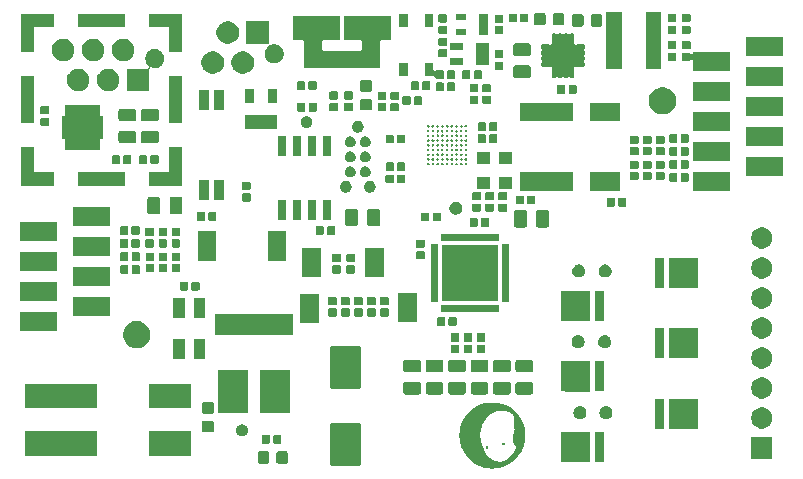
<source format=gbr>
G04 #@! TF.GenerationSoftware,KiCad,Pcbnew,5.1.5-52549c5~84~ubuntu18.04.1*
G04 #@! TF.CreationDate,2020-04-16T13:53:27+02:00*
G04 #@! TF.ProjectId,board,626f6172-642e-46b6-9963-61645f706362,rev?*
G04 #@! TF.SameCoordinates,Original*
G04 #@! TF.FileFunction,Soldermask,Top*
G04 #@! TF.FilePolarity,Negative*
%FSLAX46Y46*%
G04 Gerber Fmt 4.6, Leading zero omitted, Abs format (unit mm)*
G04 Created by KiCad (PCBNEW 5.1.5-52549c5~84~ubuntu18.04.1) date 2020-04-16 13:53:27*
%MOMM*%
%LPD*%
G04 APERTURE LIST*
%ADD10C,0.010000*%
%ADD11C,0.100000*%
G04 APERTURE END LIST*
D10*
G36*
X134116510Y-136659041D02*
G01*
X134129587Y-136662432D01*
X134140891Y-136669561D01*
X134143235Y-136671484D01*
X134162535Y-136693321D01*
X134172462Y-136717798D01*
X134172769Y-136743707D01*
X134163284Y-136769704D01*
X134148855Y-136788798D01*
X134130380Y-136800264D01*
X134105867Y-136805149D01*
X134095071Y-136805499D01*
X134077672Y-136804886D01*
X134065998Y-136801873D01*
X134055637Y-136794697D01*
X134046746Y-136786198D01*
X134030121Y-136763308D01*
X134022779Y-136738373D01*
X134024675Y-136713145D01*
X134035762Y-136689375D01*
X134049702Y-136673890D01*
X134061556Y-136664693D01*
X134072873Y-136659972D01*
X134087973Y-136658308D01*
X134097510Y-136658179D01*
X134116510Y-136659041D01*
G37*
X134116510Y-136659041D02*
X134129587Y-136662432D01*
X134140891Y-136669561D01*
X134143235Y-136671484D01*
X134162535Y-136693321D01*
X134172462Y-136717798D01*
X134172769Y-136743707D01*
X134163284Y-136769704D01*
X134148855Y-136788798D01*
X134130380Y-136800264D01*
X134105867Y-136805149D01*
X134095071Y-136805499D01*
X134077672Y-136804886D01*
X134065998Y-136801873D01*
X134055637Y-136794697D01*
X134046746Y-136786198D01*
X134030121Y-136763308D01*
X134022779Y-136738373D01*
X134024675Y-136713145D01*
X134035762Y-136689375D01*
X134049702Y-136673890D01*
X134061556Y-136664693D01*
X134072873Y-136659972D01*
X134087973Y-136658308D01*
X134097510Y-136658179D01*
X134116510Y-136659041D01*
G36*
X132677309Y-136937865D02*
G01*
X132692397Y-136949272D01*
X132694632Y-136951549D01*
X132710840Y-136972015D01*
X132724146Y-136995127D01*
X132734238Y-137019287D01*
X132740804Y-137042899D01*
X132743534Y-137064365D01*
X132742117Y-137082089D01*
X132736240Y-137094474D01*
X132725593Y-137099922D01*
X132723583Y-137100042D01*
X132716162Y-137097629D01*
X132704661Y-137091641D01*
X132702940Y-137090610D01*
X132685942Y-137075847D01*
X132670210Y-137054340D01*
X132656760Y-137028622D01*
X132646607Y-137001228D01*
X132640764Y-136974693D01*
X132640248Y-136951552D01*
X132642846Y-136940534D01*
X132650265Y-136933013D01*
X132662509Y-136932284D01*
X132677309Y-136937865D01*
G37*
X132677309Y-136937865D02*
X132692397Y-136949272D01*
X132694632Y-136951549D01*
X132710840Y-136972015D01*
X132724146Y-136995127D01*
X132734238Y-137019287D01*
X132740804Y-137042899D01*
X132743534Y-137064365D01*
X132742117Y-137082089D01*
X132736240Y-137094474D01*
X132725593Y-137099922D01*
X132723583Y-137100042D01*
X132716162Y-137097629D01*
X132704661Y-137091641D01*
X132702940Y-137090610D01*
X132685942Y-137075847D01*
X132670210Y-137054340D01*
X132656760Y-137028622D01*
X132646607Y-137001228D01*
X132640764Y-136974693D01*
X132640248Y-136951552D01*
X132642846Y-136940534D01*
X132650265Y-136933013D01*
X132662509Y-136932284D01*
X132677309Y-136937865D01*
G36*
X133264254Y-133255597D02*
G01*
X133313146Y-133256973D01*
X133354634Y-133259166D01*
X133357091Y-133259343D01*
X133523573Y-133276556D01*
X133687699Y-133303558D01*
X133849106Y-133340175D01*
X134007432Y-133386236D01*
X134162313Y-133441567D01*
X134313388Y-133505995D01*
X134460294Y-133579349D01*
X134602667Y-133661454D01*
X134740147Y-133752138D01*
X134872369Y-133851229D01*
X134998971Y-133958553D01*
X135119591Y-134073938D01*
X135164331Y-134120445D01*
X135275231Y-134245741D01*
X135377695Y-134376619D01*
X135471609Y-134512833D01*
X135556857Y-134654136D01*
X135633328Y-134800283D01*
X135700907Y-134951030D01*
X135759480Y-135106129D01*
X135808933Y-135265335D01*
X135849153Y-135428404D01*
X135880027Y-135595088D01*
X135893870Y-135695519D01*
X135896531Y-135723553D01*
X135898899Y-135760097D01*
X135900950Y-135803504D01*
X135902661Y-135852127D01*
X135904011Y-135904318D01*
X135904974Y-135958432D01*
X135905530Y-136012820D01*
X135905653Y-136065837D01*
X135905322Y-136115836D01*
X135904514Y-136161168D01*
X135903205Y-136200189D01*
X135901372Y-136231250D01*
X135901364Y-136231348D01*
X135883268Y-136395677D01*
X135855366Y-136557886D01*
X135817867Y-136717575D01*
X135770980Y-136874344D01*
X135714911Y-137027792D01*
X135649869Y-137177519D01*
X135576063Y-137323125D01*
X135493701Y-137464210D01*
X135402990Y-137600372D01*
X135304138Y-137731212D01*
X135197355Y-137856330D01*
X135082848Y-137975324D01*
X134960825Y-138087795D01*
X134916670Y-138125304D01*
X134785182Y-138228103D01*
X134648399Y-138322309D01*
X134506663Y-138407783D01*
X134360318Y-138484383D01*
X134209706Y-138551969D01*
X134055171Y-138610401D01*
X133897056Y-138659538D01*
X133735704Y-138699239D01*
X133571458Y-138729364D01*
X133404661Y-138749773D01*
X133389063Y-138751169D01*
X133357448Y-138753360D01*
X133318116Y-138755222D01*
X133273180Y-138756730D01*
X133224752Y-138757855D01*
X133174945Y-138758573D01*
X133125872Y-138758856D01*
X133079645Y-138758679D01*
X133038377Y-138758015D01*
X133004181Y-138756838D01*
X132991537Y-138756126D01*
X132821905Y-138739981D01*
X132655221Y-138714247D01*
X132491751Y-138679038D01*
X132331759Y-138634468D01*
X132175510Y-138580651D01*
X132023270Y-138517702D01*
X131875304Y-138445735D01*
X131731876Y-138364864D01*
X131593251Y-138275204D01*
X131459695Y-138176868D01*
X131331473Y-138069970D01*
X131270112Y-138013975D01*
X131151722Y-137895806D01*
X131041322Y-137771510D01*
X130939084Y-137641449D01*
X130845181Y-137505987D01*
X130759786Y-137365485D01*
X130683072Y-137220308D01*
X130615213Y-137070819D01*
X130556380Y-136917380D01*
X130506747Y-136760355D01*
X130466487Y-136600107D01*
X130435773Y-136436999D01*
X130414778Y-136271393D01*
X130409327Y-136207107D01*
X130407078Y-136166182D01*
X130405649Y-136117723D01*
X130405001Y-136063680D01*
X130405097Y-136006004D01*
X130405688Y-135962219D01*
X132088709Y-135962219D01*
X132088930Y-136022806D01*
X132089643Y-136075194D01*
X132090997Y-136121337D01*
X132093139Y-136163188D01*
X132096219Y-136202702D01*
X132100384Y-136241834D01*
X132105782Y-136282537D01*
X132112562Y-136326766D01*
X132119526Y-136368619D01*
X132144164Y-136493706D01*
X132176015Y-136623723D01*
X132214487Y-136757094D01*
X132258989Y-136892245D01*
X132308928Y-137027599D01*
X132363712Y-137161583D01*
X132422750Y-137292622D01*
X132485448Y-137419140D01*
X132551216Y-137539562D01*
X132574981Y-137580199D01*
X132600693Y-137622089D01*
X132625235Y-137659009D01*
X132650301Y-137693102D01*
X132677582Y-137726516D01*
X132708770Y-137761394D01*
X132745557Y-137799883D01*
X132759080Y-137813607D01*
X132827382Y-137880002D01*
X132892875Y-137938278D01*
X132957023Y-137989533D01*
X133021288Y-138034866D01*
X133087135Y-138075375D01*
X133156026Y-138112159D01*
X133158468Y-138113371D01*
X133225708Y-138144570D01*
X133293366Y-138171530D01*
X133362661Y-138194513D01*
X133434815Y-138213780D01*
X133511051Y-138229592D01*
X133592589Y-138242210D01*
X133680650Y-138251894D01*
X133776457Y-138258907D01*
X133857144Y-138262682D01*
X133871311Y-138262004D01*
X133892017Y-138259544D01*
X133915885Y-138255744D01*
X133929189Y-138253234D01*
X134034969Y-138226908D01*
X134139070Y-138190663D01*
X134241583Y-138144459D01*
X134342602Y-138088255D01*
X134421558Y-138036654D01*
X134457791Y-138010382D01*
X134498699Y-137978987D01*
X134542848Y-137943703D01*
X134588807Y-137905765D01*
X134635142Y-137866406D01*
X134680420Y-137826860D01*
X134723208Y-137788362D01*
X134762073Y-137752146D01*
X134795583Y-137719445D01*
X134822200Y-137691608D01*
X134871921Y-137634510D01*
X134920869Y-137573772D01*
X134968185Y-137510711D01*
X135013011Y-137446641D01*
X135054489Y-137382878D01*
X135091759Y-137320739D01*
X135123963Y-137261539D01*
X135150242Y-137206593D01*
X135168390Y-137161099D01*
X135180009Y-137124622D01*
X135186512Y-137094859D01*
X135188134Y-137069885D01*
X135185109Y-137047777D01*
X135183072Y-137040594D01*
X135174742Y-137007122D01*
X135168017Y-136963789D01*
X135162888Y-136910521D01*
X135161400Y-136888419D01*
X135159757Y-136865224D01*
X135157934Y-136845766D01*
X135156170Y-136832293D01*
X135154891Y-136827218D01*
X135148828Y-136823030D01*
X135136304Y-136816755D01*
X135124056Y-136811433D01*
X135088034Y-136793744D01*
X135057893Y-136772050D01*
X135032898Y-136745272D01*
X135012315Y-136712335D01*
X134995410Y-136672160D01*
X134981449Y-136623672D01*
X134974574Y-136592139D01*
X134965952Y-136537923D01*
X134959715Y-136475238D01*
X134955846Y-136405486D01*
X134954331Y-136330070D01*
X134955153Y-136250392D01*
X134958297Y-136167856D01*
X134963747Y-136083863D01*
X134971487Y-135999817D01*
X134981501Y-135917120D01*
X134982234Y-135911796D01*
X134990526Y-135860560D01*
X135001694Y-135806462D01*
X135016142Y-135747820D01*
X135034279Y-135682951D01*
X135050350Y-135629833D01*
X135060844Y-135594535D01*
X135067592Y-135568162D01*
X135070699Y-135550237D01*
X135070473Y-135540933D01*
X135069835Y-135533756D01*
X135069116Y-135517278D01*
X135068333Y-135492361D01*
X135067505Y-135459865D01*
X135066650Y-135420647D01*
X135065786Y-135375570D01*
X135064930Y-135325492D01*
X135064101Y-135271274D01*
X135063317Y-135213775D01*
X135062867Y-135177359D01*
X135061942Y-135102805D01*
X135061021Y-135037375D01*
X135060052Y-134980033D01*
X135058986Y-134929741D01*
X135057771Y-134885464D01*
X135056357Y-134846167D01*
X135054694Y-134810811D01*
X135052729Y-134778361D01*
X135050413Y-134747782D01*
X135047696Y-134718036D01*
X135044525Y-134688087D01*
X135040852Y-134656900D01*
X135036624Y-134623437D01*
X135035258Y-134612934D01*
X135026293Y-134550472D01*
X135015480Y-134485121D01*
X135003506Y-134420711D01*
X134991059Y-134361070D01*
X134986044Y-134339159D01*
X134980037Y-134313679D01*
X134974702Y-134291017D01*
X134970562Y-134273404D01*
X134968143Y-134263074D01*
X134967942Y-134262212D01*
X134962357Y-134252535D01*
X134949613Y-134238079D01*
X134930902Y-134219851D01*
X134907416Y-134198859D01*
X134880348Y-134176109D01*
X134850890Y-134152610D01*
X134820234Y-134129369D01*
X134789572Y-134107393D01*
X134765743Y-134091337D01*
X134672506Y-134036500D01*
X134573209Y-133989604D01*
X134467728Y-133950604D01*
X134355942Y-133919454D01*
X134237728Y-133896112D01*
X134227263Y-133894468D01*
X134182640Y-133888933D01*
X134130389Y-133884672D01*
X134072966Y-133881728D01*
X134012827Y-133880147D01*
X133952430Y-133879975D01*
X133894232Y-133881255D01*
X133840689Y-133884033D01*
X133808163Y-133886803D01*
X133671148Y-133904815D01*
X133539732Y-133930187D01*
X133414217Y-133962802D01*
X133294908Y-134002546D01*
X133182105Y-134049301D01*
X133076113Y-134102953D01*
X132977234Y-134163386D01*
X132885771Y-134230483D01*
X132865150Y-134247404D01*
X132831961Y-134276423D01*
X132799569Y-134307367D01*
X132766478Y-134341809D01*
X132731192Y-134381317D01*
X132692215Y-134427463D01*
X132683360Y-134438219D01*
X132579749Y-134570671D01*
X132486222Y-134703126D01*
X132402701Y-134835736D01*
X132329111Y-134968655D01*
X132265376Y-135102037D01*
X132211420Y-135236037D01*
X132167167Y-135370806D01*
X132132540Y-135506500D01*
X132117182Y-135583759D01*
X132109705Y-135626903D01*
X132103630Y-135665500D01*
X132098818Y-135701391D01*
X132095130Y-135736416D01*
X132092428Y-135772416D01*
X132090573Y-135811230D01*
X132089428Y-135854701D01*
X132088852Y-135904668D01*
X132088709Y-135962219D01*
X130405688Y-135962219D01*
X130405899Y-135946643D01*
X130407369Y-135887550D01*
X130409467Y-135830674D01*
X130412157Y-135777966D01*
X130415399Y-135731376D01*
X130419157Y-135692854D01*
X130419425Y-135690619D01*
X130444899Y-135521087D01*
X130479571Y-135355865D01*
X130523472Y-135194877D01*
X130576635Y-135038051D01*
X130639092Y-134885313D01*
X130710873Y-134736589D01*
X130792012Y-134591805D01*
X130882540Y-134450887D01*
X130982489Y-134313761D01*
X131050000Y-134229657D01*
X131075097Y-134200673D01*
X131106303Y-134166503D01*
X131142097Y-134128667D01*
X131180959Y-134088686D01*
X131221366Y-134048082D01*
X131261798Y-134008377D01*
X131300733Y-133971090D01*
X131336651Y-133937744D01*
X131368029Y-133909859D01*
X131379641Y-133900016D01*
X131495969Y-133807702D01*
X131612978Y-133724014D01*
X131732829Y-133647525D01*
X131857679Y-133576809D01*
X131910783Y-133549169D01*
X132056044Y-133480456D01*
X132203296Y-133421015D01*
X132353388Y-133370589D01*
X132507167Y-133328923D01*
X132665483Y-133295762D01*
X132829185Y-133270850D01*
X132840603Y-133269441D01*
X132878517Y-133265650D01*
X132924630Y-133262372D01*
X132976991Y-133259644D01*
X133033649Y-133257505D01*
X133092655Y-133255993D01*
X133152058Y-133255145D01*
X133209908Y-133255001D01*
X133264254Y-133255597D01*
G37*
X133264254Y-133255597D02*
X133313146Y-133256973D01*
X133354634Y-133259166D01*
X133357091Y-133259343D01*
X133523573Y-133276556D01*
X133687699Y-133303558D01*
X133849106Y-133340175D01*
X134007432Y-133386236D01*
X134162313Y-133441567D01*
X134313388Y-133505995D01*
X134460294Y-133579349D01*
X134602667Y-133661454D01*
X134740147Y-133752138D01*
X134872369Y-133851229D01*
X134998971Y-133958553D01*
X135119591Y-134073938D01*
X135164331Y-134120445D01*
X135275231Y-134245741D01*
X135377695Y-134376619D01*
X135471609Y-134512833D01*
X135556857Y-134654136D01*
X135633328Y-134800283D01*
X135700907Y-134951030D01*
X135759480Y-135106129D01*
X135808933Y-135265335D01*
X135849153Y-135428404D01*
X135880027Y-135595088D01*
X135893870Y-135695519D01*
X135896531Y-135723553D01*
X135898899Y-135760097D01*
X135900950Y-135803504D01*
X135902661Y-135852127D01*
X135904011Y-135904318D01*
X135904974Y-135958432D01*
X135905530Y-136012820D01*
X135905653Y-136065837D01*
X135905322Y-136115836D01*
X135904514Y-136161168D01*
X135903205Y-136200189D01*
X135901372Y-136231250D01*
X135901364Y-136231348D01*
X135883268Y-136395677D01*
X135855366Y-136557886D01*
X135817867Y-136717575D01*
X135770980Y-136874344D01*
X135714911Y-137027792D01*
X135649869Y-137177519D01*
X135576063Y-137323125D01*
X135493701Y-137464210D01*
X135402990Y-137600372D01*
X135304138Y-137731212D01*
X135197355Y-137856330D01*
X135082848Y-137975324D01*
X134960825Y-138087795D01*
X134916670Y-138125304D01*
X134785182Y-138228103D01*
X134648399Y-138322309D01*
X134506663Y-138407783D01*
X134360318Y-138484383D01*
X134209706Y-138551969D01*
X134055171Y-138610401D01*
X133897056Y-138659538D01*
X133735704Y-138699239D01*
X133571458Y-138729364D01*
X133404661Y-138749773D01*
X133389063Y-138751169D01*
X133357448Y-138753360D01*
X133318116Y-138755222D01*
X133273180Y-138756730D01*
X133224752Y-138757855D01*
X133174945Y-138758573D01*
X133125872Y-138758856D01*
X133079645Y-138758679D01*
X133038377Y-138758015D01*
X133004181Y-138756838D01*
X132991537Y-138756126D01*
X132821905Y-138739981D01*
X132655221Y-138714247D01*
X132491751Y-138679038D01*
X132331759Y-138634468D01*
X132175510Y-138580651D01*
X132023270Y-138517702D01*
X131875304Y-138445735D01*
X131731876Y-138364864D01*
X131593251Y-138275204D01*
X131459695Y-138176868D01*
X131331473Y-138069970D01*
X131270112Y-138013975D01*
X131151722Y-137895806D01*
X131041322Y-137771510D01*
X130939084Y-137641449D01*
X130845181Y-137505987D01*
X130759786Y-137365485D01*
X130683072Y-137220308D01*
X130615213Y-137070819D01*
X130556380Y-136917380D01*
X130506747Y-136760355D01*
X130466487Y-136600107D01*
X130435773Y-136436999D01*
X130414778Y-136271393D01*
X130409327Y-136207107D01*
X130407078Y-136166182D01*
X130405649Y-136117723D01*
X130405001Y-136063680D01*
X130405097Y-136006004D01*
X130405688Y-135962219D01*
X132088709Y-135962219D01*
X132088930Y-136022806D01*
X132089643Y-136075194D01*
X132090997Y-136121337D01*
X132093139Y-136163188D01*
X132096219Y-136202702D01*
X132100384Y-136241834D01*
X132105782Y-136282537D01*
X132112562Y-136326766D01*
X132119526Y-136368619D01*
X132144164Y-136493706D01*
X132176015Y-136623723D01*
X132214487Y-136757094D01*
X132258989Y-136892245D01*
X132308928Y-137027599D01*
X132363712Y-137161583D01*
X132422750Y-137292622D01*
X132485448Y-137419140D01*
X132551216Y-137539562D01*
X132574981Y-137580199D01*
X132600693Y-137622089D01*
X132625235Y-137659009D01*
X132650301Y-137693102D01*
X132677582Y-137726516D01*
X132708770Y-137761394D01*
X132745557Y-137799883D01*
X132759080Y-137813607D01*
X132827382Y-137880002D01*
X132892875Y-137938278D01*
X132957023Y-137989533D01*
X133021288Y-138034866D01*
X133087135Y-138075375D01*
X133156026Y-138112159D01*
X133158468Y-138113371D01*
X133225708Y-138144570D01*
X133293366Y-138171530D01*
X133362661Y-138194513D01*
X133434815Y-138213780D01*
X133511051Y-138229592D01*
X133592589Y-138242210D01*
X133680650Y-138251894D01*
X133776457Y-138258907D01*
X133857144Y-138262682D01*
X133871311Y-138262004D01*
X133892017Y-138259544D01*
X133915885Y-138255744D01*
X133929189Y-138253234D01*
X134034969Y-138226908D01*
X134139070Y-138190663D01*
X134241583Y-138144459D01*
X134342602Y-138088255D01*
X134421558Y-138036654D01*
X134457791Y-138010382D01*
X134498699Y-137978987D01*
X134542848Y-137943703D01*
X134588807Y-137905765D01*
X134635142Y-137866406D01*
X134680420Y-137826860D01*
X134723208Y-137788362D01*
X134762073Y-137752146D01*
X134795583Y-137719445D01*
X134822200Y-137691608D01*
X134871921Y-137634510D01*
X134920869Y-137573772D01*
X134968185Y-137510711D01*
X135013011Y-137446641D01*
X135054489Y-137382878D01*
X135091759Y-137320739D01*
X135123963Y-137261539D01*
X135150242Y-137206593D01*
X135168390Y-137161099D01*
X135180009Y-137124622D01*
X135186512Y-137094859D01*
X135188134Y-137069885D01*
X135185109Y-137047777D01*
X135183072Y-137040594D01*
X135174742Y-137007122D01*
X135168017Y-136963789D01*
X135162888Y-136910521D01*
X135161400Y-136888419D01*
X135159757Y-136865224D01*
X135157934Y-136845766D01*
X135156170Y-136832293D01*
X135154891Y-136827218D01*
X135148828Y-136823030D01*
X135136304Y-136816755D01*
X135124056Y-136811433D01*
X135088034Y-136793744D01*
X135057893Y-136772050D01*
X135032898Y-136745272D01*
X135012315Y-136712335D01*
X134995410Y-136672160D01*
X134981449Y-136623672D01*
X134974574Y-136592139D01*
X134965952Y-136537923D01*
X134959715Y-136475238D01*
X134955846Y-136405486D01*
X134954331Y-136330070D01*
X134955153Y-136250392D01*
X134958297Y-136167856D01*
X134963747Y-136083863D01*
X134971487Y-135999817D01*
X134981501Y-135917120D01*
X134982234Y-135911796D01*
X134990526Y-135860560D01*
X135001694Y-135806462D01*
X135016142Y-135747820D01*
X135034279Y-135682951D01*
X135050350Y-135629833D01*
X135060844Y-135594535D01*
X135067592Y-135568162D01*
X135070699Y-135550237D01*
X135070473Y-135540933D01*
X135069835Y-135533756D01*
X135069116Y-135517278D01*
X135068333Y-135492361D01*
X135067505Y-135459865D01*
X135066650Y-135420647D01*
X135065786Y-135375570D01*
X135064930Y-135325492D01*
X135064101Y-135271274D01*
X135063317Y-135213775D01*
X135062867Y-135177359D01*
X135061942Y-135102805D01*
X135061021Y-135037375D01*
X135060052Y-134980033D01*
X135058986Y-134929741D01*
X135057771Y-134885464D01*
X135056357Y-134846167D01*
X135054694Y-134810811D01*
X135052729Y-134778361D01*
X135050413Y-134747782D01*
X135047696Y-134718036D01*
X135044525Y-134688087D01*
X135040852Y-134656900D01*
X135036624Y-134623437D01*
X135035258Y-134612934D01*
X135026293Y-134550472D01*
X135015480Y-134485121D01*
X135003506Y-134420711D01*
X134991059Y-134361070D01*
X134986044Y-134339159D01*
X134980037Y-134313679D01*
X134974702Y-134291017D01*
X134970562Y-134273404D01*
X134968143Y-134263074D01*
X134967942Y-134262212D01*
X134962357Y-134252535D01*
X134949613Y-134238079D01*
X134930902Y-134219851D01*
X134907416Y-134198859D01*
X134880348Y-134176109D01*
X134850890Y-134152610D01*
X134820234Y-134129369D01*
X134789572Y-134107393D01*
X134765743Y-134091337D01*
X134672506Y-134036500D01*
X134573209Y-133989604D01*
X134467728Y-133950604D01*
X134355942Y-133919454D01*
X134237728Y-133896112D01*
X134227263Y-133894468D01*
X134182640Y-133888933D01*
X134130389Y-133884672D01*
X134072966Y-133881728D01*
X134012827Y-133880147D01*
X133952430Y-133879975D01*
X133894232Y-133881255D01*
X133840689Y-133884033D01*
X133808163Y-133886803D01*
X133671148Y-133904815D01*
X133539732Y-133930187D01*
X133414217Y-133962802D01*
X133294908Y-134002546D01*
X133182105Y-134049301D01*
X133076113Y-134102953D01*
X132977234Y-134163386D01*
X132885771Y-134230483D01*
X132865150Y-134247404D01*
X132831961Y-134276423D01*
X132799569Y-134307367D01*
X132766478Y-134341809D01*
X132731192Y-134381317D01*
X132692215Y-134427463D01*
X132683360Y-134438219D01*
X132579749Y-134570671D01*
X132486222Y-134703126D01*
X132402701Y-134835736D01*
X132329111Y-134968655D01*
X132265376Y-135102037D01*
X132211420Y-135236037D01*
X132167167Y-135370806D01*
X132132540Y-135506500D01*
X132117182Y-135583759D01*
X132109705Y-135626903D01*
X132103630Y-135665500D01*
X132098818Y-135701391D01*
X132095130Y-135736416D01*
X132092428Y-135772416D01*
X132090573Y-135811230D01*
X132089428Y-135854701D01*
X132088852Y-135904668D01*
X132088709Y-135962219D01*
X130405688Y-135962219D01*
X130405899Y-135946643D01*
X130407369Y-135887550D01*
X130409467Y-135830674D01*
X130412157Y-135777966D01*
X130415399Y-135731376D01*
X130419157Y-135692854D01*
X130419425Y-135690619D01*
X130444899Y-135521087D01*
X130479571Y-135355865D01*
X130523472Y-135194877D01*
X130576635Y-135038051D01*
X130639092Y-134885313D01*
X130710873Y-134736589D01*
X130792012Y-134591805D01*
X130882540Y-134450887D01*
X130982489Y-134313761D01*
X131050000Y-134229657D01*
X131075097Y-134200673D01*
X131106303Y-134166503D01*
X131142097Y-134128667D01*
X131180959Y-134088686D01*
X131221366Y-134048082D01*
X131261798Y-134008377D01*
X131300733Y-133971090D01*
X131336651Y-133937744D01*
X131368029Y-133909859D01*
X131379641Y-133900016D01*
X131495969Y-133807702D01*
X131612978Y-133724014D01*
X131732829Y-133647525D01*
X131857679Y-133576809D01*
X131910783Y-133549169D01*
X132056044Y-133480456D01*
X132203296Y-133421015D01*
X132353388Y-133370589D01*
X132507167Y-133328923D01*
X132665483Y-133295762D01*
X132829185Y-133270850D01*
X132840603Y-133269441D01*
X132878517Y-133265650D01*
X132924630Y-133262372D01*
X132976991Y-133259644D01*
X133033649Y-133257505D01*
X133092655Y-133255993D01*
X133152058Y-133255145D01*
X133209908Y-133255001D01*
X133264254Y-133255597D01*
D11*
G36*
X121931934Y-134992671D02*
G01*
X121961877Y-135001754D01*
X121989465Y-135016500D01*
X122013651Y-135036349D01*
X122033500Y-135060535D01*
X122048246Y-135088123D01*
X122057329Y-135118066D01*
X122061000Y-135155340D01*
X122061000Y-138424660D01*
X122057329Y-138461934D01*
X122048246Y-138491877D01*
X122033500Y-138519465D01*
X122013651Y-138543651D01*
X121989465Y-138563500D01*
X121961877Y-138578246D01*
X121931934Y-138587329D01*
X121894660Y-138591000D01*
X119625340Y-138591000D01*
X119588066Y-138587329D01*
X119558123Y-138578246D01*
X119530535Y-138563500D01*
X119506349Y-138543651D01*
X119486500Y-138519465D01*
X119471754Y-138491877D01*
X119462671Y-138461934D01*
X119459000Y-138424660D01*
X119459000Y-135155340D01*
X119462671Y-135118066D01*
X119471754Y-135088123D01*
X119486500Y-135060535D01*
X119506349Y-135036349D01*
X119530535Y-135016500D01*
X119558123Y-135001754D01*
X119588066Y-134992671D01*
X119625340Y-134989000D01*
X121894660Y-134989000D01*
X121931934Y-134992671D01*
G37*
G36*
X115729591Y-137378085D02*
G01*
X115763569Y-137388393D01*
X115794890Y-137405134D01*
X115822339Y-137427661D01*
X115844866Y-137455110D01*
X115861607Y-137486431D01*
X115871915Y-137520409D01*
X115876000Y-137561890D01*
X115876000Y-138238110D01*
X115871915Y-138279591D01*
X115861607Y-138313569D01*
X115844866Y-138344890D01*
X115822339Y-138372339D01*
X115794890Y-138394866D01*
X115763569Y-138411607D01*
X115729591Y-138421915D01*
X115688110Y-138426000D01*
X115086890Y-138426000D01*
X115045409Y-138421915D01*
X115011431Y-138411607D01*
X114980110Y-138394866D01*
X114952661Y-138372339D01*
X114930134Y-138344890D01*
X114913393Y-138313569D01*
X114903085Y-138279591D01*
X114899000Y-138238110D01*
X114899000Y-137561890D01*
X114903085Y-137520409D01*
X114913393Y-137486431D01*
X114930134Y-137455110D01*
X114952661Y-137427661D01*
X114980110Y-137405134D01*
X115011431Y-137388393D01*
X115045409Y-137378085D01*
X115086890Y-137374000D01*
X115688110Y-137374000D01*
X115729591Y-137378085D01*
G37*
G36*
X114154591Y-137378085D02*
G01*
X114188569Y-137388393D01*
X114219890Y-137405134D01*
X114247339Y-137427661D01*
X114269866Y-137455110D01*
X114286607Y-137486431D01*
X114296915Y-137520409D01*
X114301000Y-137561890D01*
X114301000Y-138238110D01*
X114296915Y-138279591D01*
X114286607Y-138313569D01*
X114269866Y-138344890D01*
X114247339Y-138372339D01*
X114219890Y-138394866D01*
X114188569Y-138411607D01*
X114154591Y-138421915D01*
X114113110Y-138426000D01*
X113511890Y-138426000D01*
X113470409Y-138421915D01*
X113436431Y-138411607D01*
X113405110Y-138394866D01*
X113377661Y-138372339D01*
X113355134Y-138344890D01*
X113338393Y-138313569D01*
X113328085Y-138279591D01*
X113324000Y-138238110D01*
X113324000Y-137561890D01*
X113328085Y-137520409D01*
X113338393Y-137486431D01*
X113355134Y-137455110D01*
X113377661Y-137427661D01*
X113405110Y-137405134D01*
X113436431Y-137388393D01*
X113470409Y-137378085D01*
X113511890Y-137374000D01*
X114113110Y-137374000D01*
X114154591Y-137378085D01*
G37*
G36*
X141466000Y-138276000D02*
G01*
X139371952Y-138276000D01*
X139363387Y-138273402D01*
X139339001Y-138271000D01*
X139044000Y-138271000D01*
X139044000Y-135729000D01*
X139339001Y-135729000D01*
X139363387Y-135726598D01*
X139371952Y-135724000D01*
X141466000Y-135724000D01*
X141466000Y-138276000D01*
G37*
G36*
X142656000Y-138271000D02*
G01*
X141924000Y-138271000D01*
X141924000Y-135729000D01*
X142656000Y-135729000D01*
X142656000Y-138271000D01*
G37*
G36*
X156901000Y-138010200D02*
G01*
X155099000Y-138010200D01*
X155099000Y-136208200D01*
X156901000Y-136208200D01*
X156901000Y-138010200D01*
G37*
G36*
X99701000Y-137751000D02*
G01*
X93599000Y-137751000D01*
X93599000Y-135649000D01*
X99701000Y-135649000D01*
X99701000Y-137751000D01*
G37*
G36*
X107701000Y-137751000D02*
G01*
X104099000Y-137751000D01*
X104099000Y-135649000D01*
X107701000Y-135649000D01*
X107701000Y-137751000D01*
G37*
G36*
X114271938Y-136001716D02*
G01*
X114292557Y-136007971D01*
X114311553Y-136018124D01*
X114328208Y-136031792D01*
X114341876Y-136048447D01*
X114352029Y-136067443D01*
X114358284Y-136088062D01*
X114361000Y-136115640D01*
X114361000Y-136624360D01*
X114358284Y-136651938D01*
X114352029Y-136672557D01*
X114341876Y-136691553D01*
X114328208Y-136708208D01*
X114311553Y-136721876D01*
X114292557Y-136732029D01*
X114271938Y-136738284D01*
X114244360Y-136741000D01*
X113785640Y-136741000D01*
X113758062Y-136738284D01*
X113737443Y-136732029D01*
X113718447Y-136721876D01*
X113701792Y-136708208D01*
X113688124Y-136691553D01*
X113677971Y-136672557D01*
X113671716Y-136651938D01*
X113669000Y-136624360D01*
X113669000Y-136115640D01*
X113671716Y-136088062D01*
X113677971Y-136067443D01*
X113688124Y-136048447D01*
X113701792Y-136031792D01*
X113718447Y-136018124D01*
X113737443Y-136007971D01*
X113758062Y-136001716D01*
X113785640Y-135999000D01*
X114244360Y-135999000D01*
X114271938Y-136001716D01*
G37*
G36*
X115241938Y-136001716D02*
G01*
X115262557Y-136007971D01*
X115281553Y-136018124D01*
X115298208Y-136031792D01*
X115311876Y-136048447D01*
X115322029Y-136067443D01*
X115328284Y-136088062D01*
X115331000Y-136115640D01*
X115331000Y-136624360D01*
X115328284Y-136651938D01*
X115322029Y-136672557D01*
X115311876Y-136691553D01*
X115298208Y-136708208D01*
X115281553Y-136721876D01*
X115262557Y-136732029D01*
X115241938Y-136738284D01*
X115214360Y-136741000D01*
X114755640Y-136741000D01*
X114728062Y-136738284D01*
X114707443Y-136732029D01*
X114688447Y-136721876D01*
X114671792Y-136708208D01*
X114658124Y-136691553D01*
X114647971Y-136672557D01*
X114641716Y-136651938D01*
X114639000Y-136624360D01*
X114639000Y-136115640D01*
X114641716Y-136088062D01*
X114647971Y-136067443D01*
X114658124Y-136048447D01*
X114671792Y-136031792D01*
X114688447Y-136018124D01*
X114707443Y-136007971D01*
X114728062Y-136001716D01*
X114755640Y-135999000D01*
X115214360Y-135999000D01*
X115241938Y-136001716D01*
G37*
G36*
X112145843Y-135119214D02*
G01*
X112236837Y-135156905D01*
X112236839Y-135156906D01*
X112278063Y-135184451D01*
X112318730Y-135211624D01*
X112388376Y-135281270D01*
X112443095Y-135363163D01*
X112480786Y-135454157D01*
X112500000Y-135550753D01*
X112500000Y-135649247D01*
X112480786Y-135745843D01*
X112443095Y-135836837D01*
X112443094Y-135836839D01*
X112388375Y-135918731D01*
X112318731Y-135988375D01*
X112236839Y-136043094D01*
X112236838Y-136043095D01*
X112236837Y-136043095D01*
X112145843Y-136080786D01*
X112049247Y-136100000D01*
X111950753Y-136100000D01*
X111854157Y-136080786D01*
X111763163Y-136043095D01*
X111763162Y-136043095D01*
X111763161Y-136043094D01*
X111681269Y-135988375D01*
X111611625Y-135918731D01*
X111556906Y-135836839D01*
X111556905Y-135836837D01*
X111519214Y-135745843D01*
X111500000Y-135649247D01*
X111500000Y-135550753D01*
X111519214Y-135454157D01*
X111556905Y-135363163D01*
X111611624Y-135281270D01*
X111681270Y-135211624D01*
X111721937Y-135184451D01*
X111763161Y-135156906D01*
X111763163Y-135156905D01*
X111854157Y-135119214D01*
X111950753Y-135100000D01*
X112049247Y-135100000D01*
X112145843Y-135119214D01*
G37*
G36*
X109479591Y-134803085D02*
G01*
X109513569Y-134813393D01*
X109544890Y-134830134D01*
X109572339Y-134852661D01*
X109594866Y-134880110D01*
X109611607Y-134911431D01*
X109621915Y-134945409D01*
X109626000Y-134986890D01*
X109626000Y-135588110D01*
X109621915Y-135629591D01*
X109611607Y-135663569D01*
X109594866Y-135694890D01*
X109572339Y-135722339D01*
X109544890Y-135744866D01*
X109513569Y-135761607D01*
X109479591Y-135771915D01*
X109438110Y-135776000D01*
X108761890Y-135776000D01*
X108720409Y-135771915D01*
X108686431Y-135761607D01*
X108655110Y-135744866D01*
X108627661Y-135722339D01*
X108605134Y-135694890D01*
X108588393Y-135663569D01*
X108578085Y-135629591D01*
X108574000Y-135588110D01*
X108574000Y-134986890D01*
X108578085Y-134945409D01*
X108588393Y-134911431D01*
X108605134Y-134880110D01*
X108627661Y-134852661D01*
X108655110Y-134830134D01*
X108686431Y-134813393D01*
X108720409Y-134803085D01*
X108761890Y-134799000D01*
X109438110Y-134799000D01*
X109479591Y-134803085D01*
G37*
G36*
X150286613Y-132976598D02*
G01*
X150310999Y-132979000D01*
X150606000Y-132979000D01*
X150606000Y-135521000D01*
X150310999Y-135521000D01*
X150286613Y-135523402D01*
X150278048Y-135526000D01*
X148184000Y-135526000D01*
X148184000Y-132974000D01*
X150278048Y-132974000D01*
X150286613Y-132976598D01*
G37*
G36*
X147726000Y-135521000D02*
G01*
X146994000Y-135521000D01*
X146994000Y-132979000D01*
X147726000Y-132979000D01*
X147726000Y-135521000D01*
G37*
G36*
X156107891Y-133672009D02*
G01*
X156262812Y-133702824D01*
X156426784Y-133770744D01*
X156574354Y-133869347D01*
X156699853Y-133994846D01*
X156798456Y-134142416D01*
X156866376Y-134306388D01*
X156901000Y-134480459D01*
X156901000Y-134657941D01*
X156866376Y-134832012D01*
X156798456Y-134995984D01*
X156699853Y-135143554D01*
X156574354Y-135269053D01*
X156426784Y-135367656D01*
X156262812Y-135435576D01*
X156113512Y-135465273D01*
X156088742Y-135470200D01*
X155911258Y-135470200D01*
X155886488Y-135465273D01*
X155737188Y-135435576D01*
X155573216Y-135367656D01*
X155425646Y-135269053D01*
X155300147Y-135143554D01*
X155201544Y-134995984D01*
X155133624Y-134832012D01*
X155099000Y-134657941D01*
X155099000Y-134480459D01*
X155133624Y-134306388D01*
X155201544Y-134142416D01*
X155300147Y-133994846D01*
X155425646Y-133869347D01*
X155573216Y-133770744D01*
X155737188Y-133702824D01*
X155892109Y-133672009D01*
X155911258Y-133668200D01*
X156088742Y-133668200D01*
X156107891Y-133672009D01*
G37*
G36*
X140760721Y-133570174D02*
G01*
X140860995Y-133611709D01*
X140905812Y-133641655D01*
X140951242Y-133672010D01*
X141027990Y-133748758D01*
X141027991Y-133748760D01*
X141088291Y-133839005D01*
X141129826Y-133939279D01*
X141151000Y-134045730D01*
X141151000Y-134154270D01*
X141129826Y-134260721D01*
X141088291Y-134360995D01*
X141088290Y-134360996D01*
X141027990Y-134451242D01*
X140951242Y-134527990D01*
X140905812Y-134558345D01*
X140860995Y-134588291D01*
X140760721Y-134629826D01*
X140654270Y-134651000D01*
X140545730Y-134651000D01*
X140439279Y-134629826D01*
X140339005Y-134588291D01*
X140294188Y-134558345D01*
X140248758Y-134527990D01*
X140172010Y-134451242D01*
X140111710Y-134360996D01*
X140111709Y-134360995D01*
X140070174Y-134260721D01*
X140049000Y-134154270D01*
X140049000Y-134045730D01*
X140070174Y-133939279D01*
X140111709Y-133839005D01*
X140172009Y-133748760D01*
X140172010Y-133748758D01*
X140248758Y-133672010D01*
X140294188Y-133641655D01*
X140339005Y-133611709D01*
X140439279Y-133570174D01*
X140545730Y-133549000D01*
X140654270Y-133549000D01*
X140760721Y-133570174D01*
G37*
G36*
X142960721Y-133570174D02*
G01*
X143060995Y-133611709D01*
X143105812Y-133641655D01*
X143151242Y-133672010D01*
X143227990Y-133748758D01*
X143227991Y-133748760D01*
X143288291Y-133839005D01*
X143329826Y-133939279D01*
X143351000Y-134045730D01*
X143351000Y-134154270D01*
X143329826Y-134260721D01*
X143288291Y-134360995D01*
X143288290Y-134360996D01*
X143227990Y-134451242D01*
X143151242Y-134527990D01*
X143105812Y-134558345D01*
X143060995Y-134588291D01*
X142960721Y-134629826D01*
X142854270Y-134651000D01*
X142745730Y-134651000D01*
X142639279Y-134629826D01*
X142539005Y-134588291D01*
X142494188Y-134558345D01*
X142448758Y-134527990D01*
X142372010Y-134451242D01*
X142311710Y-134360996D01*
X142311709Y-134360995D01*
X142270174Y-134260721D01*
X142249000Y-134154270D01*
X142249000Y-134045730D01*
X142270174Y-133939279D01*
X142311709Y-133839005D01*
X142372009Y-133748760D01*
X142372010Y-133748758D01*
X142448758Y-133672010D01*
X142494188Y-133641655D01*
X142539005Y-133611709D01*
X142639279Y-133570174D01*
X142745730Y-133549000D01*
X142854270Y-133549000D01*
X142960721Y-133570174D01*
G37*
G36*
X109479591Y-133228085D02*
G01*
X109513569Y-133238393D01*
X109544890Y-133255134D01*
X109572339Y-133277661D01*
X109594866Y-133305110D01*
X109611607Y-133336431D01*
X109621915Y-133370409D01*
X109626000Y-133411890D01*
X109626000Y-134013110D01*
X109621915Y-134054591D01*
X109611607Y-134088569D01*
X109594866Y-134119890D01*
X109572339Y-134147339D01*
X109544890Y-134169866D01*
X109513569Y-134186607D01*
X109479591Y-134196915D01*
X109438110Y-134201000D01*
X108761890Y-134201000D01*
X108720409Y-134196915D01*
X108686431Y-134186607D01*
X108655110Y-134169866D01*
X108627661Y-134147339D01*
X108605134Y-134119890D01*
X108588393Y-134088569D01*
X108578085Y-134054591D01*
X108574000Y-134013110D01*
X108574000Y-133411890D01*
X108578085Y-133370409D01*
X108588393Y-133336431D01*
X108605134Y-133305110D01*
X108627661Y-133277661D01*
X108655110Y-133255134D01*
X108686431Y-133238393D01*
X108720409Y-133228085D01*
X108761890Y-133224000D01*
X109438110Y-133224000D01*
X109479591Y-133228085D01*
G37*
G36*
X112476000Y-134111000D02*
G01*
X109974000Y-134111000D01*
X109974000Y-130529000D01*
X112476000Y-130529000D01*
X112476000Y-134111000D01*
G37*
G36*
X116026000Y-134111000D02*
G01*
X113524000Y-134111000D01*
X113524000Y-130529000D01*
X116026000Y-130529000D01*
X116026000Y-134111000D01*
G37*
G36*
X99701000Y-133751000D02*
G01*
X93599000Y-133751000D01*
X93599000Y-131649000D01*
X99701000Y-131649000D01*
X99701000Y-133751000D01*
G37*
G36*
X107701000Y-133751000D02*
G01*
X104099000Y-133751000D01*
X104099000Y-131649000D01*
X107701000Y-131649000D01*
X107701000Y-133751000D01*
G37*
G36*
X156113512Y-131133127D02*
G01*
X156262812Y-131162824D01*
X156426784Y-131230744D01*
X156574354Y-131329347D01*
X156699853Y-131454846D01*
X156798456Y-131602416D01*
X156866376Y-131766388D01*
X156889285Y-131881563D01*
X156897858Y-131924660D01*
X156901000Y-131940459D01*
X156901000Y-132117941D01*
X156866376Y-132292012D01*
X156798456Y-132455984D01*
X156699853Y-132603554D01*
X156574354Y-132729053D01*
X156426784Y-132827656D01*
X156262812Y-132895576D01*
X156113512Y-132925273D01*
X156088742Y-132930200D01*
X155911258Y-132930200D01*
X155886488Y-132925273D01*
X155737188Y-132895576D01*
X155573216Y-132827656D01*
X155425646Y-132729053D01*
X155300147Y-132603554D01*
X155201544Y-132455984D01*
X155133624Y-132292012D01*
X155099000Y-132117941D01*
X155099000Y-131940459D01*
X155102143Y-131924660D01*
X155110715Y-131881563D01*
X155133624Y-131766388D01*
X155201544Y-131602416D01*
X155300147Y-131454846D01*
X155425646Y-131329347D01*
X155573216Y-131230744D01*
X155737188Y-131162824D01*
X155886488Y-131133127D01*
X155911258Y-131128200D01*
X156088742Y-131128200D01*
X156113512Y-131133127D01*
G37*
G36*
X136484468Y-131503565D02*
G01*
X136523138Y-131515296D01*
X136558777Y-131534346D01*
X136590017Y-131559983D01*
X136615654Y-131591223D01*
X136634704Y-131626862D01*
X136646435Y-131665532D01*
X136651000Y-131711888D01*
X136651000Y-132363112D01*
X136646435Y-132409468D01*
X136634704Y-132448138D01*
X136615654Y-132483777D01*
X136590017Y-132515017D01*
X136558777Y-132540654D01*
X136523138Y-132559704D01*
X136484468Y-132571435D01*
X136438112Y-132576000D01*
X135361888Y-132576000D01*
X135315532Y-132571435D01*
X135276862Y-132559704D01*
X135241223Y-132540654D01*
X135209983Y-132515017D01*
X135184346Y-132483777D01*
X135165296Y-132448138D01*
X135153565Y-132409468D01*
X135149000Y-132363112D01*
X135149000Y-131711888D01*
X135153565Y-131665532D01*
X135165296Y-131626862D01*
X135184346Y-131591223D01*
X135209983Y-131559983D01*
X135241223Y-131534346D01*
X135276862Y-131515296D01*
X135315532Y-131503565D01*
X135361888Y-131499000D01*
X136438112Y-131499000D01*
X136484468Y-131503565D01*
G37*
G36*
X128884468Y-131503565D02*
G01*
X128923138Y-131515296D01*
X128958777Y-131534346D01*
X128990017Y-131559983D01*
X129015654Y-131591223D01*
X129034704Y-131626862D01*
X129046435Y-131665532D01*
X129051000Y-131711888D01*
X129051000Y-132363112D01*
X129046435Y-132409468D01*
X129034704Y-132448138D01*
X129015654Y-132483777D01*
X128990017Y-132515017D01*
X128958777Y-132540654D01*
X128923138Y-132559704D01*
X128884468Y-132571435D01*
X128838112Y-132576000D01*
X127761888Y-132576000D01*
X127715532Y-132571435D01*
X127676862Y-132559704D01*
X127641223Y-132540654D01*
X127609983Y-132515017D01*
X127584346Y-132483777D01*
X127565296Y-132448138D01*
X127553565Y-132409468D01*
X127549000Y-132363112D01*
X127549000Y-131711888D01*
X127553565Y-131665532D01*
X127565296Y-131626862D01*
X127584346Y-131591223D01*
X127609983Y-131559983D01*
X127641223Y-131534346D01*
X127676862Y-131515296D01*
X127715532Y-131503565D01*
X127761888Y-131499000D01*
X128838112Y-131499000D01*
X128884468Y-131503565D01*
G37*
G36*
X134584468Y-131503565D02*
G01*
X134623138Y-131515296D01*
X134658777Y-131534346D01*
X134690017Y-131559983D01*
X134715654Y-131591223D01*
X134734704Y-131626862D01*
X134746435Y-131665532D01*
X134751000Y-131711888D01*
X134751000Y-132363112D01*
X134746435Y-132409468D01*
X134734704Y-132448138D01*
X134715654Y-132483777D01*
X134690017Y-132515017D01*
X134658777Y-132540654D01*
X134623138Y-132559704D01*
X134584468Y-132571435D01*
X134538112Y-132576000D01*
X133461888Y-132576000D01*
X133415532Y-132571435D01*
X133376862Y-132559704D01*
X133341223Y-132540654D01*
X133309983Y-132515017D01*
X133284346Y-132483777D01*
X133265296Y-132448138D01*
X133253565Y-132409468D01*
X133249000Y-132363112D01*
X133249000Y-131711888D01*
X133253565Y-131665532D01*
X133265296Y-131626862D01*
X133284346Y-131591223D01*
X133309983Y-131559983D01*
X133341223Y-131534346D01*
X133376862Y-131515296D01*
X133415532Y-131503565D01*
X133461888Y-131499000D01*
X134538112Y-131499000D01*
X134584468Y-131503565D01*
G37*
G36*
X130784468Y-131503565D02*
G01*
X130823138Y-131515296D01*
X130858777Y-131534346D01*
X130890017Y-131559983D01*
X130915654Y-131591223D01*
X130934704Y-131626862D01*
X130946435Y-131665532D01*
X130951000Y-131711888D01*
X130951000Y-132363112D01*
X130946435Y-132409468D01*
X130934704Y-132448138D01*
X130915654Y-132483777D01*
X130890017Y-132515017D01*
X130858777Y-132540654D01*
X130823138Y-132559704D01*
X130784468Y-132571435D01*
X130738112Y-132576000D01*
X129661888Y-132576000D01*
X129615532Y-132571435D01*
X129576862Y-132559704D01*
X129541223Y-132540654D01*
X129509983Y-132515017D01*
X129484346Y-132483777D01*
X129465296Y-132448138D01*
X129453565Y-132409468D01*
X129449000Y-132363112D01*
X129449000Y-131711888D01*
X129453565Y-131665532D01*
X129465296Y-131626862D01*
X129484346Y-131591223D01*
X129509983Y-131559983D01*
X129541223Y-131534346D01*
X129576862Y-131515296D01*
X129615532Y-131503565D01*
X129661888Y-131499000D01*
X130738112Y-131499000D01*
X130784468Y-131503565D01*
G37*
G36*
X132684468Y-131503565D02*
G01*
X132723138Y-131515296D01*
X132758777Y-131534346D01*
X132790017Y-131559983D01*
X132815654Y-131591223D01*
X132834704Y-131626862D01*
X132846435Y-131665532D01*
X132851000Y-131711888D01*
X132851000Y-132363112D01*
X132846435Y-132409468D01*
X132834704Y-132448138D01*
X132815654Y-132483777D01*
X132790017Y-132515017D01*
X132758777Y-132540654D01*
X132723138Y-132559704D01*
X132684468Y-132571435D01*
X132638112Y-132576000D01*
X131561888Y-132576000D01*
X131515532Y-132571435D01*
X131476862Y-132559704D01*
X131441223Y-132540654D01*
X131409983Y-132515017D01*
X131384346Y-132483777D01*
X131365296Y-132448138D01*
X131353565Y-132409468D01*
X131349000Y-132363112D01*
X131349000Y-131711888D01*
X131353565Y-131665532D01*
X131365296Y-131626862D01*
X131384346Y-131591223D01*
X131409983Y-131559983D01*
X131441223Y-131534346D01*
X131476862Y-131515296D01*
X131515532Y-131503565D01*
X131561888Y-131499000D01*
X132638112Y-131499000D01*
X132684468Y-131503565D01*
G37*
G36*
X126984468Y-131503565D02*
G01*
X127023138Y-131515296D01*
X127058777Y-131534346D01*
X127090017Y-131559983D01*
X127115654Y-131591223D01*
X127134704Y-131626862D01*
X127146435Y-131665532D01*
X127151000Y-131711888D01*
X127151000Y-132363112D01*
X127146435Y-132409468D01*
X127134704Y-132448138D01*
X127115654Y-132483777D01*
X127090017Y-132515017D01*
X127058777Y-132540654D01*
X127023138Y-132559704D01*
X126984468Y-132571435D01*
X126938112Y-132576000D01*
X125861888Y-132576000D01*
X125815532Y-132571435D01*
X125776862Y-132559704D01*
X125741223Y-132540654D01*
X125709983Y-132515017D01*
X125684346Y-132483777D01*
X125665296Y-132448138D01*
X125653565Y-132409468D01*
X125649000Y-132363112D01*
X125649000Y-131711888D01*
X125653565Y-131665532D01*
X125665296Y-131626862D01*
X125684346Y-131591223D01*
X125709983Y-131559983D01*
X125741223Y-131534346D01*
X125776862Y-131515296D01*
X125815532Y-131503565D01*
X125861888Y-131499000D01*
X126938112Y-131499000D01*
X126984468Y-131503565D01*
G37*
G36*
X141466000Y-132326000D02*
G01*
X139371952Y-132326000D01*
X139363387Y-132323402D01*
X139339001Y-132321000D01*
X139044000Y-132321000D01*
X139044000Y-129779000D01*
X139339001Y-129779000D01*
X139363387Y-129776598D01*
X139371952Y-129774000D01*
X141466000Y-129774000D01*
X141466000Y-132326000D01*
G37*
G36*
X142656000Y-132321000D02*
G01*
X141924000Y-132321000D01*
X141924000Y-129779000D01*
X142656000Y-129779000D01*
X142656000Y-132321000D01*
G37*
G36*
X121931934Y-128492671D02*
G01*
X121961877Y-128501754D01*
X121989465Y-128516500D01*
X122013651Y-128536349D01*
X122033500Y-128560535D01*
X122048246Y-128588123D01*
X122057329Y-128618066D01*
X122061000Y-128655340D01*
X122061000Y-131924660D01*
X122057329Y-131961934D01*
X122048246Y-131991877D01*
X122033500Y-132019465D01*
X122013651Y-132043651D01*
X121989465Y-132063500D01*
X121961877Y-132078246D01*
X121931934Y-132087329D01*
X121894660Y-132091000D01*
X119625340Y-132091000D01*
X119588066Y-132087329D01*
X119558123Y-132078246D01*
X119530535Y-132063500D01*
X119506349Y-132043651D01*
X119486500Y-132019465D01*
X119471754Y-131991877D01*
X119462671Y-131961934D01*
X119459000Y-131924660D01*
X119459000Y-128655340D01*
X119462671Y-128618066D01*
X119471754Y-128588123D01*
X119486500Y-128560535D01*
X119506349Y-128536349D01*
X119530535Y-128516500D01*
X119558123Y-128501754D01*
X119588066Y-128492671D01*
X119625340Y-128489000D01*
X121894660Y-128489000D01*
X121931934Y-128492671D01*
G37*
G36*
X130784468Y-129628565D02*
G01*
X130823138Y-129640296D01*
X130858777Y-129659346D01*
X130890017Y-129684983D01*
X130915654Y-129716223D01*
X130934704Y-129751862D01*
X130946435Y-129790532D01*
X130951000Y-129836888D01*
X130951000Y-130488112D01*
X130946435Y-130534468D01*
X130934704Y-130573138D01*
X130915654Y-130608777D01*
X130890017Y-130640017D01*
X130858777Y-130665654D01*
X130823138Y-130684704D01*
X130784468Y-130696435D01*
X130738112Y-130701000D01*
X129661888Y-130701000D01*
X129615532Y-130696435D01*
X129576862Y-130684704D01*
X129541223Y-130665654D01*
X129509983Y-130640017D01*
X129484346Y-130608777D01*
X129465296Y-130573138D01*
X129453565Y-130534468D01*
X129449000Y-130488112D01*
X129449000Y-129836888D01*
X129453565Y-129790532D01*
X129465296Y-129751862D01*
X129484346Y-129716223D01*
X129509983Y-129684983D01*
X129541223Y-129659346D01*
X129576862Y-129640296D01*
X129615532Y-129628565D01*
X129661888Y-129624000D01*
X130738112Y-129624000D01*
X130784468Y-129628565D01*
G37*
G36*
X136484468Y-129628565D02*
G01*
X136523138Y-129640296D01*
X136558777Y-129659346D01*
X136590017Y-129684983D01*
X136615654Y-129716223D01*
X136634704Y-129751862D01*
X136646435Y-129790532D01*
X136651000Y-129836888D01*
X136651000Y-130488112D01*
X136646435Y-130534468D01*
X136634704Y-130573138D01*
X136615654Y-130608777D01*
X136590017Y-130640017D01*
X136558777Y-130665654D01*
X136523138Y-130684704D01*
X136484468Y-130696435D01*
X136438112Y-130701000D01*
X135361888Y-130701000D01*
X135315532Y-130696435D01*
X135276862Y-130684704D01*
X135241223Y-130665654D01*
X135209983Y-130640017D01*
X135184346Y-130608777D01*
X135165296Y-130573138D01*
X135153565Y-130534468D01*
X135149000Y-130488112D01*
X135149000Y-129836888D01*
X135153565Y-129790532D01*
X135165296Y-129751862D01*
X135184346Y-129716223D01*
X135209983Y-129684983D01*
X135241223Y-129659346D01*
X135276862Y-129640296D01*
X135315532Y-129628565D01*
X135361888Y-129624000D01*
X136438112Y-129624000D01*
X136484468Y-129628565D01*
G37*
G36*
X134584468Y-129628565D02*
G01*
X134623138Y-129640296D01*
X134658777Y-129659346D01*
X134690017Y-129684983D01*
X134715654Y-129716223D01*
X134734704Y-129751862D01*
X134746435Y-129790532D01*
X134751000Y-129836888D01*
X134751000Y-130488112D01*
X134746435Y-130534468D01*
X134734704Y-130573138D01*
X134715654Y-130608777D01*
X134690017Y-130640017D01*
X134658777Y-130665654D01*
X134623138Y-130684704D01*
X134584468Y-130696435D01*
X134538112Y-130701000D01*
X133461888Y-130701000D01*
X133415532Y-130696435D01*
X133376862Y-130684704D01*
X133341223Y-130665654D01*
X133309983Y-130640017D01*
X133284346Y-130608777D01*
X133265296Y-130573138D01*
X133253565Y-130534468D01*
X133249000Y-130488112D01*
X133249000Y-129836888D01*
X133253565Y-129790532D01*
X133265296Y-129751862D01*
X133284346Y-129716223D01*
X133309983Y-129684983D01*
X133341223Y-129659346D01*
X133376862Y-129640296D01*
X133415532Y-129628565D01*
X133461888Y-129624000D01*
X134538112Y-129624000D01*
X134584468Y-129628565D01*
G37*
G36*
X132684468Y-129628565D02*
G01*
X132723138Y-129640296D01*
X132758777Y-129659346D01*
X132790017Y-129684983D01*
X132815654Y-129716223D01*
X132834704Y-129751862D01*
X132846435Y-129790532D01*
X132851000Y-129836888D01*
X132851000Y-130488112D01*
X132846435Y-130534468D01*
X132834704Y-130573138D01*
X132815654Y-130608777D01*
X132790017Y-130640017D01*
X132758777Y-130665654D01*
X132723138Y-130684704D01*
X132684468Y-130696435D01*
X132638112Y-130701000D01*
X131561888Y-130701000D01*
X131515532Y-130696435D01*
X131476862Y-130684704D01*
X131441223Y-130665654D01*
X131409983Y-130640017D01*
X131384346Y-130608777D01*
X131365296Y-130573138D01*
X131353565Y-130534468D01*
X131349000Y-130488112D01*
X131349000Y-129836888D01*
X131353565Y-129790532D01*
X131365296Y-129751862D01*
X131384346Y-129716223D01*
X131409983Y-129684983D01*
X131441223Y-129659346D01*
X131476862Y-129640296D01*
X131515532Y-129628565D01*
X131561888Y-129624000D01*
X132638112Y-129624000D01*
X132684468Y-129628565D01*
G37*
G36*
X128884468Y-129628565D02*
G01*
X128923138Y-129640296D01*
X128958777Y-129659346D01*
X128990017Y-129684983D01*
X129015654Y-129716223D01*
X129034704Y-129751862D01*
X129046435Y-129790532D01*
X129051000Y-129836888D01*
X129051000Y-130488112D01*
X129046435Y-130534468D01*
X129034704Y-130573138D01*
X129015654Y-130608777D01*
X128990017Y-130640017D01*
X128958777Y-130665654D01*
X128923138Y-130684704D01*
X128884468Y-130696435D01*
X128838112Y-130701000D01*
X127761888Y-130701000D01*
X127715532Y-130696435D01*
X127676862Y-130684704D01*
X127641223Y-130665654D01*
X127609983Y-130640017D01*
X127584346Y-130608777D01*
X127565296Y-130573138D01*
X127553565Y-130534468D01*
X127549000Y-130488112D01*
X127549000Y-129836888D01*
X127553565Y-129790532D01*
X127565296Y-129751862D01*
X127584346Y-129716223D01*
X127609983Y-129684983D01*
X127641223Y-129659346D01*
X127676862Y-129640296D01*
X127715532Y-129628565D01*
X127761888Y-129624000D01*
X128838112Y-129624000D01*
X128884468Y-129628565D01*
G37*
G36*
X126984468Y-129628565D02*
G01*
X127023138Y-129640296D01*
X127058777Y-129659346D01*
X127090017Y-129684983D01*
X127115654Y-129716223D01*
X127134704Y-129751862D01*
X127146435Y-129790532D01*
X127151000Y-129836888D01*
X127151000Y-130488112D01*
X127146435Y-130534468D01*
X127134704Y-130573138D01*
X127115654Y-130608777D01*
X127090017Y-130640017D01*
X127058777Y-130665654D01*
X127023138Y-130684704D01*
X126984468Y-130696435D01*
X126938112Y-130701000D01*
X125861888Y-130701000D01*
X125815532Y-130696435D01*
X125776862Y-130684704D01*
X125741223Y-130665654D01*
X125709983Y-130640017D01*
X125684346Y-130608777D01*
X125665296Y-130573138D01*
X125653565Y-130534468D01*
X125649000Y-130488112D01*
X125649000Y-129836888D01*
X125653565Y-129790532D01*
X125665296Y-129751862D01*
X125684346Y-129716223D01*
X125709983Y-129684983D01*
X125741223Y-129659346D01*
X125776862Y-129640296D01*
X125815532Y-129628565D01*
X125861888Y-129624000D01*
X126938112Y-129624000D01*
X126984468Y-129628565D01*
G37*
G36*
X156113512Y-128593127D02*
G01*
X156262812Y-128622824D01*
X156426784Y-128690744D01*
X156574354Y-128789347D01*
X156699853Y-128914846D01*
X156798456Y-129062416D01*
X156866376Y-129226388D01*
X156901000Y-129400459D01*
X156901000Y-129577941D01*
X156866376Y-129752012D01*
X156798456Y-129915984D01*
X156699853Y-130063554D01*
X156574354Y-130189053D01*
X156426784Y-130287656D01*
X156262812Y-130355576D01*
X156113512Y-130385273D01*
X156088742Y-130390200D01*
X155911258Y-130390200D01*
X155886488Y-130385273D01*
X155737188Y-130355576D01*
X155573216Y-130287656D01*
X155425646Y-130189053D01*
X155300147Y-130063554D01*
X155201544Y-129915984D01*
X155133624Y-129752012D01*
X155099000Y-129577941D01*
X155099000Y-129400459D01*
X155133624Y-129226388D01*
X155201544Y-129062416D01*
X155300147Y-128914846D01*
X155425646Y-128789347D01*
X155573216Y-128690744D01*
X155737188Y-128622824D01*
X155886488Y-128593127D01*
X155911258Y-128588200D01*
X156088742Y-128588200D01*
X156113512Y-128593127D01*
G37*
G36*
X107131000Y-129611000D02*
G01*
X106179000Y-129611000D01*
X106179000Y-127909000D01*
X107131000Y-127909000D01*
X107131000Y-129611000D01*
G37*
G36*
X108881000Y-129611000D02*
G01*
X107929000Y-129611000D01*
X107929000Y-127909000D01*
X108881000Y-127909000D01*
X108881000Y-129611000D01*
G37*
G36*
X150286613Y-126976598D02*
G01*
X150310999Y-126979000D01*
X150606000Y-126979000D01*
X150606000Y-129521000D01*
X150310999Y-129521000D01*
X150286613Y-129523402D01*
X150278048Y-129526000D01*
X148184000Y-129526000D01*
X148184000Y-126974000D01*
X150278048Y-126974000D01*
X150286613Y-126976598D01*
G37*
G36*
X147726000Y-129521000D02*
G01*
X146994000Y-129521000D01*
X146994000Y-126979000D01*
X147726000Y-126979000D01*
X147726000Y-129521000D01*
G37*
G36*
X131411938Y-128371716D02*
G01*
X131432557Y-128377971D01*
X131451553Y-128388124D01*
X131468208Y-128401792D01*
X131481876Y-128418447D01*
X131492029Y-128437443D01*
X131498284Y-128458062D01*
X131501000Y-128485640D01*
X131501000Y-128944360D01*
X131498284Y-128971938D01*
X131492029Y-128992557D01*
X131481876Y-129011553D01*
X131468208Y-129028208D01*
X131451553Y-129041876D01*
X131432557Y-129052029D01*
X131411938Y-129058284D01*
X131384360Y-129061000D01*
X130875640Y-129061000D01*
X130848062Y-129058284D01*
X130827443Y-129052029D01*
X130808447Y-129041876D01*
X130791792Y-129028208D01*
X130778124Y-129011553D01*
X130767971Y-128992557D01*
X130761716Y-128971938D01*
X130759000Y-128944360D01*
X130759000Y-128485640D01*
X130761716Y-128458062D01*
X130767971Y-128437443D01*
X130778124Y-128418447D01*
X130791792Y-128401792D01*
X130808447Y-128388124D01*
X130827443Y-128377971D01*
X130848062Y-128371716D01*
X130875640Y-128369000D01*
X131384360Y-128369000D01*
X131411938Y-128371716D01*
G37*
G36*
X130311938Y-128371716D02*
G01*
X130332557Y-128377971D01*
X130351553Y-128388124D01*
X130368208Y-128401792D01*
X130381876Y-128418447D01*
X130392029Y-128437443D01*
X130398284Y-128458062D01*
X130401000Y-128485640D01*
X130401000Y-128944360D01*
X130398284Y-128971938D01*
X130392029Y-128992557D01*
X130381876Y-129011553D01*
X130368208Y-129028208D01*
X130351553Y-129041876D01*
X130332557Y-129052029D01*
X130311938Y-129058284D01*
X130284360Y-129061000D01*
X129775640Y-129061000D01*
X129748062Y-129058284D01*
X129727443Y-129052029D01*
X129708447Y-129041876D01*
X129691792Y-129028208D01*
X129678124Y-129011553D01*
X129667971Y-128992557D01*
X129661716Y-128971938D01*
X129659000Y-128944360D01*
X129659000Y-128485640D01*
X129661716Y-128458062D01*
X129667971Y-128437443D01*
X129678124Y-128418447D01*
X129691792Y-128401792D01*
X129708447Y-128388124D01*
X129727443Y-128377971D01*
X129748062Y-128371716D01*
X129775640Y-128369000D01*
X130284360Y-128369000D01*
X130311938Y-128371716D01*
G37*
G36*
X132511938Y-128371716D02*
G01*
X132532557Y-128377971D01*
X132551553Y-128388124D01*
X132568208Y-128401792D01*
X132581876Y-128418447D01*
X132592029Y-128437443D01*
X132598284Y-128458062D01*
X132601000Y-128485640D01*
X132601000Y-128944360D01*
X132598284Y-128971938D01*
X132592029Y-128992557D01*
X132581876Y-129011553D01*
X132568208Y-129028208D01*
X132551553Y-129041876D01*
X132532557Y-129052029D01*
X132511938Y-129058284D01*
X132484360Y-129061000D01*
X131975640Y-129061000D01*
X131948062Y-129058284D01*
X131927443Y-129052029D01*
X131908447Y-129041876D01*
X131891792Y-129028208D01*
X131878124Y-129011553D01*
X131867971Y-128992557D01*
X131861716Y-128971938D01*
X131859000Y-128944360D01*
X131859000Y-128485640D01*
X131861716Y-128458062D01*
X131867971Y-128437443D01*
X131878124Y-128418447D01*
X131891792Y-128401792D01*
X131908447Y-128388124D01*
X131927443Y-128377971D01*
X131948062Y-128371716D01*
X131975640Y-128369000D01*
X132484360Y-128369000D01*
X132511938Y-128371716D01*
G37*
G36*
X103294549Y-126371116D02*
G01*
X103405734Y-126393232D01*
X103615203Y-126479997D01*
X103803720Y-126605960D01*
X103964040Y-126766280D01*
X104090003Y-126954797D01*
X104176768Y-127164266D01*
X104221000Y-127386636D01*
X104221000Y-127613364D01*
X104176768Y-127835734D01*
X104090003Y-128045203D01*
X103964040Y-128233720D01*
X103803720Y-128394040D01*
X103615203Y-128520003D01*
X103615202Y-128520004D01*
X103615201Y-128520004D01*
X103584183Y-128532852D01*
X103405734Y-128606768D01*
X103294549Y-128628884D01*
X103183365Y-128651000D01*
X102956635Y-128651000D01*
X102845451Y-128628884D01*
X102734266Y-128606768D01*
X102555817Y-128532852D01*
X102524799Y-128520004D01*
X102524798Y-128520004D01*
X102524797Y-128520003D01*
X102336280Y-128394040D01*
X102175960Y-128233720D01*
X102049997Y-128045203D01*
X101963232Y-127835734D01*
X101919000Y-127613364D01*
X101919000Y-127386636D01*
X101963232Y-127164266D01*
X102049997Y-126954797D01*
X102175960Y-126766280D01*
X102336280Y-126605960D01*
X102524797Y-126479997D01*
X102734266Y-126393232D01*
X102845451Y-126371116D01*
X102956635Y-126349000D01*
X103183365Y-126349000D01*
X103294549Y-126371116D01*
G37*
G36*
X140608721Y-127570174D02*
G01*
X140708995Y-127611709D01*
X140753812Y-127641655D01*
X140799242Y-127672010D01*
X140875990Y-127748758D01*
X140875991Y-127748760D01*
X140936291Y-127839005D01*
X140977826Y-127939279D01*
X140999000Y-128045730D01*
X140999000Y-128154270D01*
X140977826Y-128260721D01*
X140936291Y-128360995D01*
X140936290Y-128360996D01*
X140875990Y-128451242D01*
X140799242Y-128527990D01*
X140778274Y-128542000D01*
X140708995Y-128588291D01*
X140608721Y-128629826D01*
X140502270Y-128651000D01*
X140393730Y-128651000D01*
X140287279Y-128629826D01*
X140187005Y-128588291D01*
X140117726Y-128542000D01*
X140096758Y-128527990D01*
X140020010Y-128451242D01*
X139959710Y-128360996D01*
X139959709Y-128360995D01*
X139918174Y-128260721D01*
X139897000Y-128154270D01*
X139897000Y-128045730D01*
X139918174Y-127939279D01*
X139959709Y-127839005D01*
X140020009Y-127748760D01*
X140020010Y-127748758D01*
X140096758Y-127672010D01*
X140142188Y-127641655D01*
X140187005Y-127611709D01*
X140287279Y-127570174D01*
X140393730Y-127549000D01*
X140502270Y-127549000D01*
X140608721Y-127570174D01*
G37*
G36*
X142860721Y-127570174D02*
G01*
X142960995Y-127611709D01*
X143005812Y-127641655D01*
X143051242Y-127672010D01*
X143127990Y-127748758D01*
X143127991Y-127748760D01*
X143188291Y-127839005D01*
X143229826Y-127939279D01*
X143251000Y-128045730D01*
X143251000Y-128154270D01*
X143229826Y-128260721D01*
X143188291Y-128360995D01*
X143188290Y-128360996D01*
X143127990Y-128451242D01*
X143051242Y-128527990D01*
X143030274Y-128542000D01*
X142960995Y-128588291D01*
X142860721Y-128629826D01*
X142754270Y-128651000D01*
X142645730Y-128651000D01*
X142539279Y-128629826D01*
X142439005Y-128588291D01*
X142369726Y-128542000D01*
X142348758Y-128527990D01*
X142272010Y-128451242D01*
X142211710Y-128360996D01*
X142211709Y-128360995D01*
X142170174Y-128260721D01*
X142149000Y-128154270D01*
X142149000Y-128045730D01*
X142170174Y-127939279D01*
X142211709Y-127839005D01*
X142272009Y-127748760D01*
X142272010Y-127748758D01*
X142348758Y-127672010D01*
X142394188Y-127641655D01*
X142439005Y-127611709D01*
X142539279Y-127570174D01*
X142645730Y-127549000D01*
X142754270Y-127549000D01*
X142860721Y-127570174D01*
G37*
G36*
X131411938Y-127401716D02*
G01*
X131432557Y-127407971D01*
X131451553Y-127418124D01*
X131468208Y-127431792D01*
X131481876Y-127448447D01*
X131492029Y-127467443D01*
X131498284Y-127488062D01*
X131501000Y-127515640D01*
X131501000Y-127974360D01*
X131498284Y-128001938D01*
X131492029Y-128022557D01*
X131481876Y-128041553D01*
X131468208Y-128058208D01*
X131451553Y-128071876D01*
X131432557Y-128082029D01*
X131411938Y-128088284D01*
X131384360Y-128091000D01*
X130875640Y-128091000D01*
X130848062Y-128088284D01*
X130827443Y-128082029D01*
X130808447Y-128071876D01*
X130791792Y-128058208D01*
X130778124Y-128041553D01*
X130767971Y-128022557D01*
X130761716Y-128001938D01*
X130759000Y-127974360D01*
X130759000Y-127515640D01*
X130761716Y-127488062D01*
X130767971Y-127467443D01*
X130778124Y-127448447D01*
X130791792Y-127431792D01*
X130808447Y-127418124D01*
X130827443Y-127407971D01*
X130848062Y-127401716D01*
X130875640Y-127399000D01*
X131384360Y-127399000D01*
X131411938Y-127401716D01*
G37*
G36*
X130311938Y-127401716D02*
G01*
X130332557Y-127407971D01*
X130351553Y-127418124D01*
X130368208Y-127431792D01*
X130381876Y-127448447D01*
X130392029Y-127467443D01*
X130398284Y-127488062D01*
X130401000Y-127515640D01*
X130401000Y-127974360D01*
X130398284Y-128001938D01*
X130392029Y-128022557D01*
X130381876Y-128041553D01*
X130368208Y-128058208D01*
X130351553Y-128071876D01*
X130332557Y-128082029D01*
X130311938Y-128088284D01*
X130284360Y-128091000D01*
X129775640Y-128091000D01*
X129748062Y-128088284D01*
X129727443Y-128082029D01*
X129708447Y-128071876D01*
X129691792Y-128058208D01*
X129678124Y-128041553D01*
X129667971Y-128022557D01*
X129661716Y-128001938D01*
X129659000Y-127974360D01*
X129659000Y-127515640D01*
X129661716Y-127488062D01*
X129667971Y-127467443D01*
X129678124Y-127448447D01*
X129691792Y-127431792D01*
X129708447Y-127418124D01*
X129727443Y-127407971D01*
X129748062Y-127401716D01*
X129775640Y-127399000D01*
X130284360Y-127399000D01*
X130311938Y-127401716D01*
G37*
G36*
X132511938Y-127401716D02*
G01*
X132532557Y-127407971D01*
X132551553Y-127418124D01*
X132568208Y-127431792D01*
X132581876Y-127448447D01*
X132592029Y-127467443D01*
X132598284Y-127488062D01*
X132601000Y-127515640D01*
X132601000Y-127974360D01*
X132598284Y-128001938D01*
X132592029Y-128022557D01*
X132581876Y-128041553D01*
X132568208Y-128058208D01*
X132551553Y-128071876D01*
X132532557Y-128082029D01*
X132511938Y-128088284D01*
X132484360Y-128091000D01*
X131975640Y-128091000D01*
X131948062Y-128088284D01*
X131927443Y-128082029D01*
X131908447Y-128071876D01*
X131891792Y-128058208D01*
X131878124Y-128041553D01*
X131867971Y-128022557D01*
X131861716Y-128001938D01*
X131859000Y-127974360D01*
X131859000Y-127515640D01*
X131861716Y-127488062D01*
X131867971Y-127467443D01*
X131878124Y-127448447D01*
X131891792Y-127431792D01*
X131908447Y-127418124D01*
X131927443Y-127407971D01*
X131948062Y-127401716D01*
X131975640Y-127399000D01*
X132484360Y-127399000D01*
X132511938Y-127401716D01*
G37*
G36*
X156113512Y-126053127D02*
G01*
X156262812Y-126082824D01*
X156426784Y-126150744D01*
X156574354Y-126249347D01*
X156699853Y-126374846D01*
X156798456Y-126522416D01*
X156866376Y-126686388D01*
X156901000Y-126860459D01*
X156901000Y-127037941D01*
X156866376Y-127212012D01*
X156798456Y-127375984D01*
X156699853Y-127523554D01*
X156574354Y-127649053D01*
X156426784Y-127747656D01*
X156262812Y-127815576D01*
X156113512Y-127845273D01*
X156088742Y-127850200D01*
X155911258Y-127850200D01*
X155886488Y-127845273D01*
X155737188Y-127815576D01*
X155573216Y-127747656D01*
X155425646Y-127649053D01*
X155300147Y-127523554D01*
X155201544Y-127375984D01*
X155133624Y-127212012D01*
X155099000Y-127037941D01*
X155099000Y-126860459D01*
X155133624Y-126686388D01*
X155201544Y-126522416D01*
X155300147Y-126374846D01*
X155425646Y-126249347D01*
X155573216Y-126150744D01*
X155737188Y-126082824D01*
X155886488Y-126053127D01*
X155911258Y-126048200D01*
X156088742Y-126048200D01*
X156113512Y-126053127D01*
G37*
G36*
X116301000Y-127501000D02*
G01*
X109699000Y-127501000D01*
X109699000Y-125799000D01*
X116301000Y-125799000D01*
X116301000Y-127501000D01*
G37*
G36*
X96325000Y-127240000D02*
G01*
X93175000Y-127240000D01*
X93175000Y-125590000D01*
X96325000Y-125590000D01*
X96325000Y-127240000D01*
G37*
G36*
X130078957Y-126027257D02*
G01*
X130099576Y-126033512D01*
X130118572Y-126043665D01*
X130135227Y-126057333D01*
X130148895Y-126073988D01*
X130159048Y-126092984D01*
X130165303Y-126113603D01*
X130168019Y-126141181D01*
X130168019Y-126649901D01*
X130165303Y-126677479D01*
X130159048Y-126698098D01*
X130148895Y-126717094D01*
X130135227Y-126733749D01*
X130118572Y-126747417D01*
X130099576Y-126757570D01*
X130078957Y-126763825D01*
X130051379Y-126766541D01*
X129592659Y-126766541D01*
X129565081Y-126763825D01*
X129544462Y-126757570D01*
X129525466Y-126747417D01*
X129508811Y-126733749D01*
X129495143Y-126717094D01*
X129484990Y-126698098D01*
X129478735Y-126677479D01*
X129476019Y-126649901D01*
X129476019Y-126141181D01*
X129478735Y-126113603D01*
X129484990Y-126092984D01*
X129495143Y-126073988D01*
X129508811Y-126057333D01*
X129525466Y-126043665D01*
X129544462Y-126033512D01*
X129565081Y-126027257D01*
X129592659Y-126024541D01*
X130051379Y-126024541D01*
X130078957Y-126027257D01*
G37*
G36*
X129108957Y-126027257D02*
G01*
X129129576Y-126033512D01*
X129148572Y-126043665D01*
X129165227Y-126057333D01*
X129178895Y-126073988D01*
X129189048Y-126092984D01*
X129195303Y-126113603D01*
X129198019Y-126141181D01*
X129198019Y-126649901D01*
X129195303Y-126677479D01*
X129189048Y-126698098D01*
X129178895Y-126717094D01*
X129165227Y-126733749D01*
X129148572Y-126747417D01*
X129129576Y-126757570D01*
X129108957Y-126763825D01*
X129081379Y-126766541D01*
X128622659Y-126766541D01*
X128595081Y-126763825D01*
X128574462Y-126757570D01*
X128555466Y-126747417D01*
X128538811Y-126733749D01*
X128525143Y-126717094D01*
X128514990Y-126698098D01*
X128508735Y-126677479D01*
X128506019Y-126649901D01*
X128506019Y-126141181D01*
X128508735Y-126113603D01*
X128514990Y-126092984D01*
X128525143Y-126073988D01*
X128538811Y-126057333D01*
X128555466Y-126043665D01*
X128574462Y-126033512D01*
X128595081Y-126027257D01*
X128622659Y-126024541D01*
X129081379Y-126024541D01*
X129108957Y-126027257D01*
G37*
G36*
X118501000Y-126501000D02*
G01*
X116899000Y-126501000D01*
X116899000Y-124099000D01*
X118501000Y-124099000D01*
X118501000Y-126501000D01*
G37*
G36*
X126801000Y-126401000D02*
G01*
X125199000Y-126401000D01*
X125199000Y-123999000D01*
X126801000Y-123999000D01*
X126801000Y-126401000D01*
G37*
G36*
X141466000Y-126331000D02*
G01*
X139371952Y-126331000D01*
X139363387Y-126328402D01*
X139339001Y-126326000D01*
X139044000Y-126326000D01*
X139044000Y-123784000D01*
X139339001Y-123784000D01*
X139363387Y-123781598D01*
X139371952Y-123779000D01*
X141466000Y-123779000D01*
X141466000Y-126331000D01*
G37*
G36*
X142656000Y-126326000D02*
G01*
X141924000Y-126326000D01*
X141924000Y-123784000D01*
X142656000Y-123784000D01*
X142656000Y-126326000D01*
G37*
G36*
X107131000Y-126111000D02*
G01*
X106179000Y-126111000D01*
X106179000Y-124409000D01*
X107131000Y-124409000D01*
X107131000Y-126111000D01*
G37*
G36*
X108881000Y-126111000D02*
G01*
X107929000Y-126111000D01*
X107929000Y-124409000D01*
X108881000Y-124409000D01*
X108881000Y-126111000D01*
G37*
G36*
X121028502Y-125289655D02*
G01*
X121049121Y-125295910D01*
X121068117Y-125306063D01*
X121084772Y-125319731D01*
X121098440Y-125336386D01*
X121108593Y-125355382D01*
X121114848Y-125376001D01*
X121117564Y-125403579D01*
X121117564Y-125862299D01*
X121114848Y-125889877D01*
X121108593Y-125910496D01*
X121098440Y-125929492D01*
X121084772Y-125946147D01*
X121068117Y-125959815D01*
X121049121Y-125969968D01*
X121028502Y-125976223D01*
X121000924Y-125978939D01*
X120492204Y-125978939D01*
X120464626Y-125976223D01*
X120444007Y-125969968D01*
X120425011Y-125959815D01*
X120408356Y-125946147D01*
X120394688Y-125929492D01*
X120384535Y-125910496D01*
X120378280Y-125889877D01*
X120375564Y-125862299D01*
X120375564Y-125403579D01*
X120378280Y-125376001D01*
X120384535Y-125355382D01*
X120394688Y-125336386D01*
X120408356Y-125319731D01*
X120425011Y-125306063D01*
X120444007Y-125295910D01*
X120464626Y-125289655D01*
X120492204Y-125286939D01*
X121000924Y-125286939D01*
X121028502Y-125289655D01*
G37*
G36*
X119928502Y-125289655D02*
G01*
X119949121Y-125295910D01*
X119968117Y-125306063D01*
X119984772Y-125319731D01*
X119998440Y-125336386D01*
X120008593Y-125355382D01*
X120014848Y-125376001D01*
X120017564Y-125403579D01*
X120017564Y-125862299D01*
X120014848Y-125889877D01*
X120008593Y-125910496D01*
X119998440Y-125929492D01*
X119984772Y-125946147D01*
X119968117Y-125959815D01*
X119949121Y-125969968D01*
X119928502Y-125976223D01*
X119900924Y-125978939D01*
X119392204Y-125978939D01*
X119364626Y-125976223D01*
X119344007Y-125969968D01*
X119325011Y-125959815D01*
X119308356Y-125946147D01*
X119294688Y-125929492D01*
X119284535Y-125910496D01*
X119278280Y-125889877D01*
X119275564Y-125862299D01*
X119275564Y-125403579D01*
X119278280Y-125376001D01*
X119284535Y-125355382D01*
X119294688Y-125336386D01*
X119308356Y-125319731D01*
X119325011Y-125306063D01*
X119344007Y-125295910D01*
X119364626Y-125289655D01*
X119392204Y-125286939D01*
X119900924Y-125286939D01*
X119928502Y-125289655D01*
G37*
G36*
X124328502Y-125289655D02*
G01*
X124349121Y-125295910D01*
X124368117Y-125306063D01*
X124384772Y-125319731D01*
X124398440Y-125336386D01*
X124408593Y-125355382D01*
X124414848Y-125376001D01*
X124417564Y-125403579D01*
X124417564Y-125862299D01*
X124414848Y-125889877D01*
X124408593Y-125910496D01*
X124398440Y-125929492D01*
X124384772Y-125946147D01*
X124368117Y-125959815D01*
X124349121Y-125969968D01*
X124328502Y-125976223D01*
X124300924Y-125978939D01*
X123792204Y-125978939D01*
X123764626Y-125976223D01*
X123744007Y-125969968D01*
X123725011Y-125959815D01*
X123708356Y-125946147D01*
X123694688Y-125929492D01*
X123684535Y-125910496D01*
X123678280Y-125889877D01*
X123675564Y-125862299D01*
X123675564Y-125403579D01*
X123678280Y-125376001D01*
X123684535Y-125355382D01*
X123694688Y-125336386D01*
X123708356Y-125319731D01*
X123725011Y-125306063D01*
X123744007Y-125295910D01*
X123764626Y-125289655D01*
X123792204Y-125286939D01*
X124300924Y-125286939D01*
X124328502Y-125289655D01*
G37*
G36*
X122128502Y-125289655D02*
G01*
X122149121Y-125295910D01*
X122168117Y-125306063D01*
X122184772Y-125319731D01*
X122198440Y-125336386D01*
X122208593Y-125355382D01*
X122214848Y-125376001D01*
X122217564Y-125403579D01*
X122217564Y-125862299D01*
X122214848Y-125889877D01*
X122208593Y-125910496D01*
X122198440Y-125929492D01*
X122184772Y-125946147D01*
X122168117Y-125959815D01*
X122149121Y-125969968D01*
X122128502Y-125976223D01*
X122100924Y-125978939D01*
X121592204Y-125978939D01*
X121564626Y-125976223D01*
X121544007Y-125969968D01*
X121525011Y-125959815D01*
X121508356Y-125946147D01*
X121494688Y-125929492D01*
X121484535Y-125910496D01*
X121478280Y-125889877D01*
X121475564Y-125862299D01*
X121475564Y-125403579D01*
X121478280Y-125376001D01*
X121484535Y-125355382D01*
X121494688Y-125336386D01*
X121508356Y-125319731D01*
X121525011Y-125306063D01*
X121544007Y-125295910D01*
X121564626Y-125289655D01*
X121592204Y-125286939D01*
X122100924Y-125286939D01*
X122128502Y-125289655D01*
G37*
G36*
X123228502Y-125289655D02*
G01*
X123249121Y-125295910D01*
X123268117Y-125306063D01*
X123284772Y-125319731D01*
X123298440Y-125336386D01*
X123308593Y-125355382D01*
X123314848Y-125376001D01*
X123317564Y-125403579D01*
X123317564Y-125862299D01*
X123314848Y-125889877D01*
X123308593Y-125910496D01*
X123298440Y-125929492D01*
X123284772Y-125946147D01*
X123268117Y-125959815D01*
X123249121Y-125969968D01*
X123228502Y-125976223D01*
X123200924Y-125978939D01*
X122692204Y-125978939D01*
X122664626Y-125976223D01*
X122644007Y-125969968D01*
X122625011Y-125959815D01*
X122608356Y-125946147D01*
X122594688Y-125929492D01*
X122584535Y-125910496D01*
X122578280Y-125889877D01*
X122575564Y-125862299D01*
X122575564Y-125403579D01*
X122578280Y-125376001D01*
X122584535Y-125355382D01*
X122594688Y-125336386D01*
X122608356Y-125319731D01*
X122625011Y-125306063D01*
X122644007Y-125295910D01*
X122664626Y-125289655D01*
X122692204Y-125286939D01*
X123200924Y-125286939D01*
X123228502Y-125289655D01*
G37*
G36*
X100825000Y-125970000D02*
G01*
X97675000Y-125970000D01*
X97675000Y-124320000D01*
X100825000Y-124320000D01*
X100825000Y-125970000D01*
G37*
G36*
X133751000Y-125601000D02*
G01*
X128849000Y-125601000D01*
X128849000Y-124999000D01*
X133751000Y-124999000D01*
X133751000Y-125601000D01*
G37*
G36*
X156113512Y-123513127D02*
G01*
X156262812Y-123542824D01*
X156426784Y-123610744D01*
X156574354Y-123709347D01*
X156699853Y-123834846D01*
X156798456Y-123982416D01*
X156866376Y-124146388D01*
X156901000Y-124320459D01*
X156901000Y-124497941D01*
X156866376Y-124672012D01*
X156798456Y-124835984D01*
X156699853Y-124983554D01*
X156574354Y-125109053D01*
X156426784Y-125207656D01*
X156262812Y-125275576D01*
X156113512Y-125305273D01*
X156088742Y-125310200D01*
X155911258Y-125310200D01*
X155886488Y-125305273D01*
X155737188Y-125275576D01*
X155573216Y-125207656D01*
X155425646Y-125109053D01*
X155300147Y-124983554D01*
X155201544Y-124835984D01*
X155133624Y-124672012D01*
X155099000Y-124497941D01*
X155099000Y-124320459D01*
X155133624Y-124146388D01*
X155201544Y-123982416D01*
X155300147Y-123834846D01*
X155425646Y-123709347D01*
X155573216Y-123610744D01*
X155737188Y-123542824D01*
X155886488Y-123513127D01*
X155911258Y-123508200D01*
X156088742Y-123508200D01*
X156113512Y-123513127D01*
G37*
G36*
X119928502Y-124319655D02*
G01*
X119949121Y-124325910D01*
X119968117Y-124336063D01*
X119984772Y-124349731D01*
X119998440Y-124366386D01*
X120008593Y-124385382D01*
X120014848Y-124406001D01*
X120017564Y-124433579D01*
X120017564Y-124892299D01*
X120014848Y-124919877D01*
X120008593Y-124940496D01*
X119998440Y-124959492D01*
X119984772Y-124976147D01*
X119968117Y-124989815D01*
X119949121Y-124999968D01*
X119928502Y-125006223D01*
X119900924Y-125008939D01*
X119392204Y-125008939D01*
X119364626Y-125006223D01*
X119344007Y-124999968D01*
X119325011Y-124989815D01*
X119308356Y-124976147D01*
X119294688Y-124959492D01*
X119284535Y-124940496D01*
X119278280Y-124919877D01*
X119275564Y-124892299D01*
X119275564Y-124433579D01*
X119278280Y-124406001D01*
X119284535Y-124385382D01*
X119294688Y-124366386D01*
X119308356Y-124349731D01*
X119325011Y-124336063D01*
X119344007Y-124325910D01*
X119364626Y-124319655D01*
X119392204Y-124316939D01*
X119900924Y-124316939D01*
X119928502Y-124319655D01*
G37*
G36*
X121028502Y-124319655D02*
G01*
X121049121Y-124325910D01*
X121068117Y-124336063D01*
X121084772Y-124349731D01*
X121098440Y-124366386D01*
X121108593Y-124385382D01*
X121114848Y-124406001D01*
X121117564Y-124433579D01*
X121117564Y-124892299D01*
X121114848Y-124919877D01*
X121108593Y-124940496D01*
X121098440Y-124959492D01*
X121084772Y-124976147D01*
X121068117Y-124989815D01*
X121049121Y-124999968D01*
X121028502Y-125006223D01*
X121000924Y-125008939D01*
X120492204Y-125008939D01*
X120464626Y-125006223D01*
X120444007Y-124999968D01*
X120425011Y-124989815D01*
X120408356Y-124976147D01*
X120394688Y-124959492D01*
X120384535Y-124940496D01*
X120378280Y-124919877D01*
X120375564Y-124892299D01*
X120375564Y-124433579D01*
X120378280Y-124406001D01*
X120384535Y-124385382D01*
X120394688Y-124366386D01*
X120408356Y-124349731D01*
X120425011Y-124336063D01*
X120444007Y-124325910D01*
X120464626Y-124319655D01*
X120492204Y-124316939D01*
X121000924Y-124316939D01*
X121028502Y-124319655D01*
G37*
G36*
X124328502Y-124319655D02*
G01*
X124349121Y-124325910D01*
X124368117Y-124336063D01*
X124384772Y-124349731D01*
X124398440Y-124366386D01*
X124408593Y-124385382D01*
X124414848Y-124406001D01*
X124417564Y-124433579D01*
X124417564Y-124892299D01*
X124414848Y-124919877D01*
X124408593Y-124940496D01*
X124398440Y-124959492D01*
X124384772Y-124976147D01*
X124368117Y-124989815D01*
X124349121Y-124999968D01*
X124328502Y-125006223D01*
X124300924Y-125008939D01*
X123792204Y-125008939D01*
X123764626Y-125006223D01*
X123744007Y-124999968D01*
X123725011Y-124989815D01*
X123708356Y-124976147D01*
X123694688Y-124959492D01*
X123684535Y-124940496D01*
X123678280Y-124919877D01*
X123675564Y-124892299D01*
X123675564Y-124433579D01*
X123678280Y-124406001D01*
X123684535Y-124385382D01*
X123694688Y-124366386D01*
X123708356Y-124349731D01*
X123725011Y-124336063D01*
X123744007Y-124325910D01*
X123764626Y-124319655D01*
X123792204Y-124316939D01*
X124300924Y-124316939D01*
X124328502Y-124319655D01*
G37*
G36*
X122128502Y-124319655D02*
G01*
X122149121Y-124325910D01*
X122168117Y-124336063D01*
X122184772Y-124349731D01*
X122198440Y-124366386D01*
X122208593Y-124385382D01*
X122214848Y-124406001D01*
X122217564Y-124433579D01*
X122217564Y-124892299D01*
X122214848Y-124919877D01*
X122208593Y-124940496D01*
X122198440Y-124959492D01*
X122184772Y-124976147D01*
X122168117Y-124989815D01*
X122149121Y-124999968D01*
X122128502Y-125006223D01*
X122100924Y-125008939D01*
X121592204Y-125008939D01*
X121564626Y-125006223D01*
X121544007Y-124999968D01*
X121525011Y-124989815D01*
X121508356Y-124976147D01*
X121494688Y-124959492D01*
X121484535Y-124940496D01*
X121478280Y-124919877D01*
X121475564Y-124892299D01*
X121475564Y-124433579D01*
X121478280Y-124406001D01*
X121484535Y-124385382D01*
X121494688Y-124366386D01*
X121508356Y-124349731D01*
X121525011Y-124336063D01*
X121544007Y-124325910D01*
X121564626Y-124319655D01*
X121592204Y-124316939D01*
X122100924Y-124316939D01*
X122128502Y-124319655D01*
G37*
G36*
X123228502Y-124319655D02*
G01*
X123249121Y-124325910D01*
X123268117Y-124336063D01*
X123284772Y-124349731D01*
X123298440Y-124366386D01*
X123308593Y-124385382D01*
X123314848Y-124406001D01*
X123317564Y-124433579D01*
X123317564Y-124892299D01*
X123314848Y-124919877D01*
X123308593Y-124940496D01*
X123298440Y-124959492D01*
X123284772Y-124976147D01*
X123268117Y-124989815D01*
X123249121Y-124999968D01*
X123228502Y-125006223D01*
X123200924Y-125008939D01*
X122692204Y-125008939D01*
X122664626Y-125006223D01*
X122644007Y-124999968D01*
X122625011Y-124989815D01*
X122608356Y-124976147D01*
X122594688Y-124959492D01*
X122584535Y-124940496D01*
X122578280Y-124919877D01*
X122575564Y-124892299D01*
X122575564Y-124433579D01*
X122578280Y-124406001D01*
X122584535Y-124385382D01*
X122594688Y-124366386D01*
X122608356Y-124349731D01*
X122625011Y-124336063D01*
X122644007Y-124325910D01*
X122664626Y-124319655D01*
X122692204Y-124316939D01*
X123200924Y-124316939D01*
X123228502Y-124319655D01*
G37*
G36*
X128601000Y-124751000D02*
G01*
X127999000Y-124751000D01*
X127999000Y-119849000D01*
X128601000Y-119849000D01*
X128601000Y-124751000D01*
G37*
G36*
X134601000Y-124751000D02*
G01*
X133999000Y-124751000D01*
X133999000Y-119849000D01*
X134601000Y-119849000D01*
X134601000Y-124751000D01*
G37*
G36*
X96325000Y-124700000D02*
G01*
X93175000Y-124700000D01*
X93175000Y-123050000D01*
X96325000Y-123050000D01*
X96325000Y-124700000D01*
G37*
G36*
X133651000Y-124651000D02*
G01*
X128949000Y-124651000D01*
X128949000Y-119949000D01*
X133651000Y-119949000D01*
X133651000Y-124651000D01*
G37*
G36*
X107341938Y-123031716D02*
G01*
X107362557Y-123037971D01*
X107381553Y-123048124D01*
X107398208Y-123061792D01*
X107411876Y-123078447D01*
X107422029Y-123097443D01*
X107428284Y-123118062D01*
X107431000Y-123145640D01*
X107431000Y-123654360D01*
X107428284Y-123681938D01*
X107422029Y-123702557D01*
X107411876Y-123721553D01*
X107398208Y-123738208D01*
X107381553Y-123751876D01*
X107362557Y-123762029D01*
X107341938Y-123768284D01*
X107314360Y-123771000D01*
X106855640Y-123771000D01*
X106828062Y-123768284D01*
X106807443Y-123762029D01*
X106788447Y-123751876D01*
X106771792Y-123738208D01*
X106758124Y-123721553D01*
X106747971Y-123702557D01*
X106741716Y-123681938D01*
X106739000Y-123654360D01*
X106739000Y-123145640D01*
X106741716Y-123118062D01*
X106747971Y-123097443D01*
X106758124Y-123078447D01*
X106771792Y-123061792D01*
X106788447Y-123048124D01*
X106807443Y-123037971D01*
X106828062Y-123031716D01*
X106855640Y-123029000D01*
X107314360Y-123029000D01*
X107341938Y-123031716D01*
G37*
G36*
X108311938Y-123031716D02*
G01*
X108332557Y-123037971D01*
X108351553Y-123048124D01*
X108368208Y-123061792D01*
X108381876Y-123078447D01*
X108392029Y-123097443D01*
X108398284Y-123118062D01*
X108401000Y-123145640D01*
X108401000Y-123654360D01*
X108398284Y-123681938D01*
X108392029Y-123702557D01*
X108381876Y-123721553D01*
X108368208Y-123738208D01*
X108351553Y-123751876D01*
X108332557Y-123762029D01*
X108311938Y-123768284D01*
X108284360Y-123771000D01*
X107825640Y-123771000D01*
X107798062Y-123768284D01*
X107777443Y-123762029D01*
X107758447Y-123751876D01*
X107741792Y-123738208D01*
X107728124Y-123721553D01*
X107717971Y-123702557D01*
X107711716Y-123681938D01*
X107709000Y-123654360D01*
X107709000Y-123145640D01*
X107711716Y-123118062D01*
X107717971Y-123097443D01*
X107728124Y-123078447D01*
X107741792Y-123061792D01*
X107758447Y-123048124D01*
X107777443Y-123037971D01*
X107798062Y-123031716D01*
X107825640Y-123029000D01*
X108284360Y-123029000D01*
X108311938Y-123031716D01*
G37*
G36*
X150286613Y-121026598D02*
G01*
X150310999Y-121029000D01*
X150606000Y-121029000D01*
X150606000Y-123571000D01*
X150310999Y-123571000D01*
X150286613Y-123573402D01*
X150278048Y-123576000D01*
X148184000Y-123576000D01*
X148184000Y-121024000D01*
X150278048Y-121024000D01*
X150286613Y-121026598D01*
G37*
G36*
X147726000Y-123571000D02*
G01*
X146994000Y-123571000D01*
X146994000Y-121029000D01*
X147726000Y-121029000D01*
X147726000Y-123571000D01*
G37*
G36*
X100825000Y-123430000D02*
G01*
X97675000Y-123430000D01*
X97675000Y-121780000D01*
X100825000Y-121780000D01*
X100825000Y-123430000D01*
G37*
G36*
X156113512Y-120973127D02*
G01*
X156262812Y-121002824D01*
X156426784Y-121070744D01*
X156574354Y-121169347D01*
X156699853Y-121294846D01*
X156798456Y-121442416D01*
X156866376Y-121606388D01*
X156890578Y-121728062D01*
X156900561Y-121778249D01*
X156901000Y-121780459D01*
X156901000Y-121957941D01*
X156866376Y-122132012D01*
X156798456Y-122295984D01*
X156699853Y-122443554D01*
X156574354Y-122569053D01*
X156426784Y-122667656D01*
X156262812Y-122735576D01*
X156113512Y-122765273D01*
X156088742Y-122770200D01*
X155911258Y-122770200D01*
X155886488Y-122765273D01*
X155737188Y-122735576D01*
X155573216Y-122667656D01*
X155425646Y-122569053D01*
X155300147Y-122443554D01*
X155201544Y-122295984D01*
X155133624Y-122132012D01*
X155099000Y-121957941D01*
X155099000Y-121780459D01*
X155099440Y-121778249D01*
X155109422Y-121728062D01*
X155133624Y-121606388D01*
X155201544Y-121442416D01*
X155300147Y-121294846D01*
X155425646Y-121169347D01*
X155573216Y-121070744D01*
X155737188Y-121002824D01*
X155886488Y-120973127D01*
X155911258Y-120968200D01*
X156088742Y-120968200D01*
X156113512Y-120973127D01*
G37*
G36*
X142894721Y-121586174D02*
G01*
X142994995Y-121627709D01*
X143010353Y-121637971D01*
X143085242Y-121688010D01*
X143161990Y-121764758D01*
X143171004Y-121778249D01*
X143222291Y-121855005D01*
X143263826Y-121955279D01*
X143285000Y-122061730D01*
X143285000Y-122170270D01*
X143263826Y-122276721D01*
X143222291Y-122376995D01*
X143222290Y-122376996D01*
X143161990Y-122467242D01*
X143085242Y-122543990D01*
X143047734Y-122569052D01*
X142994995Y-122604291D01*
X142894721Y-122645826D01*
X142788270Y-122667000D01*
X142679730Y-122667000D01*
X142573279Y-122645826D01*
X142473005Y-122604291D01*
X142420266Y-122569052D01*
X142382758Y-122543990D01*
X142306010Y-122467242D01*
X142245710Y-122376996D01*
X142245709Y-122376995D01*
X142204174Y-122276721D01*
X142183000Y-122170270D01*
X142183000Y-122061730D01*
X142204174Y-121955279D01*
X142245709Y-121855005D01*
X142296996Y-121778249D01*
X142306010Y-121764758D01*
X142382758Y-121688010D01*
X142457647Y-121637971D01*
X142473005Y-121627709D01*
X142573279Y-121586174D01*
X142679730Y-121565000D01*
X142788270Y-121565000D01*
X142894721Y-121586174D01*
G37*
G36*
X140660721Y-121570174D02*
G01*
X140760995Y-121611709D01*
X140784942Y-121627710D01*
X140851242Y-121672010D01*
X140927990Y-121748758D01*
X140927991Y-121748760D01*
X140988291Y-121839005D01*
X141029826Y-121939279D01*
X141051000Y-122045730D01*
X141051000Y-122154270D01*
X141029826Y-122260721D01*
X140988291Y-122360995D01*
X140981606Y-122371000D01*
X140927990Y-122451242D01*
X140851242Y-122527990D01*
X140805812Y-122558345D01*
X140760995Y-122588291D01*
X140660721Y-122629826D01*
X140554270Y-122651000D01*
X140445730Y-122651000D01*
X140339279Y-122629826D01*
X140239005Y-122588291D01*
X140194188Y-122558345D01*
X140148758Y-122527990D01*
X140072010Y-122451242D01*
X140018394Y-122371000D01*
X140011709Y-122360995D01*
X139970174Y-122260721D01*
X139949000Y-122154270D01*
X139949000Y-122045730D01*
X139970174Y-121939279D01*
X140011709Y-121839005D01*
X140072009Y-121748760D01*
X140072010Y-121748758D01*
X140148758Y-121672010D01*
X140215058Y-121627710D01*
X140239005Y-121611709D01*
X140339279Y-121570174D01*
X140445730Y-121549000D01*
X140554270Y-121549000D01*
X140660721Y-121570174D01*
G37*
G36*
X118701000Y-122601000D02*
G01*
X117099000Y-122601000D01*
X117099000Y-120199000D01*
X118701000Y-120199000D01*
X118701000Y-122601000D01*
G37*
G36*
X124001000Y-122601000D02*
G01*
X122399000Y-122601000D01*
X122399000Y-120199000D01*
X124001000Y-120199000D01*
X124001000Y-122601000D01*
G37*
G36*
X102291938Y-121631716D02*
G01*
X102312557Y-121637971D01*
X102331553Y-121648124D01*
X102348208Y-121661792D01*
X102361876Y-121678447D01*
X102372029Y-121697443D01*
X102378284Y-121718062D01*
X102381000Y-121745640D01*
X102381000Y-122254360D01*
X102378284Y-122281938D01*
X102372029Y-122302557D01*
X102361876Y-122321553D01*
X102348208Y-122338208D01*
X102331553Y-122351876D01*
X102312557Y-122362029D01*
X102291938Y-122368284D01*
X102264360Y-122371000D01*
X101805640Y-122371000D01*
X101778062Y-122368284D01*
X101757443Y-122362029D01*
X101738447Y-122351876D01*
X101721792Y-122338208D01*
X101708124Y-122321553D01*
X101697971Y-122302557D01*
X101691716Y-122281938D01*
X101689000Y-122254360D01*
X101689000Y-121745640D01*
X101691716Y-121718062D01*
X101697971Y-121697443D01*
X101708124Y-121678447D01*
X101721792Y-121661792D01*
X101738447Y-121648124D01*
X101757443Y-121637971D01*
X101778062Y-121631716D01*
X101805640Y-121629000D01*
X102264360Y-121629000D01*
X102291938Y-121631716D01*
G37*
G36*
X103261938Y-121631716D02*
G01*
X103282557Y-121637971D01*
X103301553Y-121648124D01*
X103318208Y-121661792D01*
X103331876Y-121678447D01*
X103342029Y-121697443D01*
X103348284Y-121718062D01*
X103351000Y-121745640D01*
X103351000Y-122254360D01*
X103348284Y-122281938D01*
X103342029Y-122302557D01*
X103331876Y-122321553D01*
X103318208Y-122338208D01*
X103301553Y-122351876D01*
X103282557Y-122362029D01*
X103261938Y-122368284D01*
X103234360Y-122371000D01*
X102775640Y-122371000D01*
X102748062Y-122368284D01*
X102727443Y-122362029D01*
X102708447Y-122351876D01*
X102691792Y-122338208D01*
X102678124Y-122321553D01*
X102667971Y-122302557D01*
X102661716Y-122281938D01*
X102659000Y-122254360D01*
X102659000Y-121745640D01*
X102661716Y-121718062D01*
X102667971Y-121697443D01*
X102678124Y-121678447D01*
X102691792Y-121661792D01*
X102708447Y-121648124D01*
X102727443Y-121637971D01*
X102748062Y-121631716D01*
X102775640Y-121629000D01*
X103234360Y-121629000D01*
X103261938Y-121631716D01*
G37*
G36*
X121481938Y-121641716D02*
G01*
X121502557Y-121647971D01*
X121521553Y-121658124D01*
X121538208Y-121671792D01*
X121551876Y-121688447D01*
X121562029Y-121707443D01*
X121568284Y-121728062D01*
X121571000Y-121755640D01*
X121571000Y-122214360D01*
X121568284Y-122241938D01*
X121562029Y-122262557D01*
X121551876Y-122281553D01*
X121538208Y-122298208D01*
X121521553Y-122311876D01*
X121502557Y-122322029D01*
X121481938Y-122328284D01*
X121454360Y-122331000D01*
X120945640Y-122331000D01*
X120918062Y-122328284D01*
X120897443Y-122322029D01*
X120878447Y-122311876D01*
X120861792Y-122298208D01*
X120848124Y-122281553D01*
X120837971Y-122262557D01*
X120831716Y-122241938D01*
X120829000Y-122214360D01*
X120829000Y-121755640D01*
X120831716Y-121728062D01*
X120837971Y-121707443D01*
X120848124Y-121688447D01*
X120861792Y-121671792D01*
X120878447Y-121658124D01*
X120897443Y-121647971D01*
X120918062Y-121641716D01*
X120945640Y-121639000D01*
X121454360Y-121639000D01*
X121481938Y-121641716D01*
G37*
G36*
X120281938Y-121641716D02*
G01*
X120302557Y-121647971D01*
X120321553Y-121658124D01*
X120338208Y-121671792D01*
X120351876Y-121688447D01*
X120362029Y-121707443D01*
X120368284Y-121728062D01*
X120371000Y-121755640D01*
X120371000Y-122214360D01*
X120368284Y-122241938D01*
X120362029Y-122262557D01*
X120351876Y-122281553D01*
X120338208Y-122298208D01*
X120321553Y-122311876D01*
X120302557Y-122322029D01*
X120281938Y-122328284D01*
X120254360Y-122331000D01*
X119745640Y-122331000D01*
X119718062Y-122328284D01*
X119697443Y-122322029D01*
X119678447Y-122311876D01*
X119661792Y-122298208D01*
X119648124Y-122281553D01*
X119637971Y-122262557D01*
X119631716Y-122241938D01*
X119629000Y-122214360D01*
X119629000Y-121755640D01*
X119631716Y-121728062D01*
X119637971Y-121707443D01*
X119648124Y-121688447D01*
X119661792Y-121671792D01*
X119678447Y-121658124D01*
X119697443Y-121647971D01*
X119718062Y-121641716D01*
X119745640Y-121639000D01*
X120254360Y-121639000D01*
X120281938Y-121641716D01*
G37*
G36*
X105581938Y-121541716D02*
G01*
X105602557Y-121547971D01*
X105621553Y-121558124D01*
X105638208Y-121571792D01*
X105651876Y-121588447D01*
X105662029Y-121607443D01*
X105668284Y-121628062D01*
X105671000Y-121655640D01*
X105671000Y-122114360D01*
X105668284Y-122141938D01*
X105662029Y-122162557D01*
X105651876Y-122181553D01*
X105638208Y-122198208D01*
X105621553Y-122211876D01*
X105602557Y-122222029D01*
X105581938Y-122228284D01*
X105554360Y-122231000D01*
X105045640Y-122231000D01*
X105018062Y-122228284D01*
X104997443Y-122222029D01*
X104978447Y-122211876D01*
X104961792Y-122198208D01*
X104948124Y-122181553D01*
X104937971Y-122162557D01*
X104931716Y-122141938D01*
X104929000Y-122114360D01*
X104929000Y-121655640D01*
X104931716Y-121628062D01*
X104937971Y-121607443D01*
X104948124Y-121588447D01*
X104961792Y-121571792D01*
X104978447Y-121558124D01*
X104997443Y-121547971D01*
X105018062Y-121541716D01*
X105045640Y-121539000D01*
X105554360Y-121539000D01*
X105581938Y-121541716D01*
G37*
G36*
X106681938Y-121541716D02*
G01*
X106702557Y-121547971D01*
X106721553Y-121558124D01*
X106738208Y-121571792D01*
X106751876Y-121588447D01*
X106762029Y-121607443D01*
X106768284Y-121628062D01*
X106771000Y-121655640D01*
X106771000Y-122114360D01*
X106768284Y-122141938D01*
X106762029Y-122162557D01*
X106751876Y-122181553D01*
X106738208Y-122198208D01*
X106721553Y-122211876D01*
X106702557Y-122222029D01*
X106681938Y-122228284D01*
X106654360Y-122231000D01*
X106145640Y-122231000D01*
X106118062Y-122228284D01*
X106097443Y-122222029D01*
X106078447Y-122211876D01*
X106061792Y-122198208D01*
X106048124Y-122181553D01*
X106037971Y-122162557D01*
X106031716Y-122141938D01*
X106029000Y-122114360D01*
X106029000Y-121655640D01*
X106031716Y-121628062D01*
X106037971Y-121607443D01*
X106048124Y-121588447D01*
X106061792Y-121571792D01*
X106078447Y-121558124D01*
X106097443Y-121547971D01*
X106118062Y-121541716D01*
X106145640Y-121539000D01*
X106654360Y-121539000D01*
X106681938Y-121541716D01*
G37*
G36*
X104481938Y-121541716D02*
G01*
X104502557Y-121547971D01*
X104521553Y-121558124D01*
X104538208Y-121571792D01*
X104551876Y-121588447D01*
X104562029Y-121607443D01*
X104568284Y-121628062D01*
X104571000Y-121655640D01*
X104571000Y-122114360D01*
X104568284Y-122141938D01*
X104562029Y-122162557D01*
X104551876Y-122181553D01*
X104538208Y-122198208D01*
X104521553Y-122211876D01*
X104502557Y-122222029D01*
X104481938Y-122228284D01*
X104454360Y-122231000D01*
X103945640Y-122231000D01*
X103918062Y-122228284D01*
X103897443Y-122222029D01*
X103878447Y-122211876D01*
X103861792Y-122198208D01*
X103848124Y-122181553D01*
X103837971Y-122162557D01*
X103831716Y-122141938D01*
X103829000Y-122114360D01*
X103829000Y-121655640D01*
X103831716Y-121628062D01*
X103837971Y-121607443D01*
X103848124Y-121588447D01*
X103861792Y-121571792D01*
X103878447Y-121558124D01*
X103897443Y-121547971D01*
X103918062Y-121541716D01*
X103945640Y-121539000D01*
X104454360Y-121539000D01*
X104481938Y-121541716D01*
G37*
G36*
X96325000Y-122160000D02*
G01*
X93175000Y-122160000D01*
X93175000Y-120510000D01*
X96325000Y-120510000D01*
X96325000Y-122160000D01*
G37*
G36*
X120281938Y-120671716D02*
G01*
X120302557Y-120677971D01*
X120321553Y-120688124D01*
X120338208Y-120701792D01*
X120351876Y-120718447D01*
X120362029Y-120737443D01*
X120368284Y-120758062D01*
X120371000Y-120785640D01*
X120371000Y-121244360D01*
X120368284Y-121271938D01*
X120362029Y-121292557D01*
X120351876Y-121311553D01*
X120338208Y-121328208D01*
X120321553Y-121341876D01*
X120302557Y-121352029D01*
X120281938Y-121358284D01*
X120254360Y-121361000D01*
X119745640Y-121361000D01*
X119718062Y-121358284D01*
X119697443Y-121352029D01*
X119678447Y-121341876D01*
X119661792Y-121328208D01*
X119648124Y-121311553D01*
X119637971Y-121292557D01*
X119631716Y-121271938D01*
X119629000Y-121244360D01*
X119629000Y-120785640D01*
X119631716Y-120758062D01*
X119637971Y-120737443D01*
X119648124Y-120718447D01*
X119661792Y-120701792D01*
X119678447Y-120688124D01*
X119697443Y-120677971D01*
X119718062Y-120671716D01*
X119745640Y-120669000D01*
X120254360Y-120669000D01*
X120281938Y-120671716D01*
G37*
G36*
X121481938Y-120671716D02*
G01*
X121502557Y-120677971D01*
X121521553Y-120688124D01*
X121538208Y-120701792D01*
X121551876Y-120718447D01*
X121562029Y-120737443D01*
X121568284Y-120758062D01*
X121571000Y-120785640D01*
X121571000Y-121244360D01*
X121568284Y-121271938D01*
X121562029Y-121292557D01*
X121551876Y-121311553D01*
X121538208Y-121328208D01*
X121521553Y-121341876D01*
X121502557Y-121352029D01*
X121481938Y-121358284D01*
X121454360Y-121361000D01*
X120945640Y-121361000D01*
X120918062Y-121358284D01*
X120897443Y-121352029D01*
X120878447Y-121341876D01*
X120861792Y-121328208D01*
X120848124Y-121311553D01*
X120837971Y-121292557D01*
X120831716Y-121271938D01*
X120829000Y-121244360D01*
X120829000Y-120785640D01*
X120831716Y-120758062D01*
X120837971Y-120737443D01*
X120848124Y-120718447D01*
X120861792Y-120701792D01*
X120878447Y-120688124D01*
X120897443Y-120677971D01*
X120918062Y-120671716D01*
X120945640Y-120669000D01*
X121454360Y-120669000D01*
X121481938Y-120671716D01*
G37*
G36*
X103251938Y-120531716D02*
G01*
X103272557Y-120537971D01*
X103291553Y-120548124D01*
X103308208Y-120561792D01*
X103321876Y-120578447D01*
X103332029Y-120597443D01*
X103338284Y-120618062D01*
X103341000Y-120645640D01*
X103341000Y-121154360D01*
X103338284Y-121181938D01*
X103332029Y-121202557D01*
X103321876Y-121221553D01*
X103308208Y-121238208D01*
X103291553Y-121251876D01*
X103272557Y-121262029D01*
X103251938Y-121268284D01*
X103224360Y-121271000D01*
X102765640Y-121271000D01*
X102738062Y-121268284D01*
X102717443Y-121262029D01*
X102698447Y-121251876D01*
X102681792Y-121238208D01*
X102668124Y-121221553D01*
X102657971Y-121202557D01*
X102651716Y-121181938D01*
X102649000Y-121154360D01*
X102649000Y-120645640D01*
X102651716Y-120618062D01*
X102657971Y-120597443D01*
X102668124Y-120578447D01*
X102681792Y-120561792D01*
X102698447Y-120548124D01*
X102717443Y-120537971D01*
X102738062Y-120531716D01*
X102765640Y-120529000D01*
X103224360Y-120529000D01*
X103251938Y-120531716D01*
G37*
G36*
X102281938Y-120531716D02*
G01*
X102302557Y-120537971D01*
X102321553Y-120548124D01*
X102338208Y-120561792D01*
X102351876Y-120578447D01*
X102362029Y-120597443D01*
X102368284Y-120618062D01*
X102371000Y-120645640D01*
X102371000Y-121154360D01*
X102368284Y-121181938D01*
X102362029Y-121202557D01*
X102351876Y-121221553D01*
X102338208Y-121238208D01*
X102321553Y-121251876D01*
X102302557Y-121262029D01*
X102281938Y-121268284D01*
X102254360Y-121271000D01*
X101795640Y-121271000D01*
X101768062Y-121268284D01*
X101747443Y-121262029D01*
X101728447Y-121251876D01*
X101711792Y-121238208D01*
X101698124Y-121221553D01*
X101687971Y-121202557D01*
X101681716Y-121181938D01*
X101679000Y-121154360D01*
X101679000Y-120645640D01*
X101681716Y-120618062D01*
X101687971Y-120597443D01*
X101698124Y-120578447D01*
X101711792Y-120561792D01*
X101728447Y-120548124D01*
X101747443Y-120537971D01*
X101768062Y-120531716D01*
X101795640Y-120529000D01*
X102254360Y-120529000D01*
X102281938Y-120531716D01*
G37*
G36*
X106681938Y-120571716D02*
G01*
X106702557Y-120577971D01*
X106721553Y-120588124D01*
X106738208Y-120601792D01*
X106751876Y-120618447D01*
X106762029Y-120637443D01*
X106768284Y-120658062D01*
X106771000Y-120685640D01*
X106771000Y-121144360D01*
X106768284Y-121171938D01*
X106762029Y-121192557D01*
X106751876Y-121211553D01*
X106738208Y-121228208D01*
X106721553Y-121241876D01*
X106702557Y-121252029D01*
X106681938Y-121258284D01*
X106654360Y-121261000D01*
X106145640Y-121261000D01*
X106118062Y-121258284D01*
X106097443Y-121252029D01*
X106078447Y-121241876D01*
X106061792Y-121228208D01*
X106048124Y-121211553D01*
X106037971Y-121192557D01*
X106031716Y-121171938D01*
X106029000Y-121144360D01*
X106029000Y-120685640D01*
X106031716Y-120658062D01*
X106037971Y-120637443D01*
X106048124Y-120618447D01*
X106061792Y-120601792D01*
X106078447Y-120588124D01*
X106097443Y-120577971D01*
X106118062Y-120571716D01*
X106145640Y-120569000D01*
X106654360Y-120569000D01*
X106681938Y-120571716D01*
G37*
G36*
X104481938Y-120571716D02*
G01*
X104502557Y-120577971D01*
X104521553Y-120588124D01*
X104538208Y-120601792D01*
X104551876Y-120618447D01*
X104562029Y-120637443D01*
X104568284Y-120658062D01*
X104571000Y-120685640D01*
X104571000Y-121144360D01*
X104568284Y-121171938D01*
X104562029Y-121192557D01*
X104551876Y-121211553D01*
X104538208Y-121228208D01*
X104521553Y-121241876D01*
X104502557Y-121252029D01*
X104481938Y-121258284D01*
X104454360Y-121261000D01*
X103945640Y-121261000D01*
X103918062Y-121258284D01*
X103897443Y-121252029D01*
X103878447Y-121241876D01*
X103861792Y-121228208D01*
X103848124Y-121211553D01*
X103837971Y-121192557D01*
X103831716Y-121171938D01*
X103829000Y-121144360D01*
X103829000Y-120685640D01*
X103831716Y-120658062D01*
X103837971Y-120637443D01*
X103848124Y-120618447D01*
X103861792Y-120601792D01*
X103878447Y-120588124D01*
X103897443Y-120577971D01*
X103918062Y-120571716D01*
X103945640Y-120569000D01*
X104454360Y-120569000D01*
X104481938Y-120571716D01*
G37*
G36*
X105581938Y-120571716D02*
G01*
X105602557Y-120577971D01*
X105621553Y-120588124D01*
X105638208Y-120601792D01*
X105651876Y-120618447D01*
X105662029Y-120637443D01*
X105668284Y-120658062D01*
X105671000Y-120685640D01*
X105671000Y-121144360D01*
X105668284Y-121171938D01*
X105662029Y-121192557D01*
X105651876Y-121211553D01*
X105638208Y-121228208D01*
X105621553Y-121241876D01*
X105602557Y-121252029D01*
X105581938Y-121258284D01*
X105554360Y-121261000D01*
X105045640Y-121261000D01*
X105018062Y-121258284D01*
X104997443Y-121252029D01*
X104978447Y-121241876D01*
X104961792Y-121228208D01*
X104948124Y-121211553D01*
X104937971Y-121192557D01*
X104931716Y-121171938D01*
X104929000Y-121144360D01*
X104929000Y-120685640D01*
X104931716Y-120658062D01*
X104937971Y-120637443D01*
X104948124Y-120618447D01*
X104961792Y-120601792D01*
X104978447Y-120588124D01*
X104997443Y-120577971D01*
X105018062Y-120571716D01*
X105045640Y-120569000D01*
X105554360Y-120569000D01*
X105581938Y-120571716D01*
G37*
G36*
X115726000Y-121251000D02*
G01*
X114174000Y-121251000D01*
X114174000Y-118749000D01*
X115726000Y-118749000D01*
X115726000Y-121251000D01*
G37*
G36*
X109826000Y-121251000D02*
G01*
X108274000Y-121251000D01*
X108274000Y-118749000D01*
X109826000Y-118749000D01*
X109826000Y-121251000D01*
G37*
G36*
X127381938Y-120441716D02*
G01*
X127402557Y-120447971D01*
X127421553Y-120458124D01*
X127438208Y-120471792D01*
X127451876Y-120488447D01*
X127462029Y-120507443D01*
X127468284Y-120528062D01*
X127471000Y-120555640D01*
X127471000Y-121014360D01*
X127468284Y-121041938D01*
X127462029Y-121062557D01*
X127451876Y-121081553D01*
X127438208Y-121098208D01*
X127421553Y-121111876D01*
X127402557Y-121122029D01*
X127381938Y-121128284D01*
X127354360Y-121131000D01*
X126845640Y-121131000D01*
X126818062Y-121128284D01*
X126797443Y-121122029D01*
X126778447Y-121111876D01*
X126761792Y-121098208D01*
X126748124Y-121081553D01*
X126737971Y-121062557D01*
X126731716Y-121041938D01*
X126729000Y-121014360D01*
X126729000Y-120555640D01*
X126731716Y-120528062D01*
X126737971Y-120507443D01*
X126748124Y-120488447D01*
X126761792Y-120471792D01*
X126778447Y-120458124D01*
X126797443Y-120447971D01*
X126818062Y-120441716D01*
X126845640Y-120439000D01*
X127354360Y-120439000D01*
X127381938Y-120441716D01*
G37*
G36*
X100825000Y-120890000D02*
G01*
X97675000Y-120890000D01*
X97675000Y-119240000D01*
X100825000Y-119240000D01*
X100825000Y-120890000D01*
G37*
G36*
X156113512Y-118433127D02*
G01*
X156262812Y-118462824D01*
X156426784Y-118530744D01*
X156574354Y-118629347D01*
X156699853Y-118754846D01*
X156798456Y-118902416D01*
X156866376Y-119066388D01*
X156885195Y-119161000D01*
X156901000Y-119240458D01*
X156901000Y-119417942D01*
X156900249Y-119421716D01*
X156866376Y-119592012D01*
X156798456Y-119755984D01*
X156699853Y-119903554D01*
X156574354Y-120029053D01*
X156426784Y-120127656D01*
X156262812Y-120195576D01*
X156113512Y-120225273D01*
X156088742Y-120230200D01*
X155911258Y-120230200D01*
X155886488Y-120225273D01*
X155737188Y-120195576D01*
X155573216Y-120127656D01*
X155425646Y-120029053D01*
X155300147Y-119903554D01*
X155201544Y-119755984D01*
X155133624Y-119592012D01*
X155099751Y-119421716D01*
X155099000Y-119417942D01*
X155099000Y-119240458D01*
X155114805Y-119161000D01*
X155133624Y-119066388D01*
X155201544Y-118902416D01*
X155300147Y-118754846D01*
X155425646Y-118629347D01*
X155573216Y-118530744D01*
X155737188Y-118462824D01*
X155886488Y-118433127D01*
X155911258Y-118428200D01*
X156088742Y-118428200D01*
X156113512Y-118433127D01*
G37*
G36*
X127381938Y-119471716D02*
G01*
X127402557Y-119477971D01*
X127421553Y-119488124D01*
X127438208Y-119501792D01*
X127451876Y-119518447D01*
X127462029Y-119537443D01*
X127468284Y-119558062D01*
X127471000Y-119585640D01*
X127471000Y-120044360D01*
X127468284Y-120071938D01*
X127462029Y-120092557D01*
X127451876Y-120111553D01*
X127438208Y-120128208D01*
X127421553Y-120141876D01*
X127402557Y-120152029D01*
X127381938Y-120158284D01*
X127354360Y-120161000D01*
X126845640Y-120161000D01*
X126818062Y-120158284D01*
X126797443Y-120152029D01*
X126778447Y-120141876D01*
X126761792Y-120128208D01*
X126748124Y-120111553D01*
X126737971Y-120092557D01*
X126731716Y-120071938D01*
X126729000Y-120044360D01*
X126729000Y-119585640D01*
X126731716Y-119558062D01*
X126737971Y-119537443D01*
X126748124Y-119518447D01*
X126761792Y-119501792D01*
X126778447Y-119488124D01*
X126797443Y-119477971D01*
X126818062Y-119471716D01*
X126845640Y-119469000D01*
X127354360Y-119469000D01*
X127381938Y-119471716D01*
G37*
G36*
X102271938Y-119421716D02*
G01*
X102292557Y-119427971D01*
X102311553Y-119438124D01*
X102328208Y-119451792D01*
X102341876Y-119468447D01*
X102352029Y-119487443D01*
X102358284Y-119508062D01*
X102361000Y-119535640D01*
X102361000Y-120044360D01*
X102358284Y-120071938D01*
X102352029Y-120092557D01*
X102341876Y-120111553D01*
X102328208Y-120128208D01*
X102311553Y-120141876D01*
X102292557Y-120152029D01*
X102271938Y-120158284D01*
X102244360Y-120161000D01*
X101785640Y-120161000D01*
X101758062Y-120158284D01*
X101737443Y-120152029D01*
X101718447Y-120141876D01*
X101701792Y-120128208D01*
X101688124Y-120111553D01*
X101677971Y-120092557D01*
X101671716Y-120071938D01*
X101669000Y-120044360D01*
X101669000Y-119535640D01*
X101671716Y-119508062D01*
X101677971Y-119487443D01*
X101688124Y-119468447D01*
X101701792Y-119451792D01*
X101718447Y-119438124D01*
X101737443Y-119427971D01*
X101758062Y-119421716D01*
X101785640Y-119419000D01*
X102244360Y-119419000D01*
X102271938Y-119421716D01*
G37*
G36*
X103241938Y-119421716D02*
G01*
X103262557Y-119427971D01*
X103281553Y-119438124D01*
X103298208Y-119451792D01*
X103311876Y-119468447D01*
X103322029Y-119487443D01*
X103328284Y-119508062D01*
X103331000Y-119535640D01*
X103331000Y-120044360D01*
X103328284Y-120071938D01*
X103322029Y-120092557D01*
X103311876Y-120111553D01*
X103298208Y-120128208D01*
X103281553Y-120141876D01*
X103262557Y-120152029D01*
X103241938Y-120158284D01*
X103214360Y-120161000D01*
X102755640Y-120161000D01*
X102728062Y-120158284D01*
X102707443Y-120152029D01*
X102688447Y-120141876D01*
X102671792Y-120128208D01*
X102658124Y-120111553D01*
X102647971Y-120092557D01*
X102641716Y-120071938D01*
X102639000Y-120044360D01*
X102639000Y-119535640D01*
X102641716Y-119508062D01*
X102647971Y-119487443D01*
X102658124Y-119468447D01*
X102671792Y-119451792D01*
X102688447Y-119438124D01*
X102707443Y-119427971D01*
X102728062Y-119421716D01*
X102755640Y-119419000D01*
X103214360Y-119419000D01*
X103241938Y-119421716D01*
G37*
G36*
X106681938Y-119441716D02*
G01*
X106702557Y-119447971D01*
X106721553Y-119458124D01*
X106738208Y-119471792D01*
X106751876Y-119488447D01*
X106762029Y-119507443D01*
X106768284Y-119528062D01*
X106771000Y-119555640D01*
X106771000Y-120014360D01*
X106768284Y-120041938D01*
X106762029Y-120062557D01*
X106751876Y-120081553D01*
X106738208Y-120098208D01*
X106721553Y-120111876D01*
X106702557Y-120122029D01*
X106681938Y-120128284D01*
X106654360Y-120131000D01*
X106145640Y-120131000D01*
X106118062Y-120128284D01*
X106097443Y-120122029D01*
X106078447Y-120111876D01*
X106061792Y-120098208D01*
X106048124Y-120081553D01*
X106037971Y-120062557D01*
X106031716Y-120041938D01*
X106029000Y-120014360D01*
X106029000Y-119555640D01*
X106031716Y-119528062D01*
X106037971Y-119507443D01*
X106048124Y-119488447D01*
X106061792Y-119471792D01*
X106078447Y-119458124D01*
X106097443Y-119447971D01*
X106118062Y-119441716D01*
X106145640Y-119439000D01*
X106654360Y-119439000D01*
X106681938Y-119441716D01*
G37*
G36*
X105581938Y-119441716D02*
G01*
X105602557Y-119447971D01*
X105621553Y-119458124D01*
X105638208Y-119471792D01*
X105651876Y-119488447D01*
X105662029Y-119507443D01*
X105668284Y-119528062D01*
X105671000Y-119555640D01*
X105671000Y-120014360D01*
X105668284Y-120041938D01*
X105662029Y-120062557D01*
X105651876Y-120081553D01*
X105638208Y-120098208D01*
X105621553Y-120111876D01*
X105602557Y-120122029D01*
X105581938Y-120128284D01*
X105554360Y-120131000D01*
X105045640Y-120131000D01*
X105018062Y-120128284D01*
X104997443Y-120122029D01*
X104978447Y-120111876D01*
X104961792Y-120098208D01*
X104948124Y-120081553D01*
X104937971Y-120062557D01*
X104931716Y-120041938D01*
X104929000Y-120014360D01*
X104929000Y-119555640D01*
X104931716Y-119528062D01*
X104937971Y-119507443D01*
X104948124Y-119488447D01*
X104961792Y-119471792D01*
X104978447Y-119458124D01*
X104997443Y-119447971D01*
X105018062Y-119441716D01*
X105045640Y-119439000D01*
X105554360Y-119439000D01*
X105581938Y-119441716D01*
G37*
G36*
X104451938Y-119441716D02*
G01*
X104472557Y-119447971D01*
X104491553Y-119458124D01*
X104508208Y-119471792D01*
X104521876Y-119488447D01*
X104532029Y-119507443D01*
X104538284Y-119528062D01*
X104541000Y-119555640D01*
X104541000Y-120014360D01*
X104538284Y-120041938D01*
X104532029Y-120062557D01*
X104521876Y-120081553D01*
X104508208Y-120098208D01*
X104491553Y-120111876D01*
X104472557Y-120122029D01*
X104451938Y-120128284D01*
X104424360Y-120131000D01*
X103915640Y-120131000D01*
X103888062Y-120128284D01*
X103867443Y-120122029D01*
X103848447Y-120111876D01*
X103831792Y-120098208D01*
X103818124Y-120081553D01*
X103807971Y-120062557D01*
X103801716Y-120041938D01*
X103799000Y-120014360D01*
X103799000Y-119555640D01*
X103801716Y-119528062D01*
X103807971Y-119507443D01*
X103818124Y-119488447D01*
X103831792Y-119471792D01*
X103848447Y-119458124D01*
X103867443Y-119447971D01*
X103888062Y-119441716D01*
X103915640Y-119439000D01*
X104424360Y-119439000D01*
X104451938Y-119441716D01*
G37*
G36*
X96325000Y-119620000D02*
G01*
X93175000Y-119620000D01*
X93175000Y-117970000D01*
X96325000Y-117970000D01*
X96325000Y-119620000D01*
G37*
G36*
X133751000Y-119601000D02*
G01*
X128849000Y-119601000D01*
X128849000Y-118999000D01*
X133751000Y-118999000D01*
X133751000Y-119601000D01*
G37*
G36*
X105581938Y-118471716D02*
G01*
X105602557Y-118477971D01*
X105621553Y-118488124D01*
X105638208Y-118501792D01*
X105651876Y-118518447D01*
X105662029Y-118537443D01*
X105668284Y-118558062D01*
X105671000Y-118585640D01*
X105671000Y-119044360D01*
X105668284Y-119071938D01*
X105662029Y-119092557D01*
X105651876Y-119111553D01*
X105638208Y-119128208D01*
X105621553Y-119141876D01*
X105602557Y-119152029D01*
X105581938Y-119158284D01*
X105554360Y-119161000D01*
X105045640Y-119161000D01*
X105018062Y-119158284D01*
X104997443Y-119152029D01*
X104978447Y-119141876D01*
X104961792Y-119128208D01*
X104948124Y-119111553D01*
X104937971Y-119092557D01*
X104931716Y-119071938D01*
X104929000Y-119044360D01*
X104929000Y-118585640D01*
X104931716Y-118558062D01*
X104937971Y-118537443D01*
X104948124Y-118518447D01*
X104961792Y-118501792D01*
X104978447Y-118488124D01*
X104997443Y-118477971D01*
X105018062Y-118471716D01*
X105045640Y-118469000D01*
X105554360Y-118469000D01*
X105581938Y-118471716D01*
G37*
G36*
X106681938Y-118471716D02*
G01*
X106702557Y-118477971D01*
X106721553Y-118488124D01*
X106738208Y-118501792D01*
X106751876Y-118518447D01*
X106762029Y-118537443D01*
X106768284Y-118558062D01*
X106771000Y-118585640D01*
X106771000Y-119044360D01*
X106768284Y-119071938D01*
X106762029Y-119092557D01*
X106751876Y-119111553D01*
X106738208Y-119128208D01*
X106721553Y-119141876D01*
X106702557Y-119152029D01*
X106681938Y-119158284D01*
X106654360Y-119161000D01*
X106145640Y-119161000D01*
X106118062Y-119158284D01*
X106097443Y-119152029D01*
X106078447Y-119141876D01*
X106061792Y-119128208D01*
X106048124Y-119111553D01*
X106037971Y-119092557D01*
X106031716Y-119071938D01*
X106029000Y-119044360D01*
X106029000Y-118585640D01*
X106031716Y-118558062D01*
X106037971Y-118537443D01*
X106048124Y-118518447D01*
X106061792Y-118501792D01*
X106078447Y-118488124D01*
X106097443Y-118477971D01*
X106118062Y-118471716D01*
X106145640Y-118469000D01*
X106654360Y-118469000D01*
X106681938Y-118471716D01*
G37*
G36*
X104451938Y-118471716D02*
G01*
X104472557Y-118477971D01*
X104491553Y-118488124D01*
X104508208Y-118501792D01*
X104521876Y-118518447D01*
X104532029Y-118537443D01*
X104538284Y-118558062D01*
X104541000Y-118585640D01*
X104541000Y-119044360D01*
X104538284Y-119071938D01*
X104532029Y-119092557D01*
X104521876Y-119111553D01*
X104508208Y-119128208D01*
X104491553Y-119141876D01*
X104472557Y-119152029D01*
X104451938Y-119158284D01*
X104424360Y-119161000D01*
X103915640Y-119161000D01*
X103888062Y-119158284D01*
X103867443Y-119152029D01*
X103848447Y-119141876D01*
X103831792Y-119128208D01*
X103818124Y-119111553D01*
X103807971Y-119092557D01*
X103801716Y-119071938D01*
X103799000Y-119044360D01*
X103799000Y-118585640D01*
X103801716Y-118558062D01*
X103807971Y-118537443D01*
X103818124Y-118518447D01*
X103831792Y-118501792D01*
X103848447Y-118488124D01*
X103867443Y-118477971D01*
X103888062Y-118471716D01*
X103915640Y-118469000D01*
X104424360Y-118469000D01*
X104451938Y-118471716D01*
G37*
G36*
X118821938Y-118331716D02*
G01*
X118842557Y-118337971D01*
X118861553Y-118348124D01*
X118878208Y-118361792D01*
X118891876Y-118378447D01*
X118902029Y-118397443D01*
X118908284Y-118418062D01*
X118911000Y-118445640D01*
X118911000Y-118954360D01*
X118908284Y-118981938D01*
X118902029Y-119002557D01*
X118891876Y-119021553D01*
X118878208Y-119038208D01*
X118861553Y-119051876D01*
X118842557Y-119062029D01*
X118821938Y-119068284D01*
X118794360Y-119071000D01*
X118335640Y-119071000D01*
X118308062Y-119068284D01*
X118287443Y-119062029D01*
X118268447Y-119051876D01*
X118251792Y-119038208D01*
X118238124Y-119021553D01*
X118227971Y-119002557D01*
X118221716Y-118981938D01*
X118219000Y-118954360D01*
X118219000Y-118445640D01*
X118221716Y-118418062D01*
X118227971Y-118397443D01*
X118238124Y-118378447D01*
X118251792Y-118361792D01*
X118268447Y-118348124D01*
X118287443Y-118337971D01*
X118308062Y-118331716D01*
X118335640Y-118329000D01*
X118794360Y-118329000D01*
X118821938Y-118331716D01*
G37*
G36*
X119791938Y-118331716D02*
G01*
X119812557Y-118337971D01*
X119831553Y-118348124D01*
X119848208Y-118361792D01*
X119861876Y-118378447D01*
X119872029Y-118397443D01*
X119878284Y-118418062D01*
X119881000Y-118445640D01*
X119881000Y-118954360D01*
X119878284Y-118981938D01*
X119872029Y-119002557D01*
X119861876Y-119021553D01*
X119848208Y-119038208D01*
X119831553Y-119051876D01*
X119812557Y-119062029D01*
X119791938Y-119068284D01*
X119764360Y-119071000D01*
X119305640Y-119071000D01*
X119278062Y-119068284D01*
X119257443Y-119062029D01*
X119238447Y-119051876D01*
X119221792Y-119038208D01*
X119208124Y-119021553D01*
X119197971Y-119002557D01*
X119191716Y-118981938D01*
X119189000Y-118954360D01*
X119189000Y-118445640D01*
X119191716Y-118418062D01*
X119197971Y-118397443D01*
X119208124Y-118378447D01*
X119221792Y-118361792D01*
X119238447Y-118348124D01*
X119257443Y-118337971D01*
X119278062Y-118331716D01*
X119305640Y-118329000D01*
X119764360Y-118329000D01*
X119791938Y-118331716D01*
G37*
G36*
X102271938Y-118321716D02*
G01*
X102292557Y-118327971D01*
X102311553Y-118338124D01*
X102328208Y-118351792D01*
X102341876Y-118368447D01*
X102352029Y-118387443D01*
X102358284Y-118408062D01*
X102361000Y-118435640D01*
X102361000Y-118944360D01*
X102358284Y-118971938D01*
X102352029Y-118992557D01*
X102341876Y-119011553D01*
X102328208Y-119028208D01*
X102311553Y-119041876D01*
X102292557Y-119052029D01*
X102271938Y-119058284D01*
X102244360Y-119061000D01*
X101785640Y-119061000D01*
X101758062Y-119058284D01*
X101737443Y-119052029D01*
X101718447Y-119041876D01*
X101701792Y-119028208D01*
X101688124Y-119011553D01*
X101677971Y-118992557D01*
X101671716Y-118971938D01*
X101669000Y-118944360D01*
X101669000Y-118435640D01*
X101671716Y-118408062D01*
X101677971Y-118387443D01*
X101688124Y-118368447D01*
X101701792Y-118351792D01*
X101718447Y-118338124D01*
X101737443Y-118327971D01*
X101758062Y-118321716D01*
X101785640Y-118319000D01*
X102244360Y-118319000D01*
X102271938Y-118321716D01*
G37*
G36*
X103241938Y-118321716D02*
G01*
X103262557Y-118327971D01*
X103281553Y-118338124D01*
X103298208Y-118351792D01*
X103311876Y-118368447D01*
X103322029Y-118387443D01*
X103328284Y-118408062D01*
X103331000Y-118435640D01*
X103331000Y-118944360D01*
X103328284Y-118971938D01*
X103322029Y-118992557D01*
X103311876Y-119011553D01*
X103298208Y-119028208D01*
X103281553Y-119041876D01*
X103262557Y-119052029D01*
X103241938Y-119058284D01*
X103214360Y-119061000D01*
X102755640Y-119061000D01*
X102728062Y-119058284D01*
X102707443Y-119052029D01*
X102688447Y-119041876D01*
X102671792Y-119028208D01*
X102658124Y-119011553D01*
X102647971Y-118992557D01*
X102641716Y-118971938D01*
X102639000Y-118944360D01*
X102639000Y-118435640D01*
X102641716Y-118408062D01*
X102647971Y-118387443D01*
X102658124Y-118368447D01*
X102671792Y-118351792D01*
X102688447Y-118338124D01*
X102707443Y-118327971D01*
X102728062Y-118321716D01*
X102755640Y-118319000D01*
X103214360Y-118319000D01*
X103241938Y-118321716D01*
G37*
G36*
X137809468Y-116953565D02*
G01*
X137848138Y-116965296D01*
X137883777Y-116984346D01*
X137915017Y-117009983D01*
X137940654Y-117041223D01*
X137959704Y-117076862D01*
X137971435Y-117115532D01*
X137976000Y-117161888D01*
X137976000Y-118238112D01*
X137971435Y-118284468D01*
X137959704Y-118323138D01*
X137940654Y-118358777D01*
X137915017Y-118390017D01*
X137883777Y-118415654D01*
X137848138Y-118434704D01*
X137809468Y-118446435D01*
X137763112Y-118451000D01*
X137111888Y-118451000D01*
X137065532Y-118446435D01*
X137026862Y-118434704D01*
X136991223Y-118415654D01*
X136959983Y-118390017D01*
X136934346Y-118358777D01*
X136915296Y-118323138D01*
X136903565Y-118284468D01*
X136899000Y-118238112D01*
X136899000Y-117161888D01*
X136903565Y-117115532D01*
X136915296Y-117076862D01*
X136934346Y-117041223D01*
X136959983Y-117009983D01*
X136991223Y-116984346D01*
X137026862Y-116965296D01*
X137065532Y-116953565D01*
X137111888Y-116949000D01*
X137763112Y-116949000D01*
X137809468Y-116953565D01*
G37*
G36*
X135934468Y-116953565D02*
G01*
X135973138Y-116965296D01*
X136008777Y-116984346D01*
X136040017Y-117009983D01*
X136065654Y-117041223D01*
X136084704Y-117076862D01*
X136096435Y-117115532D01*
X136101000Y-117161888D01*
X136101000Y-118238112D01*
X136096435Y-118284468D01*
X136084704Y-118323138D01*
X136065654Y-118358777D01*
X136040017Y-118390017D01*
X136008777Y-118415654D01*
X135973138Y-118434704D01*
X135934468Y-118446435D01*
X135888112Y-118451000D01*
X135236888Y-118451000D01*
X135190532Y-118446435D01*
X135151862Y-118434704D01*
X135116223Y-118415654D01*
X135084983Y-118390017D01*
X135059346Y-118358777D01*
X135040296Y-118323138D01*
X135028565Y-118284468D01*
X135024000Y-118238112D01*
X135024000Y-117161888D01*
X135028565Y-117115532D01*
X135040296Y-117076862D01*
X135059346Y-117041223D01*
X135084983Y-117009983D01*
X135116223Y-116984346D01*
X135151862Y-116965296D01*
X135190532Y-116953565D01*
X135236888Y-116949000D01*
X135888112Y-116949000D01*
X135934468Y-116953565D01*
G37*
G36*
X131871938Y-117631716D02*
G01*
X131892557Y-117637971D01*
X131911553Y-117648124D01*
X131928208Y-117661792D01*
X131941876Y-117678447D01*
X131952029Y-117697443D01*
X131958284Y-117718062D01*
X131961000Y-117745640D01*
X131961000Y-118254360D01*
X131958284Y-118281938D01*
X131952029Y-118302557D01*
X131941876Y-118321553D01*
X131928208Y-118338208D01*
X131911553Y-118351876D01*
X131892557Y-118362029D01*
X131871938Y-118368284D01*
X131844360Y-118371000D01*
X131385640Y-118371000D01*
X131358062Y-118368284D01*
X131337443Y-118362029D01*
X131318447Y-118351876D01*
X131301792Y-118338208D01*
X131288124Y-118321553D01*
X131277971Y-118302557D01*
X131271716Y-118281938D01*
X131269000Y-118254360D01*
X131269000Y-117745640D01*
X131271716Y-117718062D01*
X131277971Y-117697443D01*
X131288124Y-117678447D01*
X131301792Y-117661792D01*
X131318447Y-117648124D01*
X131337443Y-117637971D01*
X131358062Y-117631716D01*
X131385640Y-117629000D01*
X131844360Y-117629000D01*
X131871938Y-117631716D01*
G37*
G36*
X132841938Y-117631716D02*
G01*
X132862557Y-117637971D01*
X132881553Y-117648124D01*
X132898208Y-117661792D01*
X132911876Y-117678447D01*
X132922029Y-117697443D01*
X132928284Y-117718062D01*
X132931000Y-117745640D01*
X132931000Y-118254360D01*
X132928284Y-118281938D01*
X132922029Y-118302557D01*
X132911876Y-118321553D01*
X132898208Y-118338208D01*
X132881553Y-118351876D01*
X132862557Y-118362029D01*
X132841938Y-118368284D01*
X132814360Y-118371000D01*
X132355640Y-118371000D01*
X132328062Y-118368284D01*
X132307443Y-118362029D01*
X132288447Y-118351876D01*
X132271792Y-118338208D01*
X132258124Y-118321553D01*
X132247971Y-118302557D01*
X132241716Y-118281938D01*
X132239000Y-118254360D01*
X132239000Y-117745640D01*
X132241716Y-117718062D01*
X132247971Y-117697443D01*
X132258124Y-117678447D01*
X132271792Y-117661792D01*
X132288447Y-117648124D01*
X132307443Y-117637971D01*
X132328062Y-117631716D01*
X132355640Y-117629000D01*
X132814360Y-117629000D01*
X132841938Y-117631716D01*
G37*
G36*
X121634468Y-116853565D02*
G01*
X121673138Y-116865296D01*
X121708777Y-116884346D01*
X121740017Y-116909983D01*
X121765654Y-116941223D01*
X121784704Y-116976862D01*
X121796435Y-117015532D01*
X121801000Y-117061888D01*
X121801000Y-118138112D01*
X121796435Y-118184468D01*
X121784704Y-118223138D01*
X121765654Y-118258777D01*
X121740017Y-118290017D01*
X121708777Y-118315654D01*
X121673138Y-118334704D01*
X121634468Y-118346435D01*
X121588112Y-118351000D01*
X120936888Y-118351000D01*
X120890532Y-118346435D01*
X120851862Y-118334704D01*
X120816223Y-118315654D01*
X120784983Y-118290017D01*
X120759346Y-118258777D01*
X120740296Y-118223138D01*
X120728565Y-118184468D01*
X120724000Y-118138112D01*
X120724000Y-117061888D01*
X120728565Y-117015532D01*
X120740296Y-116976862D01*
X120759346Y-116941223D01*
X120784983Y-116909983D01*
X120816223Y-116884346D01*
X120851862Y-116865296D01*
X120890532Y-116853565D01*
X120936888Y-116849000D01*
X121588112Y-116849000D01*
X121634468Y-116853565D01*
G37*
G36*
X123509468Y-116853565D02*
G01*
X123548138Y-116865296D01*
X123583777Y-116884346D01*
X123615017Y-116909983D01*
X123640654Y-116941223D01*
X123659704Y-116976862D01*
X123671435Y-117015532D01*
X123676000Y-117061888D01*
X123676000Y-118138112D01*
X123671435Y-118184468D01*
X123659704Y-118223138D01*
X123640654Y-118258777D01*
X123615017Y-118290017D01*
X123583777Y-118315654D01*
X123548138Y-118334704D01*
X123509468Y-118346435D01*
X123463112Y-118351000D01*
X122811888Y-118351000D01*
X122765532Y-118346435D01*
X122726862Y-118334704D01*
X122691223Y-118315654D01*
X122659983Y-118290017D01*
X122634346Y-118258777D01*
X122615296Y-118223138D01*
X122603565Y-118184468D01*
X122599000Y-118138112D01*
X122599000Y-117061888D01*
X122603565Y-117015532D01*
X122615296Y-116976862D01*
X122634346Y-116941223D01*
X122659983Y-116909983D01*
X122691223Y-116884346D01*
X122726862Y-116865296D01*
X122765532Y-116853565D01*
X122811888Y-116849000D01*
X123463112Y-116849000D01*
X123509468Y-116853565D01*
G37*
G36*
X100825000Y-118350000D02*
G01*
X97675000Y-118350000D01*
X97675000Y-116700000D01*
X100825000Y-116700000D01*
X100825000Y-118350000D01*
G37*
G36*
X127773938Y-117175716D02*
G01*
X127794557Y-117181971D01*
X127813553Y-117192124D01*
X127830208Y-117205792D01*
X127843876Y-117222447D01*
X127854029Y-117241443D01*
X127860284Y-117262062D01*
X127863000Y-117289640D01*
X127863000Y-117798360D01*
X127860284Y-117825938D01*
X127854029Y-117846557D01*
X127843876Y-117865553D01*
X127830208Y-117882208D01*
X127813553Y-117895876D01*
X127794557Y-117906029D01*
X127773938Y-117912284D01*
X127746360Y-117915000D01*
X127287640Y-117915000D01*
X127260062Y-117912284D01*
X127239443Y-117906029D01*
X127220447Y-117895876D01*
X127203792Y-117882208D01*
X127190124Y-117865553D01*
X127179971Y-117846557D01*
X127173716Y-117825938D01*
X127171000Y-117798360D01*
X127171000Y-117289640D01*
X127173716Y-117262062D01*
X127179971Y-117241443D01*
X127190124Y-117222447D01*
X127203792Y-117205792D01*
X127220447Y-117192124D01*
X127239443Y-117181971D01*
X127260062Y-117175716D01*
X127287640Y-117173000D01*
X127746360Y-117173000D01*
X127773938Y-117175716D01*
G37*
G36*
X128743938Y-117175716D02*
G01*
X128764557Y-117181971D01*
X128783553Y-117192124D01*
X128800208Y-117205792D01*
X128813876Y-117222447D01*
X128824029Y-117241443D01*
X128830284Y-117262062D01*
X128833000Y-117289640D01*
X128833000Y-117798360D01*
X128830284Y-117825938D01*
X128824029Y-117846557D01*
X128813876Y-117865553D01*
X128800208Y-117882208D01*
X128783553Y-117895876D01*
X128764557Y-117906029D01*
X128743938Y-117912284D01*
X128716360Y-117915000D01*
X128257640Y-117915000D01*
X128230062Y-117912284D01*
X128209443Y-117906029D01*
X128190447Y-117895876D01*
X128173792Y-117882208D01*
X128160124Y-117865553D01*
X128149971Y-117846557D01*
X128143716Y-117825938D01*
X128141000Y-117798360D01*
X128141000Y-117289640D01*
X128143716Y-117262062D01*
X128149971Y-117241443D01*
X128160124Y-117222447D01*
X128173792Y-117205792D01*
X128190447Y-117192124D01*
X128209443Y-117181971D01*
X128230062Y-117175716D01*
X128257640Y-117173000D01*
X128716360Y-117173000D01*
X128743938Y-117175716D01*
G37*
G36*
X108771938Y-117131716D02*
G01*
X108792557Y-117137971D01*
X108811553Y-117148124D01*
X108828208Y-117161792D01*
X108841876Y-117178447D01*
X108852029Y-117197443D01*
X108858284Y-117218062D01*
X108861000Y-117245640D01*
X108861000Y-117754360D01*
X108858284Y-117781938D01*
X108852029Y-117802557D01*
X108841876Y-117821553D01*
X108828208Y-117838208D01*
X108811553Y-117851876D01*
X108792557Y-117862029D01*
X108771938Y-117868284D01*
X108744360Y-117871000D01*
X108285640Y-117871000D01*
X108258062Y-117868284D01*
X108237443Y-117862029D01*
X108218447Y-117851876D01*
X108201792Y-117838208D01*
X108188124Y-117821553D01*
X108177971Y-117802557D01*
X108171716Y-117781938D01*
X108169000Y-117754360D01*
X108169000Y-117245640D01*
X108171716Y-117218062D01*
X108177971Y-117197443D01*
X108188124Y-117178447D01*
X108201792Y-117161792D01*
X108218447Y-117148124D01*
X108237443Y-117137971D01*
X108258062Y-117131716D01*
X108285640Y-117129000D01*
X108744360Y-117129000D01*
X108771938Y-117131716D01*
G37*
G36*
X109741938Y-117131716D02*
G01*
X109762557Y-117137971D01*
X109781553Y-117148124D01*
X109798208Y-117161792D01*
X109811876Y-117178447D01*
X109822029Y-117197443D01*
X109828284Y-117218062D01*
X109831000Y-117245640D01*
X109831000Y-117754360D01*
X109828284Y-117781938D01*
X109822029Y-117802557D01*
X109811876Y-117821553D01*
X109798208Y-117838208D01*
X109781553Y-117851876D01*
X109762557Y-117862029D01*
X109741938Y-117868284D01*
X109714360Y-117871000D01*
X109255640Y-117871000D01*
X109228062Y-117868284D01*
X109207443Y-117862029D01*
X109188447Y-117851876D01*
X109171792Y-117838208D01*
X109158124Y-117821553D01*
X109147971Y-117802557D01*
X109141716Y-117781938D01*
X109139000Y-117754360D01*
X109139000Y-117245640D01*
X109141716Y-117218062D01*
X109147971Y-117197443D01*
X109158124Y-117178447D01*
X109171792Y-117161792D01*
X109188447Y-117148124D01*
X109207443Y-117137971D01*
X109228062Y-117131716D01*
X109255640Y-117129000D01*
X109714360Y-117129000D01*
X109741938Y-117131716D01*
G37*
G36*
X115716000Y-117776000D02*
G01*
X115014000Y-117776000D01*
X115014000Y-116124000D01*
X115716000Y-116124000D01*
X115716000Y-117776000D01*
G37*
G36*
X116986000Y-117776000D02*
G01*
X116284000Y-117776000D01*
X116284000Y-116124000D01*
X116986000Y-116124000D01*
X116986000Y-117776000D01*
G37*
G36*
X118256000Y-117776000D02*
G01*
X117554000Y-117776000D01*
X117554000Y-116124000D01*
X118256000Y-116124000D01*
X118256000Y-117776000D01*
G37*
G36*
X119526000Y-117776000D02*
G01*
X118824000Y-117776000D01*
X118824000Y-116124000D01*
X119526000Y-116124000D01*
X119526000Y-117776000D01*
G37*
G36*
X130260721Y-116270174D02*
G01*
X130360995Y-116311709D01*
X130360996Y-116311710D01*
X130451242Y-116372010D01*
X130527990Y-116448758D01*
X130549730Y-116481294D01*
X130588291Y-116539005D01*
X130629826Y-116639279D01*
X130651000Y-116745730D01*
X130651000Y-116854270D01*
X130629826Y-116960721D01*
X130588291Y-117060995D01*
X130584110Y-117067252D01*
X130527990Y-117151242D01*
X130451242Y-117227990D01*
X130439559Y-117235796D01*
X130360995Y-117288291D01*
X130260721Y-117329826D01*
X130154270Y-117351000D01*
X130045730Y-117351000D01*
X129939279Y-117329826D01*
X129839005Y-117288291D01*
X129760441Y-117235796D01*
X129748758Y-117227990D01*
X129672010Y-117151242D01*
X129615890Y-117067252D01*
X129611709Y-117060995D01*
X129570174Y-116960721D01*
X129549000Y-116854270D01*
X129549000Y-116745730D01*
X129570174Y-116639279D01*
X129611709Y-116539005D01*
X129650270Y-116481294D01*
X129672010Y-116448758D01*
X129748758Y-116372010D01*
X129839004Y-116311710D01*
X129839005Y-116311709D01*
X129939279Y-116270174D01*
X130045730Y-116249000D01*
X130154270Y-116249000D01*
X130260721Y-116270174D01*
G37*
G36*
X106769468Y-115833565D02*
G01*
X106808138Y-115845296D01*
X106843777Y-115864346D01*
X106875017Y-115889983D01*
X106900654Y-115921223D01*
X106919704Y-115956862D01*
X106931435Y-115995532D01*
X106936000Y-116041888D01*
X106936000Y-117118112D01*
X106931435Y-117164468D01*
X106919704Y-117203138D01*
X106900654Y-117238777D01*
X106875017Y-117270017D01*
X106843777Y-117295654D01*
X106808138Y-117314704D01*
X106769468Y-117326435D01*
X106723112Y-117331000D01*
X106071888Y-117331000D01*
X106025532Y-117326435D01*
X105986862Y-117314704D01*
X105951223Y-117295654D01*
X105919983Y-117270017D01*
X105894346Y-117238777D01*
X105875296Y-117203138D01*
X105863565Y-117164468D01*
X105859000Y-117118112D01*
X105859000Y-116041888D01*
X105863565Y-115995532D01*
X105875296Y-115956862D01*
X105894346Y-115921223D01*
X105919983Y-115889983D01*
X105951223Y-115864346D01*
X105986862Y-115845296D01*
X106025532Y-115833565D01*
X106071888Y-115829000D01*
X106723112Y-115829000D01*
X106769468Y-115833565D01*
G37*
G36*
X104894468Y-115833565D02*
G01*
X104933138Y-115845296D01*
X104968777Y-115864346D01*
X105000017Y-115889983D01*
X105025654Y-115921223D01*
X105044704Y-115956862D01*
X105056435Y-115995532D01*
X105061000Y-116041888D01*
X105061000Y-117118112D01*
X105056435Y-117164468D01*
X105044704Y-117203138D01*
X105025654Y-117238777D01*
X105000017Y-117270017D01*
X104968777Y-117295654D01*
X104933138Y-117314704D01*
X104894468Y-117326435D01*
X104848112Y-117331000D01*
X104196888Y-117331000D01*
X104150532Y-117326435D01*
X104111862Y-117314704D01*
X104076223Y-117295654D01*
X104044983Y-117270017D01*
X104019346Y-117238777D01*
X104000296Y-117203138D01*
X103988565Y-117164468D01*
X103984000Y-117118112D01*
X103984000Y-116041888D01*
X103988565Y-115995532D01*
X104000296Y-115956862D01*
X104019346Y-115921223D01*
X104044983Y-115889983D01*
X104076223Y-115864346D01*
X104111862Y-115845296D01*
X104150532Y-115833565D01*
X104196888Y-115829000D01*
X104848112Y-115829000D01*
X104894468Y-115833565D01*
G37*
G36*
X134351938Y-116411716D02*
G01*
X134372557Y-116417971D01*
X134391553Y-116428124D01*
X134408208Y-116441792D01*
X134421876Y-116458447D01*
X134432029Y-116477443D01*
X134438284Y-116498062D01*
X134441000Y-116525640D01*
X134441000Y-116984360D01*
X134438284Y-117011938D01*
X134432029Y-117032557D01*
X134421876Y-117051553D01*
X134408208Y-117068208D01*
X134391553Y-117081876D01*
X134372557Y-117092029D01*
X134351938Y-117098284D01*
X134324360Y-117101000D01*
X133815640Y-117101000D01*
X133788062Y-117098284D01*
X133767443Y-117092029D01*
X133748447Y-117081876D01*
X133731792Y-117068208D01*
X133718124Y-117051553D01*
X133707971Y-117032557D01*
X133701716Y-117011938D01*
X133699000Y-116984360D01*
X133699000Y-116525640D01*
X133701716Y-116498062D01*
X133707971Y-116477443D01*
X133718124Y-116458447D01*
X133731792Y-116441792D01*
X133748447Y-116428124D01*
X133767443Y-116417971D01*
X133788062Y-116411716D01*
X133815640Y-116409000D01*
X134324360Y-116409000D01*
X134351938Y-116411716D01*
G37*
G36*
X133241938Y-116407124D02*
G01*
X133262557Y-116413379D01*
X133281553Y-116423532D01*
X133298208Y-116437200D01*
X133311876Y-116453855D01*
X133322029Y-116472851D01*
X133328284Y-116493470D01*
X133331000Y-116521048D01*
X133331000Y-116979768D01*
X133328284Y-117007346D01*
X133322029Y-117027965D01*
X133311876Y-117046961D01*
X133298208Y-117063616D01*
X133281553Y-117077284D01*
X133262557Y-117087437D01*
X133241938Y-117093692D01*
X133214360Y-117096408D01*
X132705640Y-117096408D01*
X132678062Y-117093692D01*
X132657443Y-117087437D01*
X132638447Y-117077284D01*
X132621792Y-117063616D01*
X132608124Y-117046961D01*
X132597971Y-117027965D01*
X132591716Y-117007346D01*
X132589000Y-116979768D01*
X132589000Y-116521048D01*
X132591716Y-116493470D01*
X132597971Y-116472851D01*
X132608124Y-116453855D01*
X132621792Y-116437200D01*
X132638447Y-116423532D01*
X132657443Y-116413379D01*
X132678062Y-116407124D01*
X132705640Y-116404408D01*
X133214360Y-116404408D01*
X133241938Y-116407124D01*
G37*
G36*
X132148318Y-116407124D02*
G01*
X132168937Y-116413379D01*
X132187933Y-116423532D01*
X132204588Y-116437200D01*
X132218256Y-116453855D01*
X132228409Y-116472851D01*
X132234664Y-116493470D01*
X132237380Y-116521048D01*
X132237380Y-116979768D01*
X132234664Y-117007346D01*
X132228409Y-117027965D01*
X132218256Y-117046961D01*
X132204588Y-117063616D01*
X132187933Y-117077284D01*
X132168937Y-117087437D01*
X132148318Y-117093692D01*
X132120740Y-117096408D01*
X131612020Y-117096408D01*
X131584442Y-117093692D01*
X131563823Y-117087437D01*
X131544827Y-117077284D01*
X131528172Y-117063616D01*
X131514504Y-117046961D01*
X131504351Y-117027965D01*
X131498096Y-117007346D01*
X131495380Y-116979768D01*
X131495380Y-116521048D01*
X131498096Y-116493470D01*
X131504351Y-116472851D01*
X131514504Y-116453855D01*
X131528172Y-116437200D01*
X131544827Y-116423532D01*
X131563823Y-116413379D01*
X131584442Y-116407124D01*
X131612020Y-116404408D01*
X132120740Y-116404408D01*
X132148318Y-116407124D01*
G37*
G36*
X143471938Y-115931716D02*
G01*
X143492557Y-115937971D01*
X143511553Y-115948124D01*
X143528208Y-115961792D01*
X143541876Y-115978447D01*
X143552029Y-115997443D01*
X143558284Y-116018062D01*
X143561000Y-116045640D01*
X143561000Y-116554360D01*
X143558284Y-116581938D01*
X143552029Y-116602557D01*
X143541876Y-116621553D01*
X143528208Y-116638208D01*
X143511553Y-116651876D01*
X143492557Y-116662029D01*
X143471938Y-116668284D01*
X143444360Y-116671000D01*
X142985640Y-116671000D01*
X142958062Y-116668284D01*
X142937443Y-116662029D01*
X142918447Y-116651876D01*
X142901792Y-116638208D01*
X142888124Y-116621553D01*
X142877971Y-116602557D01*
X142871716Y-116581938D01*
X142869000Y-116554360D01*
X142869000Y-116045640D01*
X142871716Y-116018062D01*
X142877971Y-115997443D01*
X142888124Y-115978447D01*
X142901792Y-115961792D01*
X142918447Y-115948124D01*
X142937443Y-115937971D01*
X142958062Y-115931716D01*
X142985640Y-115929000D01*
X143444360Y-115929000D01*
X143471938Y-115931716D01*
G37*
G36*
X144441938Y-115931716D02*
G01*
X144462557Y-115937971D01*
X144481553Y-115948124D01*
X144498208Y-115961792D01*
X144511876Y-115978447D01*
X144522029Y-115997443D01*
X144528284Y-116018062D01*
X144531000Y-116045640D01*
X144531000Y-116554360D01*
X144528284Y-116581938D01*
X144522029Y-116602557D01*
X144511876Y-116621553D01*
X144498208Y-116638208D01*
X144481553Y-116651876D01*
X144462557Y-116662029D01*
X144441938Y-116668284D01*
X144414360Y-116671000D01*
X143955640Y-116671000D01*
X143928062Y-116668284D01*
X143907443Y-116662029D01*
X143888447Y-116651876D01*
X143871792Y-116638208D01*
X143858124Y-116621553D01*
X143847971Y-116602557D01*
X143841716Y-116581938D01*
X143839000Y-116554360D01*
X143839000Y-116045640D01*
X143841716Y-116018062D01*
X143847971Y-115997443D01*
X143858124Y-115978447D01*
X143871792Y-115961792D01*
X143888447Y-115948124D01*
X143907443Y-115937971D01*
X143928062Y-115931716D01*
X143955640Y-115929000D01*
X144414360Y-115929000D01*
X144441938Y-115931716D01*
G37*
G36*
X136741938Y-115731716D02*
G01*
X136762557Y-115737971D01*
X136781553Y-115748124D01*
X136798208Y-115761792D01*
X136811876Y-115778447D01*
X136822029Y-115797443D01*
X136828284Y-115818062D01*
X136831000Y-115845640D01*
X136831000Y-116354360D01*
X136828284Y-116381938D01*
X136822029Y-116402557D01*
X136811876Y-116421553D01*
X136798208Y-116438208D01*
X136781553Y-116451876D01*
X136762557Y-116462029D01*
X136741938Y-116468284D01*
X136714360Y-116471000D01*
X136255640Y-116471000D01*
X136228062Y-116468284D01*
X136207443Y-116462029D01*
X136188447Y-116451876D01*
X136171792Y-116438208D01*
X136158124Y-116421553D01*
X136147971Y-116402557D01*
X136141716Y-116381938D01*
X136139000Y-116354360D01*
X136139000Y-115845640D01*
X136141716Y-115818062D01*
X136147971Y-115797443D01*
X136158124Y-115778447D01*
X136171792Y-115761792D01*
X136188447Y-115748124D01*
X136207443Y-115737971D01*
X136228062Y-115731716D01*
X136255640Y-115729000D01*
X136714360Y-115729000D01*
X136741938Y-115731716D01*
G37*
G36*
X135771938Y-115731716D02*
G01*
X135792557Y-115737971D01*
X135811553Y-115748124D01*
X135828208Y-115761792D01*
X135841876Y-115778447D01*
X135852029Y-115797443D01*
X135858284Y-115818062D01*
X135861000Y-115845640D01*
X135861000Y-116354360D01*
X135858284Y-116381938D01*
X135852029Y-116402557D01*
X135841876Y-116421553D01*
X135828208Y-116438208D01*
X135811553Y-116451876D01*
X135792557Y-116462029D01*
X135771938Y-116468284D01*
X135744360Y-116471000D01*
X135285640Y-116471000D01*
X135258062Y-116468284D01*
X135237443Y-116462029D01*
X135218447Y-116451876D01*
X135201792Y-116438208D01*
X135188124Y-116421553D01*
X135177971Y-116402557D01*
X135171716Y-116381938D01*
X135169000Y-116354360D01*
X135169000Y-115845640D01*
X135171716Y-115818062D01*
X135177971Y-115797443D01*
X135188124Y-115778447D01*
X135201792Y-115761792D01*
X135218447Y-115748124D01*
X135237443Y-115737971D01*
X135258062Y-115731716D01*
X135285640Y-115729000D01*
X135744360Y-115729000D01*
X135771938Y-115731716D01*
G37*
G36*
X112631938Y-115551716D02*
G01*
X112652557Y-115557971D01*
X112671553Y-115568124D01*
X112688208Y-115581792D01*
X112701876Y-115598447D01*
X112712029Y-115617443D01*
X112718284Y-115638062D01*
X112721000Y-115665640D01*
X112721000Y-116124360D01*
X112718284Y-116151938D01*
X112712029Y-116172557D01*
X112701876Y-116191553D01*
X112688208Y-116208208D01*
X112671553Y-116221876D01*
X112652557Y-116232029D01*
X112631938Y-116238284D01*
X112604360Y-116241000D01*
X112095640Y-116241000D01*
X112068062Y-116238284D01*
X112047443Y-116232029D01*
X112028447Y-116221876D01*
X112011792Y-116208208D01*
X111998124Y-116191553D01*
X111987971Y-116172557D01*
X111981716Y-116151938D01*
X111979000Y-116124360D01*
X111979000Y-115665640D01*
X111981716Y-115638062D01*
X111987971Y-115617443D01*
X111998124Y-115598447D01*
X112011792Y-115581792D01*
X112028447Y-115568124D01*
X112047443Y-115557971D01*
X112068062Y-115551716D01*
X112095640Y-115549000D01*
X112604360Y-115549000D01*
X112631938Y-115551716D01*
G37*
G36*
X134351938Y-115441716D02*
G01*
X134372557Y-115447971D01*
X134391553Y-115458124D01*
X134408208Y-115471792D01*
X134421876Y-115488447D01*
X134432029Y-115507443D01*
X134438284Y-115528062D01*
X134441000Y-115555640D01*
X134441000Y-116014360D01*
X134438284Y-116041938D01*
X134432029Y-116062557D01*
X134421876Y-116081553D01*
X134408208Y-116098208D01*
X134391553Y-116111876D01*
X134372557Y-116122029D01*
X134351938Y-116128284D01*
X134324360Y-116131000D01*
X133815640Y-116131000D01*
X133788062Y-116128284D01*
X133767443Y-116122029D01*
X133748447Y-116111876D01*
X133731792Y-116098208D01*
X133718124Y-116081553D01*
X133707971Y-116062557D01*
X133701716Y-116041938D01*
X133699000Y-116014360D01*
X133699000Y-115555640D01*
X133701716Y-115528062D01*
X133707971Y-115507443D01*
X133718124Y-115488447D01*
X133731792Y-115471792D01*
X133748447Y-115458124D01*
X133767443Y-115447971D01*
X133788062Y-115441716D01*
X133815640Y-115439000D01*
X134324360Y-115439000D01*
X134351938Y-115441716D01*
G37*
G36*
X133241938Y-115437124D02*
G01*
X133262557Y-115443379D01*
X133281553Y-115453532D01*
X133298208Y-115467200D01*
X133311876Y-115483855D01*
X133322029Y-115502851D01*
X133328284Y-115523470D01*
X133331000Y-115551048D01*
X133331000Y-116009768D01*
X133328284Y-116037346D01*
X133322029Y-116057965D01*
X133311876Y-116076961D01*
X133298208Y-116093616D01*
X133281553Y-116107284D01*
X133262557Y-116117437D01*
X133241938Y-116123692D01*
X133214360Y-116126408D01*
X132705640Y-116126408D01*
X132678062Y-116123692D01*
X132657443Y-116117437D01*
X132638447Y-116107284D01*
X132621792Y-116093616D01*
X132608124Y-116076961D01*
X132597971Y-116057965D01*
X132591716Y-116037346D01*
X132589000Y-116009768D01*
X132589000Y-115551048D01*
X132591716Y-115523470D01*
X132597971Y-115502851D01*
X132608124Y-115483855D01*
X132621792Y-115467200D01*
X132638447Y-115453532D01*
X132657443Y-115443379D01*
X132678062Y-115437124D01*
X132705640Y-115434408D01*
X133214360Y-115434408D01*
X133241938Y-115437124D01*
G37*
G36*
X132148318Y-115437124D02*
G01*
X132168937Y-115443379D01*
X132187933Y-115453532D01*
X132204588Y-115467200D01*
X132218256Y-115483855D01*
X132228409Y-115502851D01*
X132234664Y-115523470D01*
X132237380Y-115551048D01*
X132237380Y-116009768D01*
X132234664Y-116037346D01*
X132228409Y-116057965D01*
X132218256Y-116076961D01*
X132204588Y-116093616D01*
X132187933Y-116107284D01*
X132168937Y-116117437D01*
X132148318Y-116123692D01*
X132120740Y-116126408D01*
X131612020Y-116126408D01*
X131584442Y-116123692D01*
X131563823Y-116117437D01*
X131544827Y-116107284D01*
X131528172Y-116093616D01*
X131514504Y-116076961D01*
X131504351Y-116057965D01*
X131498096Y-116037346D01*
X131495380Y-116009768D01*
X131495380Y-115551048D01*
X131498096Y-115523470D01*
X131504351Y-115502851D01*
X131514504Y-115483855D01*
X131528172Y-115467200D01*
X131544827Y-115453532D01*
X131563823Y-115443379D01*
X131584442Y-115437124D01*
X131612020Y-115434408D01*
X132120740Y-115434408D01*
X132148318Y-115437124D01*
G37*
G36*
X110486000Y-116091000D02*
G01*
X109624000Y-116091000D01*
X109624000Y-114389000D01*
X110486000Y-114389000D01*
X110486000Y-116091000D01*
G37*
G36*
X109216000Y-116091000D02*
G01*
X108354000Y-116091000D01*
X108354000Y-114389000D01*
X109216000Y-114389000D01*
X109216000Y-116091000D01*
G37*
G36*
X122960532Y-114503541D02*
G01*
X123050707Y-114540893D01*
X123131863Y-114595120D01*
X123200880Y-114664137D01*
X123255107Y-114745293D01*
X123292459Y-114835468D01*
X123311500Y-114931197D01*
X123311500Y-115028803D01*
X123292459Y-115124532D01*
X123255107Y-115214707D01*
X123200880Y-115295863D01*
X123131863Y-115364880D01*
X123050707Y-115419107D01*
X122960532Y-115456459D01*
X122864803Y-115475500D01*
X122767197Y-115475500D01*
X122671468Y-115456459D01*
X122581293Y-115419107D01*
X122500137Y-115364880D01*
X122431120Y-115295863D01*
X122376893Y-115214707D01*
X122339541Y-115124532D01*
X122320500Y-115028803D01*
X122320500Y-114931197D01*
X122339541Y-114835468D01*
X122376893Y-114745293D01*
X122431120Y-114664137D01*
X122500137Y-114595120D01*
X122581293Y-114540893D01*
X122671468Y-114503541D01*
X122767197Y-114484500D01*
X122864803Y-114484500D01*
X122960532Y-114503541D01*
G37*
G36*
X120928532Y-114503541D02*
G01*
X121018707Y-114540893D01*
X121099863Y-114595120D01*
X121168880Y-114664137D01*
X121223107Y-114745293D01*
X121260459Y-114835468D01*
X121279500Y-114931197D01*
X121279500Y-115028803D01*
X121260459Y-115124532D01*
X121223107Y-115214707D01*
X121168880Y-115295863D01*
X121099863Y-115364880D01*
X121018707Y-115419107D01*
X120928532Y-115456459D01*
X120832803Y-115475500D01*
X120735197Y-115475500D01*
X120639468Y-115456459D01*
X120549293Y-115419107D01*
X120468137Y-115364880D01*
X120399120Y-115295863D01*
X120344893Y-115214707D01*
X120307541Y-115124532D01*
X120288500Y-115028803D01*
X120288500Y-114931197D01*
X120307541Y-114835468D01*
X120344893Y-114745293D01*
X120399120Y-114664137D01*
X120468137Y-114595120D01*
X120549293Y-114540893D01*
X120639468Y-114503541D01*
X120735197Y-114484500D01*
X120832803Y-114484500D01*
X120928532Y-114503541D01*
G37*
G36*
X153325000Y-115370000D02*
G01*
X150175000Y-115370000D01*
X150175000Y-113720000D01*
X153325000Y-113720000D01*
X153325000Y-115370000D01*
G37*
G36*
X140026000Y-115326000D02*
G01*
X135574000Y-115326000D01*
X135574000Y-113774000D01*
X140026000Y-113774000D01*
X140026000Y-115326000D01*
G37*
G36*
X143971000Y-115316000D02*
G01*
X141469000Y-115316000D01*
X141469000Y-113764000D01*
X143971000Y-113764000D01*
X143971000Y-115316000D01*
G37*
G36*
X112631938Y-114581716D02*
G01*
X112652557Y-114587971D01*
X112671553Y-114598124D01*
X112688208Y-114611792D01*
X112701876Y-114628447D01*
X112712029Y-114647443D01*
X112718284Y-114668062D01*
X112721000Y-114695640D01*
X112721000Y-115154360D01*
X112718284Y-115181938D01*
X112712029Y-115202557D01*
X112701876Y-115221553D01*
X112688208Y-115238208D01*
X112671553Y-115251876D01*
X112652557Y-115262029D01*
X112631938Y-115268284D01*
X112604360Y-115271000D01*
X112095640Y-115271000D01*
X112068062Y-115268284D01*
X112047443Y-115262029D01*
X112028447Y-115251876D01*
X112011792Y-115238208D01*
X111998124Y-115221553D01*
X111987971Y-115202557D01*
X111981716Y-115181938D01*
X111979000Y-115154360D01*
X111979000Y-114695640D01*
X111981716Y-114668062D01*
X111987971Y-114647443D01*
X111998124Y-114628447D01*
X112011792Y-114611792D01*
X112028447Y-114598124D01*
X112047443Y-114587971D01*
X112068062Y-114581716D01*
X112095640Y-114579000D01*
X112604360Y-114579000D01*
X112631938Y-114581716D01*
G37*
G36*
X132991754Y-115166386D02*
G01*
X131891754Y-115166386D01*
X131891754Y-114166386D01*
X132991754Y-114166386D01*
X132991754Y-115166386D01*
G37*
G36*
X134891754Y-115166386D02*
G01*
X133791754Y-115166386D01*
X133791754Y-114166386D01*
X134891754Y-114166386D01*
X134891754Y-115166386D01*
G37*
G36*
X106901000Y-114881000D02*
G01*
X104149000Y-114881000D01*
X104149000Y-113779000D01*
X105674001Y-113779000D01*
X105698387Y-113776598D01*
X105721836Y-113769485D01*
X105743447Y-113757934D01*
X105762389Y-113742389D01*
X105777934Y-113723447D01*
X105789485Y-113701836D01*
X105796598Y-113678387D01*
X105799000Y-113654001D01*
X105799000Y-111649000D01*
X106901000Y-111649000D01*
X106901000Y-114881000D01*
G37*
G36*
X102051000Y-114881000D02*
G01*
X98149000Y-114881000D01*
X98149000Y-113779000D01*
X102051000Y-113779000D01*
X102051000Y-114881000D01*
G37*
G36*
X94401000Y-113654001D02*
G01*
X94403402Y-113678387D01*
X94410515Y-113701836D01*
X94422066Y-113723447D01*
X94437611Y-113742389D01*
X94456553Y-113757934D01*
X94478164Y-113769485D01*
X94501613Y-113776598D01*
X94525999Y-113779000D01*
X96051000Y-113779000D01*
X96051000Y-114881000D01*
X93299000Y-114881000D01*
X93299000Y-111649000D01*
X94401000Y-111649000D01*
X94401000Y-113654001D01*
G37*
G36*
X124741938Y-113951716D02*
G01*
X124762557Y-113957971D01*
X124781553Y-113968124D01*
X124798208Y-113981792D01*
X124811876Y-113998447D01*
X124822029Y-114017443D01*
X124828284Y-114038062D01*
X124831000Y-114065640D01*
X124831000Y-114574360D01*
X124828284Y-114601938D01*
X124822029Y-114622557D01*
X124811876Y-114641553D01*
X124798208Y-114658208D01*
X124781553Y-114671876D01*
X124762557Y-114682029D01*
X124741938Y-114688284D01*
X124714360Y-114691000D01*
X124255640Y-114691000D01*
X124228062Y-114688284D01*
X124207443Y-114682029D01*
X124188447Y-114671876D01*
X124171792Y-114658208D01*
X124158124Y-114641553D01*
X124147971Y-114622557D01*
X124141716Y-114601938D01*
X124139000Y-114574360D01*
X124139000Y-114065640D01*
X124141716Y-114038062D01*
X124147971Y-114017443D01*
X124158124Y-113998447D01*
X124171792Y-113981792D01*
X124188447Y-113968124D01*
X124207443Y-113957971D01*
X124228062Y-113951716D01*
X124255640Y-113949000D01*
X124714360Y-113949000D01*
X124741938Y-113951716D01*
G37*
G36*
X125711938Y-113951716D02*
G01*
X125732557Y-113957971D01*
X125751553Y-113968124D01*
X125768208Y-113981792D01*
X125781876Y-113998447D01*
X125792029Y-114017443D01*
X125798284Y-114038062D01*
X125801000Y-114065640D01*
X125801000Y-114574360D01*
X125798284Y-114601938D01*
X125792029Y-114622557D01*
X125781876Y-114641553D01*
X125768208Y-114658208D01*
X125751553Y-114671876D01*
X125732557Y-114682029D01*
X125711938Y-114688284D01*
X125684360Y-114691000D01*
X125225640Y-114691000D01*
X125198062Y-114688284D01*
X125177443Y-114682029D01*
X125158447Y-114671876D01*
X125141792Y-114658208D01*
X125128124Y-114641553D01*
X125117971Y-114622557D01*
X125111716Y-114601938D01*
X125109000Y-114574360D01*
X125109000Y-114065640D01*
X125111716Y-114038062D01*
X125117971Y-114017443D01*
X125128124Y-113998447D01*
X125141792Y-113981792D01*
X125158447Y-113968124D01*
X125177443Y-113957971D01*
X125198062Y-113951716D01*
X125225640Y-113949000D01*
X125684360Y-113949000D01*
X125711938Y-113951716D01*
G37*
G36*
X148771938Y-113831716D02*
G01*
X148792557Y-113837971D01*
X148811553Y-113848124D01*
X148828208Y-113861792D01*
X148841876Y-113878447D01*
X148852029Y-113897443D01*
X148858284Y-113918062D01*
X148861000Y-113945640D01*
X148861000Y-114454360D01*
X148858284Y-114481938D01*
X148852029Y-114502557D01*
X148841876Y-114521553D01*
X148828208Y-114538208D01*
X148811553Y-114551876D01*
X148792557Y-114562029D01*
X148771938Y-114568284D01*
X148744360Y-114571000D01*
X148285640Y-114571000D01*
X148258062Y-114568284D01*
X148237443Y-114562029D01*
X148218447Y-114551876D01*
X148201792Y-114538208D01*
X148188124Y-114521553D01*
X148177971Y-114502557D01*
X148171716Y-114481938D01*
X148169000Y-114454360D01*
X148169000Y-113945640D01*
X148171716Y-113918062D01*
X148177971Y-113897443D01*
X148188124Y-113878447D01*
X148201792Y-113861792D01*
X148218447Y-113848124D01*
X148237443Y-113837971D01*
X148258062Y-113831716D01*
X148285640Y-113829000D01*
X148744360Y-113829000D01*
X148771938Y-113831716D01*
G37*
G36*
X149741938Y-113831716D02*
G01*
X149762557Y-113837971D01*
X149781553Y-113848124D01*
X149798208Y-113861792D01*
X149811876Y-113878447D01*
X149822029Y-113897443D01*
X149828284Y-113918062D01*
X149831000Y-113945640D01*
X149831000Y-114454360D01*
X149828284Y-114481938D01*
X149822029Y-114502557D01*
X149811876Y-114521553D01*
X149798208Y-114538208D01*
X149781553Y-114551876D01*
X149762557Y-114562029D01*
X149741938Y-114568284D01*
X149714360Y-114571000D01*
X149255640Y-114571000D01*
X149228062Y-114568284D01*
X149207443Y-114562029D01*
X149188447Y-114551876D01*
X149171792Y-114538208D01*
X149158124Y-114521553D01*
X149147971Y-114502557D01*
X149141716Y-114481938D01*
X149139000Y-114454360D01*
X149139000Y-113945640D01*
X149141716Y-113918062D01*
X149147971Y-113897443D01*
X149158124Y-113878447D01*
X149171792Y-113861792D01*
X149188447Y-113848124D01*
X149207443Y-113837971D01*
X149228062Y-113831716D01*
X149255640Y-113829000D01*
X149714360Y-113829000D01*
X149741938Y-113831716D01*
G37*
G36*
X145481938Y-113741716D02*
G01*
X145502557Y-113747971D01*
X145521553Y-113758124D01*
X145538208Y-113771792D01*
X145551876Y-113788447D01*
X145562029Y-113807443D01*
X145568284Y-113828062D01*
X145571000Y-113855640D01*
X145571000Y-114314360D01*
X145568284Y-114341938D01*
X145562029Y-114362557D01*
X145551876Y-114381553D01*
X145538208Y-114398208D01*
X145521553Y-114411876D01*
X145502557Y-114422029D01*
X145481938Y-114428284D01*
X145454360Y-114431000D01*
X144945640Y-114431000D01*
X144918062Y-114428284D01*
X144897443Y-114422029D01*
X144878447Y-114411876D01*
X144861792Y-114398208D01*
X144848124Y-114381553D01*
X144837971Y-114362557D01*
X144831716Y-114341938D01*
X144829000Y-114314360D01*
X144829000Y-113855640D01*
X144831716Y-113828062D01*
X144837971Y-113807443D01*
X144848124Y-113788447D01*
X144861792Y-113771792D01*
X144878447Y-113758124D01*
X144897443Y-113747971D01*
X144918062Y-113741716D01*
X144945640Y-113739000D01*
X145454360Y-113739000D01*
X145481938Y-113741716D01*
G37*
G36*
X147681938Y-113741716D02*
G01*
X147702557Y-113747971D01*
X147721553Y-113758124D01*
X147738208Y-113771792D01*
X147751876Y-113788447D01*
X147762029Y-113807443D01*
X147768284Y-113828062D01*
X147771000Y-113855640D01*
X147771000Y-114314360D01*
X147768284Y-114341938D01*
X147762029Y-114362557D01*
X147751876Y-114381553D01*
X147738208Y-114398208D01*
X147721553Y-114411876D01*
X147702557Y-114422029D01*
X147681938Y-114428284D01*
X147654360Y-114431000D01*
X147145640Y-114431000D01*
X147118062Y-114428284D01*
X147097443Y-114422029D01*
X147078447Y-114411876D01*
X147061792Y-114398208D01*
X147048124Y-114381553D01*
X147037971Y-114362557D01*
X147031716Y-114341938D01*
X147029000Y-114314360D01*
X147029000Y-113855640D01*
X147031716Y-113828062D01*
X147037971Y-113807443D01*
X147048124Y-113788447D01*
X147061792Y-113771792D01*
X147078447Y-113758124D01*
X147097443Y-113747971D01*
X147118062Y-113741716D01*
X147145640Y-113739000D01*
X147654360Y-113739000D01*
X147681938Y-113741716D01*
G37*
G36*
X146581938Y-113741716D02*
G01*
X146602557Y-113747971D01*
X146621553Y-113758124D01*
X146638208Y-113771792D01*
X146651876Y-113788447D01*
X146662029Y-113807443D01*
X146668284Y-113828062D01*
X146671000Y-113855640D01*
X146671000Y-114314360D01*
X146668284Y-114341938D01*
X146662029Y-114362557D01*
X146651876Y-114381553D01*
X146638208Y-114398208D01*
X146621553Y-114411876D01*
X146602557Y-114422029D01*
X146581938Y-114428284D01*
X146554360Y-114431000D01*
X146045640Y-114431000D01*
X146018062Y-114428284D01*
X145997443Y-114422029D01*
X145978447Y-114411876D01*
X145961792Y-114398208D01*
X145948124Y-114381553D01*
X145937971Y-114362557D01*
X145931716Y-114341938D01*
X145929000Y-114314360D01*
X145929000Y-113855640D01*
X145931716Y-113828062D01*
X145937971Y-113807443D01*
X145948124Y-113788447D01*
X145961792Y-113771792D01*
X145978447Y-113758124D01*
X145997443Y-113747971D01*
X146018062Y-113741716D01*
X146045640Y-113739000D01*
X146554360Y-113739000D01*
X146581938Y-113741716D01*
G37*
G36*
X121256440Y-113250305D02*
G01*
X121344365Y-113276977D01*
X121425397Y-113320289D01*
X121496422Y-113378578D01*
X121554711Y-113449603D01*
X121598023Y-113530635D01*
X121624695Y-113618560D01*
X121633701Y-113709999D01*
X121633701Y-113710001D01*
X121624695Y-113801440D01*
X121598023Y-113889365D01*
X121554711Y-113970397D01*
X121496422Y-114041422D01*
X121425397Y-114099711D01*
X121344365Y-114143023D01*
X121256440Y-114169695D01*
X121165001Y-114178701D01*
X121164999Y-114178701D01*
X121073560Y-114169695D01*
X120985635Y-114143023D01*
X120904603Y-114099711D01*
X120833578Y-114041422D01*
X120775289Y-113970397D01*
X120731977Y-113889365D01*
X120705305Y-113801440D01*
X120696299Y-113710001D01*
X120696299Y-113709999D01*
X120705305Y-113618560D01*
X120731977Y-113530635D01*
X120775289Y-113449603D01*
X120833578Y-113378578D01*
X120904603Y-113320289D01*
X120985635Y-113276977D01*
X121073560Y-113250305D01*
X121164999Y-113241299D01*
X121165001Y-113241299D01*
X121256440Y-113250305D01*
G37*
G36*
X122526440Y-113250305D02*
G01*
X122614365Y-113276977D01*
X122695397Y-113320289D01*
X122766422Y-113378578D01*
X122824711Y-113449603D01*
X122868023Y-113530635D01*
X122894695Y-113618560D01*
X122903701Y-113709999D01*
X122903701Y-113710001D01*
X122894695Y-113801440D01*
X122868023Y-113889365D01*
X122824711Y-113970397D01*
X122766422Y-114041422D01*
X122695397Y-114099711D01*
X122614365Y-114143023D01*
X122526440Y-114169695D01*
X122435001Y-114178701D01*
X122434999Y-114178701D01*
X122343560Y-114169695D01*
X122255635Y-114143023D01*
X122174603Y-114099711D01*
X122103578Y-114041422D01*
X122045289Y-113970397D01*
X122001977Y-113889365D01*
X121975305Y-113801440D01*
X121966299Y-113710001D01*
X121966299Y-113709999D01*
X121975305Y-113618560D01*
X122001977Y-113530635D01*
X122045289Y-113449603D01*
X122103578Y-113378578D01*
X122174603Y-113320289D01*
X122255635Y-113276977D01*
X122343560Y-113250305D01*
X122434999Y-113241299D01*
X122435001Y-113241299D01*
X122526440Y-113250305D01*
G37*
G36*
X157825000Y-114100000D02*
G01*
X154675000Y-114100000D01*
X154675000Y-112450000D01*
X157825000Y-112450000D01*
X157825000Y-114100000D01*
G37*
G36*
X124748318Y-112927124D02*
G01*
X124768937Y-112933379D01*
X124787933Y-112943532D01*
X124804588Y-112957200D01*
X124818256Y-112973855D01*
X124828409Y-112992851D01*
X124834664Y-113013470D01*
X124837380Y-113041048D01*
X124837380Y-113549768D01*
X124834664Y-113577346D01*
X124828409Y-113597965D01*
X124818256Y-113616961D01*
X124804588Y-113633616D01*
X124787933Y-113647284D01*
X124768937Y-113657437D01*
X124748318Y-113663692D01*
X124720740Y-113666408D01*
X124262020Y-113666408D01*
X124234442Y-113663692D01*
X124213823Y-113657437D01*
X124194827Y-113647284D01*
X124178172Y-113633616D01*
X124164504Y-113616961D01*
X124154351Y-113597965D01*
X124148096Y-113577346D01*
X124145380Y-113549768D01*
X124145380Y-113041048D01*
X124148096Y-113013470D01*
X124154351Y-112992851D01*
X124164504Y-112973855D01*
X124178172Y-112957200D01*
X124194827Y-112943532D01*
X124213823Y-112933379D01*
X124234442Y-112927124D01*
X124262020Y-112924408D01*
X124720740Y-112924408D01*
X124748318Y-112927124D01*
G37*
G36*
X125718318Y-112927124D02*
G01*
X125738937Y-112933379D01*
X125757933Y-112943532D01*
X125774588Y-112957200D01*
X125788256Y-112973855D01*
X125798409Y-112992851D01*
X125804664Y-113013470D01*
X125807380Y-113041048D01*
X125807380Y-113549768D01*
X125804664Y-113577346D01*
X125798409Y-113597965D01*
X125788256Y-113616961D01*
X125774588Y-113633616D01*
X125757933Y-113647284D01*
X125738937Y-113657437D01*
X125718318Y-113663692D01*
X125690740Y-113666408D01*
X125232020Y-113666408D01*
X125204442Y-113663692D01*
X125183823Y-113657437D01*
X125164827Y-113647284D01*
X125148172Y-113633616D01*
X125134504Y-113616961D01*
X125124351Y-113597965D01*
X125118096Y-113577346D01*
X125115380Y-113549768D01*
X125115380Y-113041048D01*
X125118096Y-113013470D01*
X125124351Y-112992851D01*
X125134504Y-112973855D01*
X125148172Y-112957200D01*
X125164827Y-112943532D01*
X125183823Y-112933379D01*
X125204442Y-112927124D01*
X125232020Y-112924408D01*
X125690740Y-112924408D01*
X125718318Y-112927124D01*
G37*
G36*
X148771938Y-112731716D02*
G01*
X148792557Y-112737971D01*
X148811553Y-112748124D01*
X148828208Y-112761792D01*
X148841876Y-112778447D01*
X148852029Y-112797443D01*
X148858284Y-112818062D01*
X148861000Y-112845640D01*
X148861000Y-113354360D01*
X148858284Y-113381938D01*
X148852029Y-113402557D01*
X148841876Y-113421553D01*
X148828208Y-113438208D01*
X148811553Y-113451876D01*
X148792557Y-113462029D01*
X148771938Y-113468284D01*
X148744360Y-113471000D01*
X148285640Y-113471000D01*
X148258062Y-113468284D01*
X148237443Y-113462029D01*
X148218447Y-113451876D01*
X148201792Y-113438208D01*
X148188124Y-113421553D01*
X148177971Y-113402557D01*
X148171716Y-113381938D01*
X148169000Y-113354360D01*
X148169000Y-112845640D01*
X148171716Y-112818062D01*
X148177971Y-112797443D01*
X148188124Y-112778447D01*
X148201792Y-112761792D01*
X148218447Y-112748124D01*
X148237443Y-112737971D01*
X148258062Y-112731716D01*
X148285640Y-112729000D01*
X148744360Y-112729000D01*
X148771938Y-112731716D01*
G37*
G36*
X149741938Y-112731716D02*
G01*
X149762557Y-112737971D01*
X149781553Y-112748124D01*
X149798208Y-112761792D01*
X149811876Y-112778447D01*
X149822029Y-112797443D01*
X149828284Y-112818062D01*
X149831000Y-112845640D01*
X149831000Y-113354360D01*
X149828284Y-113381938D01*
X149822029Y-113402557D01*
X149811876Y-113421553D01*
X149798208Y-113438208D01*
X149781553Y-113451876D01*
X149762557Y-113462029D01*
X149741938Y-113468284D01*
X149714360Y-113471000D01*
X149255640Y-113471000D01*
X149228062Y-113468284D01*
X149207443Y-113462029D01*
X149188447Y-113451876D01*
X149171792Y-113438208D01*
X149158124Y-113421553D01*
X149147971Y-113402557D01*
X149141716Y-113381938D01*
X149139000Y-113354360D01*
X149139000Y-112845640D01*
X149141716Y-112818062D01*
X149147971Y-112797443D01*
X149158124Y-112778447D01*
X149171792Y-112761792D01*
X149188447Y-112748124D01*
X149207443Y-112737971D01*
X149228062Y-112731716D01*
X149255640Y-112729000D01*
X149714360Y-112729000D01*
X149741938Y-112731716D01*
G37*
G36*
X146581938Y-112771716D02*
G01*
X146602557Y-112777971D01*
X146621553Y-112788124D01*
X146638208Y-112801792D01*
X146651876Y-112818447D01*
X146662029Y-112837443D01*
X146668284Y-112858062D01*
X146671000Y-112885640D01*
X146671000Y-113344360D01*
X146668284Y-113371938D01*
X146662029Y-113392557D01*
X146651876Y-113411553D01*
X146638208Y-113428208D01*
X146621553Y-113441876D01*
X146602557Y-113452029D01*
X146581938Y-113458284D01*
X146554360Y-113461000D01*
X146045640Y-113461000D01*
X146018062Y-113458284D01*
X145997443Y-113452029D01*
X145978447Y-113441876D01*
X145961792Y-113428208D01*
X145948124Y-113411553D01*
X145937971Y-113392557D01*
X145931716Y-113371938D01*
X145929000Y-113344360D01*
X145929000Y-112885640D01*
X145931716Y-112858062D01*
X145937971Y-112837443D01*
X145948124Y-112818447D01*
X145961792Y-112801792D01*
X145978447Y-112788124D01*
X145997443Y-112777971D01*
X146018062Y-112771716D01*
X146045640Y-112769000D01*
X146554360Y-112769000D01*
X146581938Y-112771716D01*
G37*
G36*
X147681938Y-112771716D02*
G01*
X147702557Y-112777971D01*
X147721553Y-112788124D01*
X147738208Y-112801792D01*
X147751876Y-112818447D01*
X147762029Y-112837443D01*
X147768284Y-112858062D01*
X147771000Y-112885640D01*
X147771000Y-113344360D01*
X147768284Y-113371938D01*
X147762029Y-113392557D01*
X147751876Y-113411553D01*
X147738208Y-113428208D01*
X147721553Y-113441876D01*
X147702557Y-113452029D01*
X147681938Y-113458284D01*
X147654360Y-113461000D01*
X147145640Y-113461000D01*
X147118062Y-113458284D01*
X147097443Y-113452029D01*
X147078447Y-113441876D01*
X147061792Y-113428208D01*
X147048124Y-113411553D01*
X147037971Y-113392557D01*
X147031716Y-113371938D01*
X147029000Y-113344360D01*
X147029000Y-112885640D01*
X147031716Y-112858062D01*
X147037971Y-112837443D01*
X147048124Y-112818447D01*
X147061792Y-112801792D01*
X147078447Y-112788124D01*
X147097443Y-112777971D01*
X147118062Y-112771716D01*
X147145640Y-112769000D01*
X147654360Y-112769000D01*
X147681938Y-112771716D01*
G37*
G36*
X145481938Y-112771716D02*
G01*
X145502557Y-112777971D01*
X145521553Y-112788124D01*
X145538208Y-112801792D01*
X145551876Y-112818447D01*
X145562029Y-112837443D01*
X145568284Y-112858062D01*
X145571000Y-112885640D01*
X145571000Y-113344360D01*
X145568284Y-113371938D01*
X145562029Y-113392557D01*
X145551876Y-113411553D01*
X145538208Y-113428208D01*
X145521553Y-113441876D01*
X145502557Y-113452029D01*
X145481938Y-113458284D01*
X145454360Y-113461000D01*
X144945640Y-113461000D01*
X144918062Y-113458284D01*
X144897443Y-113452029D01*
X144878447Y-113441876D01*
X144861792Y-113428208D01*
X144848124Y-113411553D01*
X144837971Y-113392557D01*
X144831716Y-113371938D01*
X144829000Y-113344360D01*
X144829000Y-112885640D01*
X144831716Y-112858062D01*
X144837971Y-112837443D01*
X144848124Y-112818447D01*
X144861792Y-112801792D01*
X144878447Y-112788124D01*
X144897443Y-112777971D01*
X144918062Y-112771716D01*
X144945640Y-112769000D01*
X145454360Y-112769000D01*
X145481938Y-112771716D01*
G37*
G36*
X129361830Y-112939432D02*
G01*
X129377372Y-112958376D01*
X129396312Y-112973923D01*
X129398066Y-112974861D01*
X129407486Y-112981155D01*
X129407488Y-112981156D01*
X129408658Y-112981938D01*
X129423907Y-112992127D01*
X129437873Y-113006093D01*
X129455121Y-113031906D01*
X129456058Y-113033660D01*
X129471600Y-113052604D01*
X129490540Y-113068151D01*
X129493995Y-113069999D01*
X129490568Y-113071830D01*
X129471624Y-113087372D01*
X129456077Y-113106312D01*
X129455139Y-113108066D01*
X129448845Y-113117486D01*
X129448844Y-113117488D01*
X129437872Y-113133908D01*
X129423908Y-113147872D01*
X129407488Y-113158844D01*
X129407487Y-113158845D01*
X129407486Y-113158845D01*
X129389242Y-113166402D01*
X129369876Y-113170254D01*
X129350124Y-113170254D01*
X129330758Y-113166402D01*
X129312514Y-113158845D01*
X129312513Y-113158845D01*
X129312512Y-113158844D01*
X129296092Y-113147872D01*
X129282128Y-113133908D01*
X129271156Y-113117488D01*
X129271155Y-113117486D01*
X129264879Y-113108094D01*
X129263942Y-113106340D01*
X129248400Y-113087396D01*
X129229460Y-113071849D01*
X129226005Y-113070001D01*
X129229432Y-113068170D01*
X129248376Y-113052628D01*
X129263923Y-113033688D01*
X129264861Y-113031934D01*
X129282127Y-113006093D01*
X129296093Y-112992127D01*
X129321906Y-112974879D01*
X129323660Y-112973942D01*
X129342604Y-112958400D01*
X129358151Y-112939460D01*
X129359999Y-112936005D01*
X129361830Y-112939432D01*
G37*
G36*
X130561830Y-112939432D02*
G01*
X130577372Y-112958376D01*
X130596312Y-112973923D01*
X130598066Y-112974861D01*
X130607486Y-112981155D01*
X130607488Y-112981156D01*
X130608658Y-112981938D01*
X130623907Y-112992127D01*
X130637873Y-113006093D01*
X130655121Y-113031906D01*
X130656058Y-113033660D01*
X130671600Y-113052604D01*
X130690540Y-113068151D01*
X130693995Y-113069999D01*
X130690568Y-113071830D01*
X130671624Y-113087372D01*
X130656077Y-113106312D01*
X130655139Y-113108066D01*
X130648845Y-113117486D01*
X130648844Y-113117488D01*
X130637872Y-113133908D01*
X130623908Y-113147872D01*
X130607488Y-113158844D01*
X130607487Y-113158845D01*
X130607486Y-113158845D01*
X130589242Y-113166402D01*
X130569876Y-113170254D01*
X130550124Y-113170254D01*
X130530758Y-113166402D01*
X130512514Y-113158845D01*
X130512513Y-113158845D01*
X130512512Y-113158844D01*
X130496092Y-113147872D01*
X130482128Y-113133908D01*
X130471156Y-113117488D01*
X130471155Y-113117486D01*
X130464879Y-113108094D01*
X130463942Y-113106340D01*
X130448400Y-113087396D01*
X130429460Y-113071849D01*
X130426005Y-113070001D01*
X130429432Y-113068170D01*
X130448376Y-113052628D01*
X130463923Y-113033688D01*
X130464861Y-113031934D01*
X130482127Y-113006093D01*
X130496093Y-112992127D01*
X130521906Y-112974879D01*
X130523660Y-112973942D01*
X130542604Y-112958400D01*
X130558151Y-112939460D01*
X130559999Y-112936005D01*
X130561830Y-112939432D01*
G37*
G36*
X130161830Y-112939432D02*
G01*
X130177372Y-112958376D01*
X130196312Y-112973923D01*
X130198066Y-112974861D01*
X130207486Y-112981155D01*
X130207488Y-112981156D01*
X130208658Y-112981938D01*
X130223907Y-112992127D01*
X130237873Y-113006093D01*
X130255121Y-113031906D01*
X130256058Y-113033660D01*
X130271600Y-113052604D01*
X130290540Y-113068151D01*
X130293995Y-113069999D01*
X130290568Y-113071830D01*
X130271624Y-113087372D01*
X130256077Y-113106312D01*
X130255139Y-113108066D01*
X130248845Y-113117486D01*
X130248844Y-113117488D01*
X130237872Y-113133908D01*
X130223908Y-113147872D01*
X130207488Y-113158844D01*
X130207487Y-113158845D01*
X130207486Y-113158845D01*
X130189242Y-113166402D01*
X130169876Y-113170254D01*
X130150124Y-113170254D01*
X130130758Y-113166402D01*
X130112514Y-113158845D01*
X130112513Y-113158845D01*
X130112512Y-113158844D01*
X130096092Y-113147872D01*
X130082128Y-113133908D01*
X130071156Y-113117488D01*
X130071155Y-113117486D01*
X130064879Y-113108094D01*
X130063942Y-113106340D01*
X130048400Y-113087396D01*
X130029460Y-113071849D01*
X130026005Y-113070001D01*
X130029432Y-113068170D01*
X130048376Y-113052628D01*
X130063923Y-113033688D01*
X130064861Y-113031934D01*
X130082127Y-113006093D01*
X130096093Y-112992127D01*
X130121906Y-112974879D01*
X130123660Y-112973942D01*
X130142604Y-112958400D01*
X130158151Y-112939460D01*
X130159999Y-112936005D01*
X130161830Y-112939432D01*
G37*
G36*
X129761830Y-112939432D02*
G01*
X129777372Y-112958376D01*
X129796312Y-112973923D01*
X129798066Y-112974861D01*
X129807486Y-112981155D01*
X129807488Y-112981156D01*
X129808658Y-112981938D01*
X129823907Y-112992127D01*
X129837873Y-113006093D01*
X129855121Y-113031906D01*
X129856058Y-113033660D01*
X129871600Y-113052604D01*
X129890540Y-113068151D01*
X129893995Y-113069999D01*
X129890568Y-113071830D01*
X129871624Y-113087372D01*
X129856077Y-113106312D01*
X129855139Y-113108066D01*
X129848845Y-113117486D01*
X129848844Y-113117488D01*
X129837872Y-113133908D01*
X129823908Y-113147872D01*
X129807488Y-113158844D01*
X129807487Y-113158845D01*
X129807486Y-113158845D01*
X129789242Y-113166402D01*
X129769876Y-113170254D01*
X129750124Y-113170254D01*
X129730758Y-113166402D01*
X129712514Y-113158845D01*
X129712513Y-113158845D01*
X129712512Y-113158844D01*
X129696092Y-113147872D01*
X129682128Y-113133908D01*
X129671156Y-113117488D01*
X129671155Y-113117486D01*
X129664879Y-113108094D01*
X129663942Y-113106340D01*
X129648400Y-113087396D01*
X129629460Y-113071849D01*
X129626005Y-113070001D01*
X129629432Y-113068170D01*
X129648376Y-113052628D01*
X129663923Y-113033688D01*
X129664861Y-113031934D01*
X129682127Y-113006093D01*
X129696093Y-112992127D01*
X129721906Y-112974879D01*
X129723660Y-112973942D01*
X129742604Y-112958400D01*
X129758151Y-112939460D01*
X129759999Y-112936005D01*
X129761830Y-112939432D01*
G37*
G36*
X130961830Y-112939432D02*
G01*
X130977372Y-112958376D01*
X130996312Y-112973923D01*
X130998066Y-112974861D01*
X131007486Y-112981155D01*
X131007488Y-112981156D01*
X131008658Y-112981938D01*
X131023907Y-112992127D01*
X131037873Y-113006093D01*
X131048845Y-113022514D01*
X131056402Y-113040758D01*
X131060254Y-113060124D01*
X131060254Y-113079876D01*
X131056402Y-113099242D01*
X131052747Y-113108066D01*
X131048844Y-113117488D01*
X131037872Y-113133908D01*
X131023908Y-113147872D01*
X131007488Y-113158844D01*
X131007487Y-113158845D01*
X131007486Y-113158845D01*
X130989242Y-113166402D01*
X130969876Y-113170254D01*
X130950124Y-113170254D01*
X130930758Y-113166402D01*
X130912514Y-113158845D01*
X130912513Y-113158845D01*
X130912512Y-113158844D01*
X130896092Y-113147872D01*
X130882128Y-113133908D01*
X130871156Y-113117488D01*
X130871155Y-113117486D01*
X130864879Y-113108094D01*
X130863942Y-113106340D01*
X130848400Y-113087396D01*
X130829460Y-113071849D01*
X130826005Y-113070001D01*
X130829432Y-113068170D01*
X130848376Y-113052628D01*
X130863923Y-113033688D01*
X130864861Y-113031934D01*
X130882127Y-113006093D01*
X130896093Y-112992127D01*
X130921906Y-112974879D01*
X130923660Y-112973942D01*
X130942604Y-112958400D01*
X130958151Y-112939460D01*
X130959999Y-112936005D01*
X130961830Y-112939432D01*
G37*
G36*
X127761830Y-112939432D02*
G01*
X127777372Y-112958376D01*
X127796312Y-112973923D01*
X127798066Y-112974861D01*
X127807486Y-112981155D01*
X127807488Y-112981156D01*
X127808658Y-112981938D01*
X127823907Y-112992127D01*
X127837873Y-113006093D01*
X127855121Y-113031906D01*
X127856058Y-113033660D01*
X127871600Y-113052604D01*
X127890540Y-113068151D01*
X127893995Y-113069999D01*
X127890568Y-113071830D01*
X127871624Y-113087372D01*
X127856077Y-113106312D01*
X127855139Y-113108066D01*
X127848845Y-113117486D01*
X127848844Y-113117488D01*
X127837872Y-113133908D01*
X127823908Y-113147872D01*
X127807488Y-113158844D01*
X127807487Y-113158845D01*
X127807486Y-113158845D01*
X127789242Y-113166402D01*
X127769876Y-113170254D01*
X127750124Y-113170254D01*
X127730758Y-113166402D01*
X127712514Y-113158845D01*
X127712513Y-113158845D01*
X127712512Y-113158844D01*
X127696092Y-113147872D01*
X127682128Y-113133908D01*
X127671156Y-113117488D01*
X127667253Y-113108066D01*
X127663598Y-113099242D01*
X127659746Y-113079876D01*
X127659746Y-113060124D01*
X127663598Y-113040758D01*
X127671155Y-113022514D01*
X127682127Y-113006093D01*
X127696093Y-112992127D01*
X127721906Y-112974879D01*
X127723660Y-112973942D01*
X127742604Y-112958400D01*
X127758151Y-112939460D01*
X127759999Y-112936005D01*
X127761830Y-112939432D01*
G37*
G36*
X128161830Y-112939432D02*
G01*
X128177372Y-112958376D01*
X128196312Y-112973923D01*
X128198066Y-112974861D01*
X128207486Y-112981155D01*
X128207488Y-112981156D01*
X128208658Y-112981938D01*
X128223907Y-112992127D01*
X128237873Y-113006093D01*
X128255121Y-113031906D01*
X128256058Y-113033660D01*
X128271600Y-113052604D01*
X128290540Y-113068151D01*
X128293995Y-113069999D01*
X128290568Y-113071830D01*
X128271624Y-113087372D01*
X128256077Y-113106312D01*
X128255139Y-113108066D01*
X128248845Y-113117486D01*
X128248844Y-113117488D01*
X128237872Y-113133908D01*
X128223908Y-113147872D01*
X128207488Y-113158844D01*
X128207487Y-113158845D01*
X128207486Y-113158845D01*
X128189242Y-113166402D01*
X128169876Y-113170254D01*
X128150124Y-113170254D01*
X128130758Y-113166402D01*
X128112514Y-113158845D01*
X128112513Y-113158845D01*
X128112512Y-113158844D01*
X128096092Y-113147872D01*
X128082128Y-113133908D01*
X128071156Y-113117488D01*
X128071155Y-113117486D01*
X128064879Y-113108094D01*
X128063942Y-113106340D01*
X128048400Y-113087396D01*
X128029460Y-113071849D01*
X128026005Y-113070001D01*
X128029432Y-113068170D01*
X128048376Y-113052628D01*
X128063923Y-113033688D01*
X128064861Y-113031934D01*
X128082127Y-113006093D01*
X128096093Y-112992127D01*
X128121906Y-112974879D01*
X128123660Y-112973942D01*
X128142604Y-112958400D01*
X128158151Y-112939460D01*
X128159999Y-112936005D01*
X128161830Y-112939432D01*
G37*
G36*
X128961830Y-112939432D02*
G01*
X128977372Y-112958376D01*
X128996312Y-112973923D01*
X128998066Y-112974861D01*
X129007486Y-112981155D01*
X129007488Y-112981156D01*
X129008658Y-112981938D01*
X129023907Y-112992127D01*
X129037873Y-113006093D01*
X129055121Y-113031906D01*
X129056058Y-113033660D01*
X129071600Y-113052604D01*
X129090540Y-113068151D01*
X129093995Y-113069999D01*
X129090568Y-113071830D01*
X129071624Y-113087372D01*
X129056077Y-113106312D01*
X129055139Y-113108066D01*
X129048845Y-113117486D01*
X129048844Y-113117488D01*
X129037872Y-113133908D01*
X129023908Y-113147872D01*
X129007488Y-113158844D01*
X129007487Y-113158845D01*
X129007486Y-113158845D01*
X128989242Y-113166402D01*
X128969876Y-113170254D01*
X128950124Y-113170254D01*
X128930758Y-113166402D01*
X128912514Y-113158845D01*
X128912513Y-113158845D01*
X128912512Y-113158844D01*
X128896092Y-113147872D01*
X128882128Y-113133908D01*
X128871156Y-113117488D01*
X128871155Y-113117486D01*
X128864879Y-113108094D01*
X128863942Y-113106340D01*
X128848400Y-113087396D01*
X128829460Y-113071849D01*
X128826005Y-113070001D01*
X128829432Y-113068170D01*
X128848376Y-113052628D01*
X128863923Y-113033688D01*
X128864861Y-113031934D01*
X128882127Y-113006093D01*
X128896093Y-112992127D01*
X128921906Y-112974879D01*
X128923660Y-112973942D01*
X128942604Y-112958400D01*
X128958151Y-112939460D01*
X128959999Y-112936005D01*
X128961830Y-112939432D01*
G37*
G36*
X128561830Y-112939432D02*
G01*
X128577372Y-112958376D01*
X128596312Y-112973923D01*
X128598066Y-112974861D01*
X128607486Y-112981155D01*
X128607488Y-112981156D01*
X128608658Y-112981938D01*
X128623907Y-112992127D01*
X128637873Y-113006093D01*
X128655121Y-113031906D01*
X128656058Y-113033660D01*
X128671600Y-113052604D01*
X128690540Y-113068151D01*
X128693995Y-113069999D01*
X128690568Y-113071830D01*
X128671624Y-113087372D01*
X128656077Y-113106312D01*
X128655139Y-113108066D01*
X128648845Y-113117486D01*
X128648844Y-113117488D01*
X128637872Y-113133908D01*
X128623908Y-113147872D01*
X128607488Y-113158844D01*
X128607487Y-113158845D01*
X128607486Y-113158845D01*
X128589242Y-113166402D01*
X128569876Y-113170254D01*
X128550124Y-113170254D01*
X128530758Y-113166402D01*
X128512514Y-113158845D01*
X128512513Y-113158845D01*
X128512512Y-113158844D01*
X128496092Y-113147872D01*
X128482128Y-113133908D01*
X128471156Y-113117488D01*
X128471155Y-113117486D01*
X128464879Y-113108094D01*
X128463942Y-113106340D01*
X128448400Y-113087396D01*
X128429460Y-113071849D01*
X128426005Y-113070001D01*
X128429432Y-113068170D01*
X128448376Y-113052628D01*
X128463923Y-113033688D01*
X128464861Y-113031934D01*
X128482127Y-113006093D01*
X128496093Y-112992127D01*
X128521906Y-112974879D01*
X128523660Y-112973942D01*
X128542604Y-112958400D01*
X128558151Y-112939460D01*
X128559999Y-112936005D01*
X128561830Y-112939432D01*
G37*
G36*
X104841938Y-112331716D02*
G01*
X104862557Y-112337971D01*
X104881553Y-112348124D01*
X104898208Y-112361792D01*
X104911876Y-112378447D01*
X104922029Y-112397443D01*
X104928284Y-112418062D01*
X104931000Y-112445640D01*
X104931000Y-112954360D01*
X104928284Y-112981938D01*
X104922029Y-113002557D01*
X104911876Y-113021553D01*
X104898208Y-113038208D01*
X104881553Y-113051876D01*
X104862557Y-113062029D01*
X104841938Y-113068284D01*
X104814360Y-113071000D01*
X104355640Y-113071000D01*
X104328062Y-113068284D01*
X104307443Y-113062029D01*
X104288447Y-113051876D01*
X104271792Y-113038208D01*
X104258124Y-113021553D01*
X104247971Y-113002557D01*
X104241716Y-112981938D01*
X104239000Y-112954360D01*
X104239000Y-112445640D01*
X104241716Y-112418062D01*
X104247971Y-112397443D01*
X104258124Y-112378447D01*
X104271792Y-112361792D01*
X104288447Y-112348124D01*
X104307443Y-112337971D01*
X104328062Y-112331716D01*
X104355640Y-112329000D01*
X104814360Y-112329000D01*
X104841938Y-112331716D01*
G37*
G36*
X102541938Y-112331716D02*
G01*
X102562557Y-112337971D01*
X102581553Y-112348124D01*
X102598208Y-112361792D01*
X102611876Y-112378447D01*
X102622029Y-112397443D01*
X102628284Y-112418062D01*
X102631000Y-112445640D01*
X102631000Y-112954360D01*
X102628284Y-112981938D01*
X102622029Y-113002557D01*
X102611876Y-113021553D01*
X102598208Y-113038208D01*
X102581553Y-113051876D01*
X102562557Y-113062029D01*
X102541938Y-113068284D01*
X102514360Y-113071000D01*
X102055640Y-113071000D01*
X102028062Y-113068284D01*
X102007443Y-113062029D01*
X101988447Y-113051876D01*
X101971792Y-113038208D01*
X101958124Y-113021553D01*
X101947971Y-113002557D01*
X101941716Y-112981938D01*
X101939000Y-112954360D01*
X101939000Y-112445640D01*
X101941716Y-112418062D01*
X101947971Y-112397443D01*
X101958124Y-112378447D01*
X101971792Y-112361792D01*
X101988447Y-112348124D01*
X102007443Y-112337971D01*
X102028062Y-112331716D01*
X102055640Y-112329000D01*
X102514360Y-112329000D01*
X102541938Y-112331716D01*
G37*
G36*
X101571938Y-112331716D02*
G01*
X101592557Y-112337971D01*
X101611553Y-112348124D01*
X101628208Y-112361792D01*
X101641876Y-112378447D01*
X101652029Y-112397443D01*
X101658284Y-112418062D01*
X101661000Y-112445640D01*
X101661000Y-112954360D01*
X101658284Y-112981938D01*
X101652029Y-113002557D01*
X101641876Y-113021553D01*
X101628208Y-113038208D01*
X101611553Y-113051876D01*
X101592557Y-113062029D01*
X101571938Y-113068284D01*
X101544360Y-113071000D01*
X101085640Y-113071000D01*
X101058062Y-113068284D01*
X101037443Y-113062029D01*
X101018447Y-113051876D01*
X101001792Y-113038208D01*
X100988124Y-113021553D01*
X100977971Y-113002557D01*
X100971716Y-112981938D01*
X100969000Y-112954360D01*
X100969000Y-112445640D01*
X100971716Y-112418062D01*
X100977971Y-112397443D01*
X100988124Y-112378447D01*
X101001792Y-112361792D01*
X101018447Y-112348124D01*
X101037443Y-112337971D01*
X101058062Y-112331716D01*
X101085640Y-112329000D01*
X101544360Y-112329000D01*
X101571938Y-112331716D01*
G37*
G36*
X103871938Y-112331716D02*
G01*
X103892557Y-112337971D01*
X103911553Y-112348124D01*
X103928208Y-112361792D01*
X103941876Y-112378447D01*
X103952029Y-112397443D01*
X103958284Y-112418062D01*
X103961000Y-112445640D01*
X103961000Y-112954360D01*
X103958284Y-112981938D01*
X103952029Y-113002557D01*
X103941876Y-113021553D01*
X103928208Y-113038208D01*
X103911553Y-113051876D01*
X103892557Y-113062029D01*
X103871938Y-113068284D01*
X103844360Y-113071000D01*
X103385640Y-113071000D01*
X103358062Y-113068284D01*
X103337443Y-113062029D01*
X103318447Y-113051876D01*
X103301792Y-113038208D01*
X103288124Y-113021553D01*
X103277971Y-113002557D01*
X103271716Y-112981938D01*
X103269000Y-112954360D01*
X103269000Y-112445640D01*
X103271716Y-112418062D01*
X103277971Y-112397443D01*
X103288124Y-112378447D01*
X103301792Y-112361792D01*
X103318447Y-112348124D01*
X103337443Y-112337971D01*
X103358062Y-112331716D01*
X103385640Y-112329000D01*
X103844360Y-112329000D01*
X103871938Y-112331716D01*
G37*
G36*
X134891754Y-113066386D02*
G01*
X133791754Y-113066386D01*
X133791754Y-112066386D01*
X134891754Y-112066386D01*
X134891754Y-113066386D01*
G37*
G36*
X132991754Y-113066386D02*
G01*
X131891754Y-113066386D01*
X131891754Y-112066386D01*
X132991754Y-112066386D01*
X132991754Y-113066386D01*
G37*
G36*
X122526440Y-111980305D02*
G01*
X122614365Y-112006977D01*
X122695397Y-112050289D01*
X122766422Y-112108578D01*
X122824711Y-112179603D01*
X122868023Y-112260635D01*
X122894695Y-112348560D01*
X122903701Y-112439999D01*
X122903701Y-112440001D01*
X122894695Y-112531440D01*
X122868023Y-112619365D01*
X122824711Y-112700397D01*
X122766422Y-112771422D01*
X122695397Y-112829711D01*
X122614365Y-112873023D01*
X122526440Y-112899695D01*
X122435001Y-112908701D01*
X122434999Y-112908701D01*
X122343560Y-112899695D01*
X122255635Y-112873023D01*
X122174603Y-112829711D01*
X122103578Y-112771422D01*
X122045289Y-112700397D01*
X122001977Y-112619365D01*
X121975305Y-112531440D01*
X121966299Y-112440001D01*
X121966299Y-112439999D01*
X121975305Y-112348560D01*
X122001977Y-112260635D01*
X122045289Y-112179603D01*
X122103578Y-112108578D01*
X122174603Y-112050289D01*
X122255635Y-112006977D01*
X122343560Y-111980305D01*
X122434999Y-111971299D01*
X122435001Y-111971299D01*
X122526440Y-111980305D01*
G37*
G36*
X121256440Y-111980305D02*
G01*
X121344365Y-112006977D01*
X121425397Y-112050289D01*
X121496422Y-112108578D01*
X121554711Y-112179603D01*
X121598023Y-112260635D01*
X121624695Y-112348560D01*
X121633701Y-112439999D01*
X121633701Y-112440001D01*
X121624695Y-112531440D01*
X121598023Y-112619365D01*
X121554711Y-112700397D01*
X121496422Y-112771422D01*
X121425397Y-112829711D01*
X121344365Y-112873023D01*
X121256440Y-112899695D01*
X121165001Y-112908701D01*
X121164999Y-112908701D01*
X121073560Y-112899695D01*
X120985635Y-112873023D01*
X120904603Y-112829711D01*
X120833578Y-112771422D01*
X120775289Y-112700397D01*
X120731977Y-112619365D01*
X120705305Y-112531440D01*
X120696299Y-112440001D01*
X120696299Y-112439999D01*
X120705305Y-112348560D01*
X120731977Y-112260635D01*
X120775289Y-112179603D01*
X120833578Y-112108578D01*
X120904603Y-112050289D01*
X120985635Y-112006977D01*
X121073560Y-111980305D01*
X121164999Y-111971299D01*
X121165001Y-111971299D01*
X121256440Y-111980305D01*
G37*
G36*
X153325000Y-112830000D02*
G01*
X150175000Y-112830000D01*
X150175000Y-111180000D01*
X153325000Y-111180000D01*
X153325000Y-112830000D01*
G37*
G36*
X127761830Y-112539432D02*
G01*
X127777372Y-112558376D01*
X127796312Y-112573923D01*
X127798066Y-112574861D01*
X127807486Y-112581155D01*
X127807488Y-112581156D01*
X127816772Y-112587360D01*
X127823907Y-112592127D01*
X127837873Y-112606093D01*
X127855121Y-112631906D01*
X127856058Y-112633660D01*
X127871600Y-112652604D01*
X127890540Y-112668151D01*
X127893995Y-112669999D01*
X127890568Y-112671830D01*
X127871624Y-112687372D01*
X127856077Y-112706312D01*
X127855139Y-112708066D01*
X127837873Y-112733907D01*
X127823907Y-112747873D01*
X127798094Y-112765121D01*
X127796340Y-112766058D01*
X127777396Y-112781600D01*
X127761849Y-112800540D01*
X127760001Y-112803995D01*
X127758170Y-112800568D01*
X127742628Y-112781624D01*
X127723688Y-112766077D01*
X127721934Y-112765139D01*
X127712514Y-112758845D01*
X127712512Y-112758844D01*
X127696092Y-112747872D01*
X127682128Y-112733908D01*
X127681070Y-112732324D01*
X127671155Y-112717486D01*
X127663598Y-112699242D01*
X127659746Y-112679876D01*
X127659746Y-112660124D01*
X127663598Y-112640758D01*
X127671155Y-112622514D01*
X127682127Y-112606093D01*
X127696093Y-112592127D01*
X127721906Y-112574879D01*
X127723660Y-112573942D01*
X127742604Y-112558400D01*
X127758151Y-112539460D01*
X127759999Y-112536005D01*
X127761830Y-112539432D01*
G37*
G36*
X130961830Y-112539432D02*
G01*
X130977372Y-112558376D01*
X130996312Y-112573923D01*
X130998066Y-112574861D01*
X131007486Y-112581155D01*
X131007488Y-112581156D01*
X131016772Y-112587360D01*
X131023907Y-112592127D01*
X131037873Y-112606093D01*
X131048845Y-112622514D01*
X131056402Y-112640758D01*
X131060254Y-112660124D01*
X131060254Y-112679876D01*
X131056402Y-112699242D01*
X131048845Y-112717486D01*
X131037873Y-112733907D01*
X131023907Y-112747873D01*
X130998094Y-112765121D01*
X130996340Y-112766058D01*
X130977396Y-112781600D01*
X130961849Y-112800540D01*
X130960001Y-112803995D01*
X130958170Y-112800568D01*
X130942628Y-112781624D01*
X130923688Y-112766077D01*
X130921934Y-112765139D01*
X130912514Y-112758845D01*
X130912512Y-112758844D01*
X130896092Y-112747872D01*
X130882128Y-112733908D01*
X130881070Y-112732324D01*
X130864879Y-112708094D01*
X130863942Y-112706340D01*
X130848400Y-112687396D01*
X130829460Y-112671849D01*
X130826005Y-112670001D01*
X130829432Y-112668170D01*
X130848376Y-112652628D01*
X130863923Y-112633688D01*
X130864861Y-112631934D01*
X130882127Y-112606093D01*
X130896093Y-112592127D01*
X130921906Y-112574879D01*
X130923660Y-112573942D01*
X130942604Y-112558400D01*
X130958151Y-112539460D01*
X130959999Y-112536005D01*
X130961830Y-112539432D01*
G37*
G36*
X130561830Y-112539432D02*
G01*
X130577372Y-112558376D01*
X130596312Y-112573923D01*
X130598066Y-112574861D01*
X130607486Y-112581155D01*
X130607488Y-112581156D01*
X130616772Y-112587360D01*
X130623907Y-112592127D01*
X130637873Y-112606093D01*
X130655121Y-112631906D01*
X130656058Y-112633660D01*
X130671600Y-112652604D01*
X130690540Y-112668151D01*
X130693995Y-112669999D01*
X130690568Y-112671830D01*
X130671624Y-112687372D01*
X130656077Y-112706312D01*
X130655139Y-112708066D01*
X130637873Y-112733907D01*
X130623907Y-112747873D01*
X130598094Y-112765121D01*
X130596340Y-112766058D01*
X130577396Y-112781600D01*
X130561849Y-112800540D01*
X130560001Y-112803995D01*
X130558170Y-112800568D01*
X130542628Y-112781624D01*
X130523688Y-112766077D01*
X130521934Y-112765139D01*
X130512514Y-112758845D01*
X130512512Y-112758844D01*
X130496092Y-112747872D01*
X130482128Y-112733908D01*
X130481070Y-112732324D01*
X130464879Y-112708094D01*
X130463942Y-112706340D01*
X130448400Y-112687396D01*
X130429460Y-112671849D01*
X130426005Y-112670001D01*
X130429432Y-112668170D01*
X130448376Y-112652628D01*
X130463923Y-112633688D01*
X130464861Y-112631934D01*
X130482127Y-112606093D01*
X130496093Y-112592127D01*
X130521906Y-112574879D01*
X130523660Y-112573942D01*
X130542604Y-112558400D01*
X130558151Y-112539460D01*
X130559999Y-112536005D01*
X130561830Y-112539432D01*
G37*
G36*
X130161830Y-112539432D02*
G01*
X130177372Y-112558376D01*
X130196312Y-112573923D01*
X130198066Y-112574861D01*
X130207486Y-112581155D01*
X130207488Y-112581156D01*
X130216772Y-112587360D01*
X130223907Y-112592127D01*
X130237873Y-112606093D01*
X130255121Y-112631906D01*
X130256058Y-112633660D01*
X130271600Y-112652604D01*
X130290540Y-112668151D01*
X130293995Y-112669999D01*
X130290568Y-112671830D01*
X130271624Y-112687372D01*
X130256077Y-112706312D01*
X130255139Y-112708066D01*
X130237873Y-112733907D01*
X130223907Y-112747873D01*
X130198094Y-112765121D01*
X130196340Y-112766058D01*
X130177396Y-112781600D01*
X130161849Y-112800540D01*
X130160001Y-112803995D01*
X130158170Y-112800568D01*
X130142628Y-112781624D01*
X130123688Y-112766077D01*
X130121934Y-112765139D01*
X130112514Y-112758845D01*
X130112512Y-112758844D01*
X130096092Y-112747872D01*
X130082128Y-112733908D01*
X130081070Y-112732324D01*
X130064879Y-112708094D01*
X130063942Y-112706340D01*
X130048400Y-112687396D01*
X130029460Y-112671849D01*
X130026005Y-112670001D01*
X130029432Y-112668170D01*
X130048376Y-112652628D01*
X130063923Y-112633688D01*
X130064861Y-112631934D01*
X130082127Y-112606093D01*
X130096093Y-112592127D01*
X130121906Y-112574879D01*
X130123660Y-112573942D01*
X130142604Y-112558400D01*
X130158151Y-112539460D01*
X130159999Y-112536005D01*
X130161830Y-112539432D01*
G37*
G36*
X128161830Y-112539432D02*
G01*
X128177372Y-112558376D01*
X128196312Y-112573923D01*
X128198066Y-112574861D01*
X128207486Y-112581155D01*
X128207488Y-112581156D01*
X128216772Y-112587360D01*
X128223907Y-112592127D01*
X128237873Y-112606093D01*
X128255121Y-112631906D01*
X128256058Y-112633660D01*
X128271600Y-112652604D01*
X128290540Y-112668151D01*
X128293995Y-112669999D01*
X128290568Y-112671830D01*
X128271624Y-112687372D01*
X128256077Y-112706312D01*
X128255139Y-112708066D01*
X128237873Y-112733907D01*
X128223907Y-112747873D01*
X128198094Y-112765121D01*
X128196340Y-112766058D01*
X128177396Y-112781600D01*
X128161849Y-112800540D01*
X128160001Y-112803995D01*
X128158170Y-112800568D01*
X128142628Y-112781624D01*
X128123688Y-112766077D01*
X128121934Y-112765139D01*
X128112514Y-112758845D01*
X128112512Y-112758844D01*
X128096092Y-112747872D01*
X128082128Y-112733908D01*
X128081070Y-112732324D01*
X128064879Y-112708094D01*
X128063942Y-112706340D01*
X128048400Y-112687396D01*
X128029460Y-112671849D01*
X128026005Y-112670001D01*
X128029432Y-112668170D01*
X128048376Y-112652628D01*
X128063923Y-112633688D01*
X128064861Y-112631934D01*
X128082127Y-112606093D01*
X128096093Y-112592127D01*
X128121906Y-112574879D01*
X128123660Y-112573942D01*
X128142604Y-112558400D01*
X128158151Y-112539460D01*
X128159999Y-112536005D01*
X128161830Y-112539432D01*
G37*
G36*
X129761830Y-112539432D02*
G01*
X129777372Y-112558376D01*
X129796312Y-112573923D01*
X129798066Y-112574861D01*
X129807486Y-112581155D01*
X129807488Y-112581156D01*
X129816772Y-112587360D01*
X129823907Y-112592127D01*
X129837873Y-112606093D01*
X129855121Y-112631906D01*
X129856058Y-112633660D01*
X129871600Y-112652604D01*
X129890540Y-112668151D01*
X129893995Y-112669999D01*
X129890568Y-112671830D01*
X129871624Y-112687372D01*
X129856077Y-112706312D01*
X129855139Y-112708066D01*
X129837873Y-112733907D01*
X129823907Y-112747873D01*
X129798094Y-112765121D01*
X129796340Y-112766058D01*
X129777396Y-112781600D01*
X129761849Y-112800540D01*
X129760001Y-112803995D01*
X129758170Y-112800568D01*
X129742628Y-112781624D01*
X129723688Y-112766077D01*
X129721934Y-112765139D01*
X129712514Y-112758845D01*
X129712512Y-112758844D01*
X129696092Y-112747872D01*
X129682128Y-112733908D01*
X129681070Y-112732324D01*
X129664879Y-112708094D01*
X129663942Y-112706340D01*
X129648400Y-112687396D01*
X129629460Y-112671849D01*
X129626005Y-112670001D01*
X129629432Y-112668170D01*
X129648376Y-112652628D01*
X129663923Y-112633688D01*
X129664861Y-112631934D01*
X129682127Y-112606093D01*
X129696093Y-112592127D01*
X129721906Y-112574879D01*
X129723660Y-112573942D01*
X129742604Y-112558400D01*
X129758151Y-112539460D01*
X129759999Y-112536005D01*
X129761830Y-112539432D01*
G37*
G36*
X128961830Y-112539432D02*
G01*
X128977372Y-112558376D01*
X128996312Y-112573923D01*
X128998066Y-112574861D01*
X129007486Y-112581155D01*
X129007488Y-112581156D01*
X129016772Y-112587360D01*
X129023907Y-112592127D01*
X129037873Y-112606093D01*
X129055121Y-112631906D01*
X129056058Y-112633660D01*
X129071600Y-112652604D01*
X129090540Y-112668151D01*
X129093995Y-112669999D01*
X129090568Y-112671830D01*
X129071624Y-112687372D01*
X129056077Y-112706312D01*
X129055139Y-112708066D01*
X129037873Y-112733907D01*
X129023907Y-112747873D01*
X128998094Y-112765121D01*
X128996340Y-112766058D01*
X128977396Y-112781600D01*
X128961849Y-112800540D01*
X128960001Y-112803995D01*
X128958170Y-112800568D01*
X128942628Y-112781624D01*
X128923688Y-112766077D01*
X128921934Y-112765139D01*
X128912514Y-112758845D01*
X128912512Y-112758844D01*
X128896092Y-112747872D01*
X128882128Y-112733908D01*
X128881070Y-112732324D01*
X128864879Y-112708094D01*
X128863942Y-112706340D01*
X128848400Y-112687396D01*
X128829460Y-112671849D01*
X128826005Y-112670001D01*
X128829432Y-112668170D01*
X128848376Y-112652628D01*
X128863923Y-112633688D01*
X128864861Y-112631934D01*
X128882127Y-112606093D01*
X128896093Y-112592127D01*
X128921906Y-112574879D01*
X128923660Y-112573942D01*
X128942604Y-112558400D01*
X128958151Y-112539460D01*
X128959999Y-112536005D01*
X128961830Y-112539432D01*
G37*
G36*
X128561830Y-112539432D02*
G01*
X128577372Y-112558376D01*
X128596312Y-112573923D01*
X128598066Y-112574861D01*
X128607486Y-112581155D01*
X128607488Y-112581156D01*
X128616772Y-112587360D01*
X128623907Y-112592127D01*
X128637873Y-112606093D01*
X128655121Y-112631906D01*
X128656058Y-112633660D01*
X128671600Y-112652604D01*
X128690540Y-112668151D01*
X128693995Y-112669999D01*
X128690568Y-112671830D01*
X128671624Y-112687372D01*
X128656077Y-112706312D01*
X128655139Y-112708066D01*
X128637873Y-112733907D01*
X128623907Y-112747873D01*
X128598094Y-112765121D01*
X128596340Y-112766058D01*
X128577396Y-112781600D01*
X128561849Y-112800540D01*
X128560001Y-112803995D01*
X128558170Y-112800568D01*
X128542628Y-112781624D01*
X128523688Y-112766077D01*
X128521934Y-112765139D01*
X128512514Y-112758845D01*
X128512512Y-112758844D01*
X128496092Y-112747872D01*
X128482128Y-112733908D01*
X128481070Y-112732324D01*
X128464879Y-112708094D01*
X128463942Y-112706340D01*
X128448400Y-112687396D01*
X128429460Y-112671849D01*
X128426005Y-112670001D01*
X128429432Y-112668170D01*
X128448376Y-112652628D01*
X128463923Y-112633688D01*
X128464861Y-112631934D01*
X128482127Y-112606093D01*
X128496093Y-112592127D01*
X128521906Y-112574879D01*
X128523660Y-112573942D01*
X128542604Y-112558400D01*
X128558151Y-112539460D01*
X128559999Y-112536005D01*
X128561830Y-112539432D01*
G37*
G36*
X129361830Y-112539432D02*
G01*
X129377372Y-112558376D01*
X129396312Y-112573923D01*
X129398066Y-112574861D01*
X129407486Y-112581155D01*
X129407488Y-112581156D01*
X129416772Y-112587360D01*
X129423907Y-112592127D01*
X129437873Y-112606093D01*
X129455121Y-112631906D01*
X129456058Y-112633660D01*
X129471600Y-112652604D01*
X129490540Y-112668151D01*
X129493995Y-112669999D01*
X129490568Y-112671830D01*
X129471624Y-112687372D01*
X129456077Y-112706312D01*
X129455139Y-112708066D01*
X129437873Y-112733907D01*
X129423907Y-112747873D01*
X129398094Y-112765121D01*
X129396340Y-112766058D01*
X129377396Y-112781600D01*
X129361849Y-112800540D01*
X129360001Y-112803995D01*
X129358170Y-112800568D01*
X129342628Y-112781624D01*
X129323688Y-112766077D01*
X129321934Y-112765139D01*
X129312514Y-112758845D01*
X129312512Y-112758844D01*
X129296092Y-112747872D01*
X129282128Y-112733908D01*
X129281070Y-112732324D01*
X129264879Y-112708094D01*
X129263942Y-112706340D01*
X129248400Y-112687396D01*
X129229460Y-112671849D01*
X129226005Y-112670001D01*
X129229432Y-112668170D01*
X129248376Y-112652628D01*
X129263923Y-112633688D01*
X129264861Y-112631934D01*
X129282127Y-112606093D01*
X129296093Y-112592127D01*
X129321906Y-112574879D01*
X129323660Y-112573942D01*
X129342604Y-112558400D01*
X129358151Y-112539460D01*
X129359999Y-112536005D01*
X129361830Y-112539432D01*
G37*
G36*
X130961830Y-112139432D02*
G01*
X130977372Y-112158376D01*
X130996312Y-112173923D01*
X130998066Y-112174861D01*
X131007486Y-112181155D01*
X131007488Y-112181156D01*
X131016772Y-112187360D01*
X131023907Y-112192127D01*
X131037873Y-112206093D01*
X131048845Y-112222514D01*
X131056402Y-112240758D01*
X131060254Y-112260124D01*
X131060254Y-112279876D01*
X131056402Y-112299242D01*
X131048845Y-112317486D01*
X131048844Y-112317488D01*
X131046128Y-112321553D01*
X131037873Y-112333907D01*
X131023907Y-112347873D01*
X130998094Y-112365121D01*
X130996340Y-112366058D01*
X130977396Y-112381600D01*
X130961849Y-112400540D01*
X130960001Y-112403995D01*
X130958170Y-112400568D01*
X130942628Y-112381624D01*
X130923688Y-112366077D01*
X130921934Y-112365139D01*
X130912514Y-112358845D01*
X130912512Y-112358844D01*
X130897301Y-112348680D01*
X130896093Y-112347873D01*
X130882127Y-112333907D01*
X130864879Y-112308094D01*
X130863942Y-112306340D01*
X130848400Y-112287396D01*
X130829460Y-112271849D01*
X130826005Y-112270001D01*
X130829432Y-112268170D01*
X130848376Y-112252628D01*
X130863923Y-112233688D01*
X130864861Y-112231934D01*
X130882127Y-112206093D01*
X130896093Y-112192127D01*
X130921906Y-112174879D01*
X130923660Y-112173942D01*
X130942604Y-112158400D01*
X130958151Y-112139460D01*
X130959999Y-112136005D01*
X130961830Y-112139432D01*
G37*
G36*
X127761830Y-112139432D02*
G01*
X127777372Y-112158376D01*
X127796312Y-112173923D01*
X127798066Y-112174861D01*
X127807486Y-112181155D01*
X127807488Y-112181156D01*
X127816772Y-112187360D01*
X127823907Y-112192127D01*
X127837873Y-112206093D01*
X127855121Y-112231906D01*
X127856058Y-112233660D01*
X127871600Y-112252604D01*
X127890540Y-112268151D01*
X127893995Y-112269999D01*
X127890568Y-112271830D01*
X127871624Y-112287372D01*
X127856077Y-112306312D01*
X127855139Y-112308066D01*
X127848845Y-112317486D01*
X127848844Y-112317488D01*
X127842640Y-112326772D01*
X127837873Y-112333907D01*
X127823907Y-112347873D01*
X127798094Y-112365121D01*
X127796340Y-112366058D01*
X127777396Y-112381600D01*
X127761849Y-112400540D01*
X127760001Y-112403995D01*
X127758170Y-112400568D01*
X127742628Y-112381624D01*
X127723688Y-112366077D01*
X127721934Y-112365139D01*
X127712514Y-112358845D01*
X127712512Y-112358844D01*
X127697301Y-112348680D01*
X127696093Y-112347873D01*
X127682127Y-112333907D01*
X127673872Y-112321553D01*
X127671156Y-112317488D01*
X127671155Y-112317486D01*
X127663598Y-112299242D01*
X127659746Y-112279876D01*
X127659746Y-112260124D01*
X127663598Y-112240758D01*
X127671155Y-112222514D01*
X127682127Y-112206093D01*
X127696093Y-112192127D01*
X127721906Y-112174879D01*
X127723660Y-112173942D01*
X127742604Y-112158400D01*
X127758151Y-112139460D01*
X127759999Y-112136005D01*
X127761830Y-112139432D01*
G37*
G36*
X130161830Y-112139432D02*
G01*
X130177372Y-112158376D01*
X130196312Y-112173923D01*
X130198066Y-112174861D01*
X130207486Y-112181155D01*
X130207488Y-112181156D01*
X130216772Y-112187360D01*
X130223907Y-112192127D01*
X130237873Y-112206093D01*
X130255121Y-112231906D01*
X130256058Y-112233660D01*
X130271600Y-112252604D01*
X130290540Y-112268151D01*
X130293995Y-112269999D01*
X130290568Y-112271830D01*
X130271624Y-112287372D01*
X130256077Y-112306312D01*
X130255139Y-112308066D01*
X130248845Y-112317486D01*
X130248844Y-112317488D01*
X130242640Y-112326772D01*
X130237873Y-112333907D01*
X130223907Y-112347873D01*
X130198094Y-112365121D01*
X130196340Y-112366058D01*
X130177396Y-112381600D01*
X130161849Y-112400540D01*
X130160001Y-112403995D01*
X130158170Y-112400568D01*
X130142628Y-112381624D01*
X130123688Y-112366077D01*
X130121934Y-112365139D01*
X130112514Y-112358845D01*
X130112512Y-112358844D01*
X130097301Y-112348680D01*
X130096093Y-112347873D01*
X130082127Y-112333907D01*
X130064879Y-112308094D01*
X130063942Y-112306340D01*
X130048400Y-112287396D01*
X130029460Y-112271849D01*
X130026005Y-112270001D01*
X130029432Y-112268170D01*
X130048376Y-112252628D01*
X130063923Y-112233688D01*
X130064861Y-112231934D01*
X130082127Y-112206093D01*
X130096093Y-112192127D01*
X130121906Y-112174879D01*
X130123660Y-112173942D01*
X130142604Y-112158400D01*
X130158151Y-112139460D01*
X130159999Y-112136005D01*
X130161830Y-112139432D01*
G37*
G36*
X129761830Y-112139432D02*
G01*
X129777372Y-112158376D01*
X129796312Y-112173923D01*
X129798066Y-112174861D01*
X129807486Y-112181155D01*
X129807488Y-112181156D01*
X129816772Y-112187360D01*
X129823907Y-112192127D01*
X129837873Y-112206093D01*
X129855121Y-112231906D01*
X129856058Y-112233660D01*
X129871600Y-112252604D01*
X129890540Y-112268151D01*
X129893995Y-112269999D01*
X129890568Y-112271830D01*
X129871624Y-112287372D01*
X129856077Y-112306312D01*
X129855139Y-112308066D01*
X129848845Y-112317486D01*
X129848844Y-112317488D01*
X129842640Y-112326772D01*
X129837873Y-112333907D01*
X129823907Y-112347873D01*
X129798094Y-112365121D01*
X129796340Y-112366058D01*
X129777396Y-112381600D01*
X129761849Y-112400540D01*
X129760001Y-112403995D01*
X129758170Y-112400568D01*
X129742628Y-112381624D01*
X129723688Y-112366077D01*
X129721934Y-112365139D01*
X129712514Y-112358845D01*
X129712512Y-112358844D01*
X129697301Y-112348680D01*
X129696093Y-112347873D01*
X129682127Y-112333907D01*
X129664879Y-112308094D01*
X129663942Y-112306340D01*
X129648400Y-112287396D01*
X129629460Y-112271849D01*
X129626005Y-112270001D01*
X129629432Y-112268170D01*
X129648376Y-112252628D01*
X129663923Y-112233688D01*
X129664861Y-112231934D01*
X129682127Y-112206093D01*
X129696093Y-112192127D01*
X129721906Y-112174879D01*
X129723660Y-112173942D01*
X129742604Y-112158400D01*
X129758151Y-112139460D01*
X129759999Y-112136005D01*
X129761830Y-112139432D01*
G37*
G36*
X129361830Y-112139432D02*
G01*
X129377372Y-112158376D01*
X129396312Y-112173923D01*
X129398066Y-112174861D01*
X129407486Y-112181155D01*
X129407488Y-112181156D01*
X129416772Y-112187360D01*
X129423907Y-112192127D01*
X129437873Y-112206093D01*
X129455121Y-112231906D01*
X129456058Y-112233660D01*
X129471600Y-112252604D01*
X129490540Y-112268151D01*
X129493995Y-112269999D01*
X129490568Y-112271830D01*
X129471624Y-112287372D01*
X129456077Y-112306312D01*
X129455139Y-112308066D01*
X129448845Y-112317486D01*
X129448844Y-112317488D01*
X129442640Y-112326772D01*
X129437873Y-112333907D01*
X129423907Y-112347873D01*
X129398094Y-112365121D01*
X129396340Y-112366058D01*
X129377396Y-112381600D01*
X129361849Y-112400540D01*
X129360001Y-112403995D01*
X129358170Y-112400568D01*
X129342628Y-112381624D01*
X129323688Y-112366077D01*
X129321934Y-112365139D01*
X129312514Y-112358845D01*
X129312512Y-112358844D01*
X129297301Y-112348680D01*
X129296093Y-112347873D01*
X129282127Y-112333907D01*
X129264879Y-112308094D01*
X129263942Y-112306340D01*
X129248400Y-112287396D01*
X129229460Y-112271849D01*
X129226005Y-112270001D01*
X129229432Y-112268170D01*
X129248376Y-112252628D01*
X129263923Y-112233688D01*
X129264861Y-112231934D01*
X129282127Y-112206093D01*
X129296093Y-112192127D01*
X129321906Y-112174879D01*
X129323660Y-112173942D01*
X129342604Y-112158400D01*
X129358151Y-112139460D01*
X129359999Y-112136005D01*
X129361830Y-112139432D01*
G37*
G36*
X128961830Y-112139432D02*
G01*
X128977372Y-112158376D01*
X128996312Y-112173923D01*
X128998066Y-112174861D01*
X129007486Y-112181155D01*
X129007488Y-112181156D01*
X129016772Y-112187360D01*
X129023907Y-112192127D01*
X129037873Y-112206093D01*
X129055121Y-112231906D01*
X129056058Y-112233660D01*
X129071600Y-112252604D01*
X129090540Y-112268151D01*
X129093995Y-112269999D01*
X129090568Y-112271830D01*
X129071624Y-112287372D01*
X129056077Y-112306312D01*
X129055139Y-112308066D01*
X129048845Y-112317486D01*
X129048844Y-112317488D01*
X129042640Y-112326772D01*
X129037873Y-112333907D01*
X129023907Y-112347873D01*
X128998094Y-112365121D01*
X128996340Y-112366058D01*
X128977396Y-112381600D01*
X128961849Y-112400540D01*
X128960001Y-112403995D01*
X128958170Y-112400568D01*
X128942628Y-112381624D01*
X128923688Y-112366077D01*
X128921934Y-112365139D01*
X128912514Y-112358845D01*
X128912512Y-112358844D01*
X128897301Y-112348680D01*
X128896093Y-112347873D01*
X128882127Y-112333907D01*
X128864879Y-112308094D01*
X128863942Y-112306340D01*
X128848400Y-112287396D01*
X128829460Y-112271849D01*
X128826005Y-112270001D01*
X128829432Y-112268170D01*
X128848376Y-112252628D01*
X128863923Y-112233688D01*
X128864861Y-112231934D01*
X128882127Y-112206093D01*
X128896093Y-112192127D01*
X128921906Y-112174879D01*
X128923660Y-112173942D01*
X128942604Y-112158400D01*
X128958151Y-112139460D01*
X128959999Y-112136005D01*
X128961830Y-112139432D01*
G37*
G36*
X128161830Y-112139432D02*
G01*
X128177372Y-112158376D01*
X128196312Y-112173923D01*
X128198066Y-112174861D01*
X128207486Y-112181155D01*
X128207488Y-112181156D01*
X128216772Y-112187360D01*
X128223907Y-112192127D01*
X128237873Y-112206093D01*
X128255121Y-112231906D01*
X128256058Y-112233660D01*
X128271600Y-112252604D01*
X128290540Y-112268151D01*
X128293995Y-112269999D01*
X128290568Y-112271830D01*
X128271624Y-112287372D01*
X128256077Y-112306312D01*
X128255139Y-112308066D01*
X128248845Y-112317486D01*
X128248844Y-112317488D01*
X128242640Y-112326772D01*
X128237873Y-112333907D01*
X128223907Y-112347873D01*
X128198094Y-112365121D01*
X128196340Y-112366058D01*
X128177396Y-112381600D01*
X128161849Y-112400540D01*
X128160001Y-112403995D01*
X128158170Y-112400568D01*
X128142628Y-112381624D01*
X128123688Y-112366077D01*
X128121934Y-112365139D01*
X128112514Y-112358845D01*
X128112512Y-112358844D01*
X128097301Y-112348680D01*
X128096093Y-112347873D01*
X128082127Y-112333907D01*
X128064879Y-112308094D01*
X128063942Y-112306340D01*
X128048400Y-112287396D01*
X128029460Y-112271849D01*
X128026005Y-112270001D01*
X128029432Y-112268170D01*
X128048376Y-112252628D01*
X128063923Y-112233688D01*
X128064861Y-112231934D01*
X128082127Y-112206093D01*
X128096093Y-112192127D01*
X128121906Y-112174879D01*
X128123660Y-112173942D01*
X128142604Y-112158400D01*
X128158151Y-112139460D01*
X128159999Y-112136005D01*
X128161830Y-112139432D01*
G37*
G36*
X128561830Y-112139432D02*
G01*
X128577372Y-112158376D01*
X128596312Y-112173923D01*
X128598066Y-112174861D01*
X128607486Y-112181155D01*
X128607488Y-112181156D01*
X128616772Y-112187360D01*
X128623907Y-112192127D01*
X128637873Y-112206093D01*
X128655121Y-112231906D01*
X128656058Y-112233660D01*
X128671600Y-112252604D01*
X128690540Y-112268151D01*
X128693995Y-112269999D01*
X128690568Y-112271830D01*
X128671624Y-112287372D01*
X128656077Y-112306312D01*
X128655139Y-112308066D01*
X128648845Y-112317486D01*
X128648844Y-112317488D01*
X128642640Y-112326772D01*
X128637873Y-112333907D01*
X128623907Y-112347873D01*
X128598094Y-112365121D01*
X128596340Y-112366058D01*
X128577396Y-112381600D01*
X128561849Y-112400540D01*
X128560001Y-112403995D01*
X128558170Y-112400568D01*
X128542628Y-112381624D01*
X128523688Y-112366077D01*
X128521934Y-112365139D01*
X128512514Y-112358845D01*
X128512512Y-112358844D01*
X128497301Y-112348680D01*
X128496093Y-112347873D01*
X128482127Y-112333907D01*
X128464879Y-112308094D01*
X128463942Y-112306340D01*
X128448400Y-112287396D01*
X128429460Y-112271849D01*
X128426005Y-112270001D01*
X128429432Y-112268170D01*
X128448376Y-112252628D01*
X128463923Y-112233688D01*
X128464861Y-112231934D01*
X128482127Y-112206093D01*
X128496093Y-112192127D01*
X128521906Y-112174879D01*
X128523660Y-112173942D01*
X128542604Y-112158400D01*
X128558151Y-112139460D01*
X128559999Y-112136005D01*
X128561830Y-112139432D01*
G37*
G36*
X130561830Y-112139432D02*
G01*
X130577372Y-112158376D01*
X130596312Y-112173923D01*
X130598066Y-112174861D01*
X130607486Y-112181155D01*
X130607488Y-112181156D01*
X130616772Y-112187360D01*
X130623907Y-112192127D01*
X130637873Y-112206093D01*
X130655121Y-112231906D01*
X130656058Y-112233660D01*
X130671600Y-112252604D01*
X130690540Y-112268151D01*
X130693995Y-112269999D01*
X130690568Y-112271830D01*
X130671624Y-112287372D01*
X130656077Y-112306312D01*
X130655139Y-112308066D01*
X130648845Y-112317486D01*
X130648844Y-112317488D01*
X130642640Y-112326772D01*
X130637873Y-112333907D01*
X130623907Y-112347873D01*
X130598094Y-112365121D01*
X130596340Y-112366058D01*
X130577396Y-112381600D01*
X130561849Y-112400540D01*
X130560001Y-112403995D01*
X130558170Y-112400568D01*
X130542628Y-112381624D01*
X130523688Y-112366077D01*
X130521934Y-112365139D01*
X130512514Y-112358845D01*
X130512512Y-112358844D01*
X130497301Y-112348680D01*
X130496093Y-112347873D01*
X130482127Y-112333907D01*
X130464879Y-112308094D01*
X130463942Y-112306340D01*
X130448400Y-112287396D01*
X130429460Y-112271849D01*
X130426005Y-112270001D01*
X130429432Y-112268170D01*
X130448376Y-112252628D01*
X130463923Y-112233688D01*
X130464861Y-112231934D01*
X130482127Y-112206093D01*
X130496093Y-112192127D01*
X130521906Y-112174879D01*
X130523660Y-112173942D01*
X130542604Y-112158400D01*
X130558151Y-112139460D01*
X130559999Y-112136005D01*
X130561830Y-112139432D01*
G37*
G36*
X116986000Y-112376000D02*
G01*
X116284000Y-112376000D01*
X116284000Y-110724000D01*
X116986000Y-110724000D01*
X116986000Y-112376000D01*
G37*
G36*
X115716000Y-112376000D02*
G01*
X115014000Y-112376000D01*
X115014000Y-110724000D01*
X115716000Y-110724000D01*
X115716000Y-112376000D01*
G37*
G36*
X118256000Y-112376000D02*
G01*
X117554000Y-112376000D01*
X117554000Y-110724000D01*
X118256000Y-110724000D01*
X118256000Y-112376000D01*
G37*
G36*
X119526000Y-112376000D02*
G01*
X118824000Y-112376000D01*
X118824000Y-110724000D01*
X119526000Y-110724000D01*
X119526000Y-112376000D01*
G37*
G36*
X148771938Y-111631716D02*
G01*
X148792557Y-111637971D01*
X148811553Y-111648124D01*
X148828208Y-111661792D01*
X148841876Y-111678447D01*
X148852029Y-111697443D01*
X148858284Y-111718062D01*
X148861000Y-111745640D01*
X148861000Y-112254360D01*
X148858284Y-112281938D01*
X148852029Y-112302557D01*
X148841876Y-112321553D01*
X148828208Y-112338208D0
... [185389 chars truncated]
</source>
